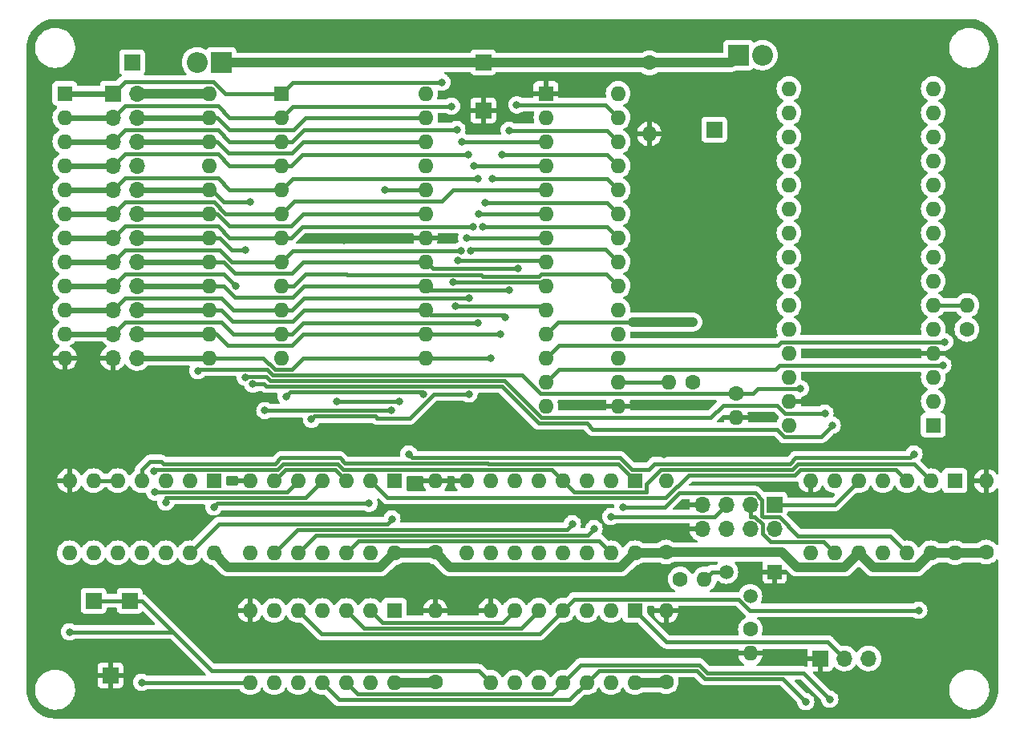
<source format=gtl>
G04 #@! TF.GenerationSoftware,KiCad,Pcbnew,(6.0.0)*
G04 #@! TF.CreationDate,2022-11-09T00:09:39-05:00*
G04 #@! TF.ProjectId,io_i2c,696f5f69-3263-42e6-9b69-6361645f7063,rev?*
G04 #@! TF.SameCoordinates,Original*
G04 #@! TF.FileFunction,Copper,L1,Top*
G04 #@! TF.FilePolarity,Positive*
%FSLAX46Y46*%
G04 Gerber Fmt 4.6, Leading zero omitted, Abs format (unit mm)*
G04 Created by KiCad (PCBNEW (6.0.0)) date 2022-11-09 00:09:39*
%MOMM*%
%LPD*%
G01*
G04 APERTURE LIST*
G04 #@! TA.AperFunction,ComponentPad*
%ADD10C,1.600000*%
G04 #@! TD*
G04 #@! TA.AperFunction,ComponentPad*
%ADD11O,1.600000X1.600000*%
G04 #@! TD*
G04 #@! TA.AperFunction,ComponentPad*
%ADD12R,1.600000X1.600000*%
G04 #@! TD*
G04 #@! TA.AperFunction,ComponentPad*
%ADD13R,1.700000X1.700000*%
G04 #@! TD*
G04 #@! TA.AperFunction,ComponentPad*
%ADD14R,2.200000X2.200000*%
G04 #@! TD*
G04 #@! TA.AperFunction,ComponentPad*
%ADD15O,2.200000X2.200000*%
G04 #@! TD*
G04 #@! TA.AperFunction,ComponentPad*
%ADD16O,1.700000X1.700000*%
G04 #@! TD*
G04 #@! TA.AperFunction,ComponentPad*
%ADD17R,1.500000X1.500000*%
G04 #@! TD*
G04 #@! TA.AperFunction,ComponentPad*
%ADD18C,1.500000*%
G04 #@! TD*
G04 #@! TA.AperFunction,ViaPad*
%ADD19C,0.800000*%
G04 #@! TD*
G04 #@! TA.AperFunction,Conductor*
%ADD20C,0.400000*%
G04 #@! TD*
G04 #@! TA.AperFunction,Conductor*
%ADD21C,0.600000*%
G04 #@! TD*
G04 #@! TA.AperFunction,Conductor*
%ADD22C,1.000000*%
G04 #@! TD*
G04 APERTURE END LIST*
D10*
X128270000Y-150562000D03*
D11*
X128270000Y-143062000D03*
D12*
X149352000Y-156718000D03*
D11*
X146812000Y-156718000D03*
X144272000Y-156718000D03*
X141732000Y-156718000D03*
X139192000Y-156718000D03*
X136652000Y-156718000D03*
X134112000Y-156718000D03*
X134112000Y-164338000D03*
X136652000Y-164338000D03*
X139192000Y-164338000D03*
X141732000Y-164338000D03*
X144272000Y-164338000D03*
X146812000Y-164338000D03*
X149352000Y-164338000D03*
D12*
X89154000Y-102108000D03*
D11*
X89154000Y-104648000D03*
X89154000Y-107188000D03*
X89154000Y-109728000D03*
X89154000Y-112268000D03*
X89154000Y-114808000D03*
X89154000Y-117348000D03*
X89154000Y-119888000D03*
X89154000Y-122428000D03*
X89154000Y-124968000D03*
X89154000Y-127508000D03*
X89154000Y-130048000D03*
X104394000Y-130048000D03*
X104394000Y-127508000D03*
X104394000Y-124968000D03*
X104394000Y-122428000D03*
X104394000Y-119888000D03*
X104394000Y-117348000D03*
X104394000Y-114808000D03*
X104394000Y-112268000D03*
X104394000Y-109728000D03*
X104394000Y-107188000D03*
X104394000Y-104648000D03*
X104394000Y-102108000D03*
D13*
X93980000Y-163576000D03*
D10*
X128270000Y-164278000D03*
D11*
X128270000Y-156778000D03*
D12*
X123957000Y-156728000D03*
D11*
X121417000Y-156728000D03*
X118877000Y-156728000D03*
X116337000Y-156728000D03*
X113797000Y-156728000D03*
X111257000Y-156728000D03*
X108717000Y-156728000D03*
X108717000Y-164348000D03*
X111257000Y-164348000D03*
X113797000Y-164348000D03*
X116337000Y-164348000D03*
X118877000Y-164348000D03*
X121417000Y-164348000D03*
X123957000Y-164348000D03*
D14*
X105664000Y-98806000D03*
D15*
X103124000Y-98806000D03*
D10*
X155448000Y-132588000D03*
D11*
X152908000Y-132588000D03*
D14*
X160274000Y-98044000D03*
D15*
X162814000Y-98044000D03*
D13*
X164074000Y-145537000D03*
D16*
X164074000Y-148077000D03*
X161534000Y-145537000D03*
X161534000Y-148077000D03*
X158994000Y-145537000D03*
X158994000Y-148077000D03*
X156454000Y-145537000D03*
X156454000Y-148077000D03*
D10*
X150876000Y-98866000D03*
D11*
X150876000Y-106366000D03*
D10*
X154149000Y-153416000D03*
D11*
X156689000Y-153416000D03*
D12*
X112014000Y-102108000D03*
D11*
X112014000Y-104648000D03*
X112014000Y-107188000D03*
X112014000Y-109728000D03*
X112014000Y-112268000D03*
X112014000Y-114808000D03*
X112014000Y-117348000D03*
X112014000Y-119888000D03*
X112014000Y-122428000D03*
X112014000Y-124968000D03*
X112014000Y-127508000D03*
X112014000Y-130048000D03*
X127254000Y-130048000D03*
X127254000Y-127508000D03*
X127254000Y-124968000D03*
X127254000Y-122428000D03*
X127254000Y-119888000D03*
X127254000Y-117348000D03*
X127254000Y-114808000D03*
X127254000Y-112268000D03*
X127254000Y-109728000D03*
X127254000Y-107188000D03*
X127254000Y-104648000D03*
X127254000Y-102108000D03*
D12*
X139954000Y-102108000D03*
D11*
X139954000Y-104648000D03*
X139954000Y-107188000D03*
X139954000Y-109728000D03*
X139954000Y-112268000D03*
X139954000Y-114808000D03*
X139954000Y-117348000D03*
X139954000Y-119888000D03*
X139954000Y-122428000D03*
X139954000Y-124968000D03*
X139954000Y-127508000D03*
X139954000Y-130048000D03*
X139954000Y-132588000D03*
X139954000Y-135128000D03*
X147574000Y-135128000D03*
X147574000Y-132588000D03*
X147574000Y-130048000D03*
X147574000Y-127508000D03*
X147574000Y-124968000D03*
X147574000Y-122428000D03*
X147574000Y-119888000D03*
X147574000Y-117348000D03*
X147574000Y-114808000D03*
X147574000Y-112268000D03*
X147574000Y-109728000D03*
X147574000Y-107188000D03*
X147574000Y-104648000D03*
X147574000Y-102108000D03*
D13*
X157734000Y-105918000D03*
D12*
X149352000Y-143012000D03*
D11*
X146812000Y-143012000D03*
X144272000Y-143012000D03*
X141732000Y-143012000D03*
X139192000Y-143012000D03*
X136652000Y-143012000D03*
X134112000Y-143012000D03*
X131572000Y-143012000D03*
X131572000Y-150632000D03*
X134112000Y-150632000D03*
X136652000Y-150632000D03*
X139192000Y-150632000D03*
X141732000Y-150632000D03*
X144272000Y-150632000D03*
X146812000Y-150632000D03*
X149352000Y-150632000D03*
D13*
X94234000Y-102108000D03*
D16*
X96774000Y-102108000D03*
X94234000Y-104648000D03*
X96774000Y-104648000D03*
X94234000Y-107188000D03*
X96774000Y-107188000D03*
X94234000Y-109728000D03*
X96774000Y-109728000D03*
X94234000Y-112268000D03*
X96774000Y-112268000D03*
X94234000Y-114808000D03*
X96774000Y-114808000D03*
X94234000Y-117348000D03*
X96774000Y-117348000D03*
X94234000Y-119888000D03*
X96774000Y-119888000D03*
X94234000Y-122428000D03*
X96774000Y-122428000D03*
X94234000Y-124968000D03*
X96774000Y-124968000D03*
X94234000Y-127508000D03*
X96774000Y-127508000D03*
X94234000Y-130048000D03*
X96774000Y-130048000D03*
D12*
X123957000Y-143012000D03*
D11*
X121417000Y-143012000D03*
X118877000Y-143012000D03*
X116337000Y-143012000D03*
X113797000Y-143012000D03*
X111257000Y-143012000D03*
X108717000Y-143012000D03*
X108717000Y-150632000D03*
X111257000Y-150632000D03*
X113797000Y-150632000D03*
X116337000Y-150632000D03*
X118877000Y-150632000D03*
X121417000Y-150632000D03*
X123957000Y-150632000D03*
D17*
X164084000Y-152646000D03*
D18*
X161544000Y-155186000D03*
X159004000Y-152646000D03*
D13*
X133350000Y-103886000D03*
D10*
X186436000Y-150562000D03*
D11*
X186436000Y-143062000D03*
D12*
X180848000Y-137160000D03*
D11*
X180848000Y-134620000D03*
X180848000Y-132080000D03*
X180848000Y-129540000D03*
X180848000Y-127000000D03*
X180848000Y-124460000D03*
X180848000Y-121920000D03*
X180848000Y-119380000D03*
X180848000Y-116840000D03*
X180848000Y-114300000D03*
X180848000Y-111760000D03*
X180848000Y-109220000D03*
X180848000Y-106680000D03*
X180848000Y-104140000D03*
X180848000Y-101600000D03*
X165608000Y-101600000D03*
X165608000Y-104140000D03*
X165608000Y-106680000D03*
X165608000Y-109220000D03*
X165608000Y-111760000D03*
X165608000Y-114300000D03*
X165608000Y-116840000D03*
X165608000Y-119380000D03*
X165608000Y-121920000D03*
X165608000Y-124460000D03*
X165608000Y-127000000D03*
X165608000Y-129540000D03*
X165608000Y-132080000D03*
X165608000Y-134620000D03*
X165608000Y-137160000D03*
D10*
X160020000Y-133829000D03*
D11*
X160020000Y-136369000D03*
D13*
X96266000Y-98806000D03*
X133350000Y-98806000D03*
D12*
X183139000Y-143012000D03*
D11*
X180599000Y-143012000D03*
X178059000Y-143012000D03*
X175519000Y-143012000D03*
X172979000Y-143012000D03*
X170439000Y-143012000D03*
X167899000Y-143012000D03*
X167899000Y-150632000D03*
X170439000Y-150632000D03*
X172979000Y-150632000D03*
X175519000Y-150632000D03*
X178059000Y-150632000D03*
X180599000Y-150632000D03*
X183139000Y-150632000D03*
D12*
X104887000Y-143012000D03*
D11*
X102347000Y-143012000D03*
X99807000Y-143012000D03*
X97267000Y-143012000D03*
X94727000Y-143012000D03*
X92187000Y-143012000D03*
X89647000Y-143012000D03*
X89647000Y-150632000D03*
X92187000Y-150632000D03*
X94727000Y-150632000D03*
X97267000Y-150632000D03*
X99807000Y-150632000D03*
X102347000Y-150632000D03*
X104887000Y-150632000D03*
D13*
X168925000Y-161798000D03*
D16*
X171465000Y-161798000D03*
X174005000Y-161798000D03*
D10*
X152649000Y-164268000D03*
D11*
X152649000Y-156768000D03*
D10*
X152654000Y-150562000D03*
D11*
X152654000Y-143062000D03*
D10*
X184404000Y-127029000D03*
D11*
X184404000Y-124489000D03*
D13*
X92202000Y-155702000D03*
X96012000Y-155702000D03*
D10*
X161544000Y-158721000D03*
D11*
X161544000Y-161261000D03*
D19*
X153416000Y-135128000D03*
X152400000Y-140208000D03*
X118618000Y-117602000D03*
X150114000Y-135128000D03*
X179324000Y-156718000D03*
X110273511Y-135598489D03*
X123660489Y-135598489D03*
X127254000Y-98806000D03*
X155448000Y-126238000D03*
X138430000Y-98806000D03*
X169926000Y-166116000D03*
X124460000Y-134620000D03*
X117856000Y-134620000D03*
X132771511Y-126308489D03*
X133279511Y-116148489D03*
X167386000Y-166370000D03*
X112522000Y-134112000D03*
X127000000Y-133858000D03*
X131826000Y-123698000D03*
X132009511Y-118688489D03*
X148082000Y-145796000D03*
X107188000Y-122428000D03*
X98552000Y-141986000D03*
X130993511Y-118688489D03*
X131064000Y-107188000D03*
X109003511Y-132804489D03*
X170180000Y-137160000D03*
X108712000Y-113538000D03*
X132334000Y-109728000D03*
X132263511Y-116148489D03*
X136874889Y-103307511D03*
X136977831Y-120628969D03*
X132842000Y-114808000D03*
X132771511Y-111068489D03*
X136105311Y-122898489D03*
X136073511Y-105988489D03*
X131755511Y-108528489D03*
X131572000Y-117348000D03*
X135636000Y-125730000D03*
X135278062Y-108561938D03*
X108204000Y-132080000D03*
X108204000Y-118618000D03*
X169418000Y-135890000D03*
X134295511Y-111068489D03*
X135128000Y-127508000D03*
X133533511Y-113608489D03*
X134112000Y-130048000D03*
X103194489Y-131388489D03*
X166807511Y-133279511D03*
X146812000Y-146812000D03*
X178816000Y-140208000D03*
X125476000Y-140208000D03*
X89647000Y-158989000D03*
X130429000Y-124587000D03*
X128961511Y-100908489D03*
X182047511Y-128340489D03*
X181864000Y-130810000D03*
X129977511Y-103448489D03*
X131826000Y-133858000D03*
X130149600Y-122072400D03*
X115189000Y-136525000D03*
X130619500Y-119748300D03*
X130556000Y-105918000D03*
X142748000Y-147574000D03*
X122936000Y-112268000D03*
X121280551Y-145410551D03*
X104887000Y-145781000D03*
X97267000Y-164323000D03*
X98612489Y-144211511D03*
X99822000Y-145288000D03*
X123698000Y-147066000D03*
X145034000Y-148082000D03*
D20*
X139273449Y-159176551D02*
X116245551Y-159176551D01*
X127254000Y-104648000D02*
X114554000Y-104648000D01*
X141732000Y-156718000D02*
X142931511Y-155518489D01*
X141732000Y-156718000D02*
X139273449Y-159176551D01*
D21*
X96774000Y-104648000D02*
X104394000Y-104648000D01*
D20*
X123660489Y-135598489D02*
X110273511Y-135598489D01*
X113284000Y-105918000D02*
X106553000Y-105918000D01*
X114554000Y-104648000D02*
X113284000Y-105918000D01*
X142931511Y-155518489D02*
X160250834Y-155518489D01*
X105283000Y-104648000D02*
X104394000Y-104648000D01*
X161450345Y-156718000D02*
X179324000Y-156718000D01*
X116245551Y-159176551D02*
X113797000Y-156728000D01*
X160250834Y-155518489D02*
X161450345Y-156718000D01*
X106553000Y-105918000D02*
X105283000Y-104648000D01*
D22*
X186112000Y-150632000D02*
X186182000Y-150562000D01*
X129839511Y-152131511D02*
X147852489Y-152131511D01*
X123957000Y-150632000D02*
X122457489Y-152131511D01*
X128200000Y-164348000D02*
X128270000Y-164278000D01*
X106386511Y-152131511D02*
X104887000Y-150632000D01*
X128200000Y-150632000D02*
X128270000Y-150562000D01*
X179099489Y-152131511D02*
X180599000Y-150632000D01*
X128270000Y-150562000D02*
X129839511Y-152131511D01*
X152654000Y-150562000D02*
X164899022Y-150562000D01*
D20*
X141224000Y-126238000D02*
X149098000Y-126238000D01*
D22*
X149352000Y-164338000D02*
X152579000Y-164338000D01*
X183139000Y-150632000D02*
X186112000Y-150632000D01*
X138684000Y-98806000D02*
X159512000Y-98806000D01*
X122457489Y-152131511D02*
X106386511Y-152131511D01*
X171479489Y-152131511D02*
X172979000Y-150632000D01*
X152584000Y-150632000D02*
X152654000Y-150562000D01*
X127254000Y-98806000D02*
X138684000Y-98806000D01*
X155448000Y-126238000D02*
X149098000Y-126238000D01*
X172979000Y-150632000D02*
X174478511Y-152131511D01*
X164899022Y-150562000D02*
X166468533Y-152131511D01*
X123957000Y-150632000D02*
X128200000Y-150632000D01*
D20*
X139954000Y-127508000D02*
X141224000Y-126238000D01*
D22*
X174478511Y-152131511D02*
X179099489Y-152131511D01*
X147852489Y-152131511D02*
X149352000Y-150632000D01*
X166468533Y-152131511D02*
X171479489Y-152131511D01*
X105664000Y-98806000D02*
X127254000Y-98806000D01*
X152579000Y-164338000D02*
X152649000Y-164268000D01*
X123957000Y-164348000D02*
X128200000Y-164348000D01*
X180599000Y-150632000D02*
X183139000Y-150632000D01*
X149352000Y-150632000D02*
X152584000Y-150632000D01*
X159512000Y-98806000D02*
X160020000Y-98298000D01*
D20*
X141732000Y-164338000D02*
X143601031Y-162468969D01*
D21*
X96774000Y-107188000D02*
X104394000Y-107188000D01*
D20*
X105283000Y-107188000D02*
X104394000Y-107188000D01*
X156972000Y-163322000D02*
X167132000Y-163322000D01*
X143601031Y-162468969D02*
X156118969Y-162468969D01*
X118877000Y-164348000D02*
X120076511Y-165547511D01*
X113100489Y-108387511D02*
X106482511Y-108387511D01*
X120076511Y-165547511D02*
X140522489Y-165547511D01*
X106482511Y-108387511D02*
X105283000Y-107188000D01*
X127254000Y-107188000D02*
X114300000Y-107188000D01*
X124460000Y-134620000D02*
X117856000Y-134620000D01*
X114300000Y-107188000D02*
X113100489Y-108387511D01*
X167132000Y-163322000D02*
X169926000Y-166116000D01*
X140522489Y-165547511D02*
X141732000Y-164338000D01*
X156118969Y-162468969D02*
X156972000Y-163322000D01*
D21*
X89154000Y-127508000D02*
X94234000Y-127508000D01*
D20*
X94234000Y-127508000D02*
X95483511Y-126258489D01*
X133279511Y-116148489D02*
X146374489Y-116148489D01*
X146374489Y-116148489D02*
X147574000Y-117348000D01*
X112014000Y-127508000D02*
X106934000Y-127508000D01*
X106934000Y-127508000D02*
X105684489Y-126258489D01*
X113145370Y-127508000D02*
X114344881Y-126308489D01*
X95483511Y-126258489D02*
X105684489Y-126258489D01*
X114344881Y-126308489D02*
X132771511Y-126308489D01*
X112014000Y-127508000D02*
X113145370Y-127508000D01*
X145541511Y-163068489D02*
X144272000Y-164338000D01*
X127000000Y-133858000D02*
X126787591Y-133645591D01*
X155870639Y-163068489D02*
X145541511Y-163068489D01*
X112988409Y-133645591D02*
X112522000Y-134112000D01*
X142462969Y-166147031D02*
X144272000Y-164338000D01*
X126787591Y-133645591D02*
X112988409Y-133645591D01*
X105283000Y-114808000D02*
X104394000Y-114808000D01*
X118136031Y-166147031D02*
X142462969Y-166147031D01*
X127254000Y-114808000D02*
X114300000Y-114808000D01*
X156723670Y-163921520D02*
X155870639Y-163068489D01*
D21*
X96774000Y-114808000D02*
X104394000Y-114808000D01*
D20*
X116337000Y-164348000D02*
X118136031Y-166147031D01*
X114300000Y-114808000D02*
X113030000Y-116078000D01*
X113030000Y-116078000D02*
X106553000Y-116078000D01*
X106553000Y-116078000D02*
X105283000Y-114808000D01*
X167386000Y-166370000D02*
X164937520Y-163921520D01*
X164937520Y-163921520D02*
X156723670Y-163921520D01*
X155194000Y-144272000D02*
X154009850Y-144272000D01*
X178059000Y-150632000D02*
X176259969Y-148832969D01*
X162036076Y-144272000D02*
X155194000Y-144272000D01*
X112014000Y-124968000D02*
X106934000Y-124968000D01*
X154009850Y-144272000D02*
X152485849Y-145796000D01*
X113145370Y-124968000D02*
X114415370Y-123698000D01*
X176259969Y-148832969D02*
X166597045Y-148832969D01*
X152485849Y-145796000D02*
X148082000Y-145796000D01*
X94234000Y-124968000D02*
X95483511Y-123718489D01*
X162783511Y-145019435D02*
X162036076Y-144272000D01*
X164591565Y-146827489D02*
X162899415Y-146827489D01*
X114415370Y-123698000D02*
X131826000Y-123698000D01*
X112014000Y-124968000D02*
X113145370Y-124968000D01*
X95483511Y-123718489D02*
X105684489Y-123718489D01*
X162899415Y-146827489D02*
X162783511Y-146711585D01*
X162783511Y-146711585D02*
X162783511Y-145019435D01*
D21*
X89154000Y-124968000D02*
X94234000Y-124968000D01*
D20*
X132150489Y-118547511D02*
X146233511Y-118547511D01*
X106934000Y-124968000D02*
X105684489Y-123718489D01*
X166597045Y-148832969D02*
X164591565Y-146827489D01*
X132009511Y-118688489D02*
X132150489Y-118547511D01*
X146233511Y-118547511D02*
X147574000Y-119888000D01*
X95483511Y-121178489D02*
X105938489Y-121178489D01*
X118525339Y-141812489D02*
X117925819Y-141212969D01*
X152065511Y-141812489D02*
X150551511Y-143326489D01*
D21*
X89154000Y-122428000D02*
X94234000Y-122428000D01*
D20*
X117925819Y-141212969D02*
X112208181Y-141212969D01*
X107188000Y-122428000D02*
X105938489Y-121178489D01*
X141732000Y-143012000D02*
X140532489Y-141812489D01*
X165949661Y-141812489D02*
X152065511Y-141812489D01*
X140532489Y-141812489D02*
X118525339Y-141812489D01*
X98725511Y-141812489D02*
X98552000Y-141986000D01*
X112208181Y-141212969D02*
X111608661Y-141812489D01*
X111608661Y-141812489D02*
X98725511Y-141812489D01*
X94234000Y-122428000D02*
X95483511Y-121178489D01*
X166549181Y-141212969D02*
X165949661Y-141812489D01*
X180599000Y-143012000D02*
X178799969Y-141212969D01*
X150551511Y-143326489D02*
X150551511Y-144211511D01*
X178799969Y-141212969D02*
X166549181Y-141212969D01*
X150551511Y-144211511D02*
X142931511Y-144211511D01*
X142931511Y-144211511D02*
X141732000Y-143012000D01*
X95483511Y-118638489D02*
X105516339Y-118638489D01*
X112014000Y-119888000D02*
X113213511Y-118688489D01*
D21*
X89154000Y-119888000D02*
X94234000Y-119888000D01*
D20*
X106765850Y-119888000D02*
X112014000Y-119888000D01*
X105516339Y-118638489D02*
X106765850Y-119888000D01*
X131064000Y-107188000D02*
X139954000Y-107188000D01*
X113213511Y-118688489D02*
X130993511Y-118688489D01*
X94234000Y-119888000D02*
X95483511Y-118638489D01*
X168980489Y-138359511D02*
X165111145Y-138359511D01*
X110198489Y-132804489D02*
X109003511Y-132804489D01*
X104648000Y-112268000D02*
X104394000Y-112268000D01*
D21*
X96774000Y-112268000D02*
X104394000Y-112268000D01*
D20*
X165111145Y-138359511D02*
X164320145Y-137568511D01*
X108712000Y-113538000D02*
X105918000Y-113538000D01*
X170180000Y-137160000D02*
X168980489Y-138359511D01*
X110440071Y-133046071D02*
X110198489Y-132804489D01*
X105918000Y-113538000D02*
X104648000Y-112268000D01*
X139208816Y-136927031D02*
X135327855Y-133046071D01*
X144913480Y-137568511D02*
X144272000Y-136927031D01*
X144272000Y-136927031D02*
X139208816Y-136927031D01*
X135327855Y-133046071D02*
X110440071Y-133046071D01*
X164320145Y-137568511D02*
X144913480Y-137568511D01*
X106553000Y-117348000D02*
X112014000Y-117348000D01*
X113030000Y-117348000D02*
X114229511Y-116148489D01*
D21*
X89154000Y-117348000D02*
X94234000Y-117348000D01*
D20*
X94234000Y-117348000D02*
X95483511Y-116098489D01*
X95483511Y-116098489D02*
X105303489Y-116098489D01*
X112014000Y-117348000D02*
X113030000Y-117348000D01*
X132334000Y-109728000D02*
X139954000Y-109728000D01*
X114229511Y-116148489D02*
X132263511Y-116148489D01*
X105303489Y-116098489D02*
X106553000Y-117348000D01*
X94234000Y-114808000D02*
X95483511Y-113558489D01*
X106130850Y-114808000D02*
X112014000Y-114808000D01*
X104881339Y-113558489D02*
X106130850Y-114808000D01*
X95483511Y-113558489D02*
X104881339Y-113558489D01*
X128961511Y-113467511D02*
X113354489Y-113467511D01*
X139954000Y-112268000D02*
X130161022Y-112268000D01*
D21*
X89154000Y-114808000D02*
X94234000Y-114808000D01*
D20*
X130161022Y-112268000D02*
X128961511Y-113467511D01*
X113354489Y-113467511D02*
X112014000Y-114808000D01*
X107117511Y-121087511D02*
X105918000Y-119888000D01*
X127254000Y-119888000D02*
X127994969Y-120628969D01*
X146233511Y-103307511D02*
X147574000Y-104648000D01*
X127994969Y-120628969D02*
X136977831Y-120628969D01*
X127254000Y-119888000D02*
X114300000Y-119888000D01*
X105918000Y-119888000D02*
X104394000Y-119888000D01*
X136874889Y-103307511D02*
X146233511Y-103307511D01*
X113100489Y-121087511D02*
X107117511Y-121087511D01*
X114300000Y-119888000D02*
X113100489Y-121087511D01*
D21*
X96774000Y-119888000D02*
X104394000Y-119888000D01*
X89154000Y-112268000D02*
X94234000Y-112268000D01*
D20*
X112014000Y-112268000D02*
X106553000Y-112268000D01*
X132842000Y-114808000D02*
X139954000Y-114808000D01*
X106553000Y-112268000D02*
X105303489Y-111018489D01*
X105303489Y-111018489D02*
X95483511Y-111018489D01*
X112014000Y-112268000D02*
X113213511Y-111068489D01*
X131388489Y-111068489D02*
X132771511Y-111068489D01*
X95483511Y-111018489D02*
X94234000Y-112268000D01*
X113213511Y-111068489D02*
X131388489Y-111068489D01*
X131388489Y-111068489D02*
X132517511Y-111068489D01*
X114413022Y-122428000D02*
X113213511Y-123627511D01*
X127724489Y-122898489D02*
X127254000Y-122428000D01*
X113213511Y-123627511D02*
X107117511Y-123627511D01*
D21*
X96774000Y-122428000D02*
X104394000Y-122428000D01*
D20*
X127254000Y-122428000D02*
X114413022Y-122428000D01*
X105918000Y-122428000D02*
X107117511Y-123627511D01*
X104394000Y-122428000D02*
X105918000Y-122428000D01*
X136105311Y-122898489D02*
X127724489Y-122898489D01*
X146374489Y-105988489D02*
X147574000Y-107188000D01*
X136073511Y-105988489D02*
X146374489Y-105988489D01*
X106553000Y-109728000D02*
X112014000Y-109728000D01*
X112014000Y-109728000D02*
X113030000Y-109728000D01*
D21*
X89154000Y-109728000D02*
X94234000Y-109728000D01*
D20*
X114229511Y-108528489D02*
X131755511Y-108528489D01*
X105303489Y-108478489D02*
X106553000Y-109728000D01*
X95483511Y-108478489D02*
X94234000Y-109728000D01*
X113030000Y-109728000D02*
X114229511Y-108528489D01*
X95483511Y-108478489D02*
X105303489Y-108478489D01*
X131572000Y-117348000D02*
X139954000Y-117348000D01*
X114413022Y-124968000D02*
X113213511Y-126167511D01*
X127254000Y-124968000D02*
X114413022Y-124968000D01*
X105664000Y-124968000D02*
X104394000Y-124968000D01*
X127794978Y-125508978D02*
X127254000Y-124968000D01*
X146374489Y-108528489D02*
X147574000Y-109728000D01*
X113213511Y-126167511D02*
X106863511Y-126167511D01*
X135636000Y-125730000D02*
X135414978Y-125508978D01*
D21*
X96774000Y-124968000D02*
X104394000Y-124968000D01*
D20*
X135278062Y-108561938D02*
X135311511Y-108528489D01*
X106863511Y-126167511D02*
X105664000Y-124968000D01*
X135414978Y-125508978D02*
X127794978Y-125508978D01*
X135311511Y-108528489D02*
X146374489Y-108528489D01*
X164320145Y-135028511D02*
X165181634Y-135890000D01*
X139457145Y-136327511D02*
X157351511Y-136327511D01*
X108204000Y-118618000D02*
X106807000Y-118618000D01*
X108204000Y-132080000D02*
X108279022Y-132004978D01*
X110825831Y-132446551D02*
X135576185Y-132446551D01*
X135576185Y-132446551D02*
X139457145Y-136327511D01*
X110384258Y-132004978D02*
X110825831Y-132446551D01*
X105537000Y-117348000D02*
X106807000Y-118618000D01*
X158650511Y-135028511D02*
X164320145Y-135028511D01*
X165181634Y-135890000D02*
X169418000Y-135890000D01*
X157351511Y-136327511D02*
X158650511Y-135028511D01*
X108279022Y-132004978D02*
X110384258Y-132004978D01*
D21*
X96774000Y-117348000D02*
X104394000Y-117348000D01*
D20*
X104394000Y-117348000D02*
X105537000Y-117348000D01*
X146374489Y-111068489D02*
X147574000Y-112268000D01*
X134295511Y-111068489D02*
X146374489Y-111068489D01*
D21*
X96774000Y-127508000D02*
X104394000Y-127508000D01*
D20*
X113100489Y-128707511D02*
X106355511Y-128707511D01*
X105156000Y-127508000D02*
X104394000Y-127508000D01*
X127254000Y-127508000D02*
X135128000Y-127508000D01*
X127254000Y-127508000D02*
X114300000Y-127508000D01*
X106355511Y-128707511D02*
X105156000Y-127508000D01*
X114300000Y-127508000D02*
X113100489Y-128707511D01*
X157459000Y-152646000D02*
X156689000Y-153416000D01*
X159004000Y-152646000D02*
X157459000Y-152646000D01*
X127254000Y-130048000D02*
X114300000Y-130048000D01*
X127254000Y-130048000D02*
X134112000Y-130048000D01*
X110122978Y-130048000D02*
X111322489Y-131247511D01*
X114300000Y-130048000D02*
X113100489Y-131247511D01*
X146374489Y-113608489D02*
X147574000Y-114808000D01*
D21*
X96774000Y-130048000D02*
X104394000Y-130048000D01*
D20*
X111322489Y-131247511D02*
X113100489Y-131247511D01*
X133533511Y-113608489D02*
X146374489Y-113608489D01*
X110122978Y-130048000D02*
X104394000Y-130048000D01*
X169728489Y-160061489D02*
X152695489Y-160061489D01*
X171465000Y-161798000D02*
X169728489Y-160061489D01*
X152695489Y-160061489D02*
X149352000Y-156718000D01*
X162026076Y-146802000D02*
X162824489Y-147600413D01*
X162824489Y-147600413D02*
X162824489Y-148594565D01*
X163662413Y-149432489D02*
X169239489Y-149432489D01*
X161534000Y-145537000D02*
X161534000Y-146802000D01*
X162824489Y-148594565D02*
X163662413Y-149432489D01*
X161534000Y-146802000D02*
X162026076Y-146802000D01*
X169239489Y-149432489D02*
X170439000Y-150632000D01*
X170454000Y-145537000D02*
X164074000Y-145537000D01*
X172979000Y-143012000D02*
X170454000Y-145537000D01*
X110474639Y-131247511D02*
X103335467Y-131247511D01*
X103335467Y-131247511D02*
X103194489Y-131388489D01*
X139375511Y-133787511D02*
X161839489Y-133787511D01*
X110474639Y-131247511D02*
X111074160Y-131847031D01*
X137435031Y-131847031D02*
X139375511Y-133787511D01*
X161839489Y-133787511D02*
X162306000Y-133321000D01*
X111074160Y-131847031D02*
X137435031Y-131847031D01*
X166766022Y-133321000D02*
X162306000Y-133321000D01*
X166807511Y-133279511D02*
X166766022Y-133321000D01*
D22*
X96774000Y-102108000D02*
X104394000Y-102108000D01*
D20*
X158994000Y-145537000D02*
X157719000Y-146812000D01*
X157719000Y-146812000D02*
X146812000Y-146812000D01*
X147801298Y-140613449D02*
X146812000Y-140613449D01*
X180848000Y-124460000D02*
X184375000Y-124460000D01*
X146812000Y-140613449D02*
X146785520Y-140586969D01*
X146785520Y-140586969D02*
X125854969Y-140586969D01*
X184375000Y-124460000D02*
X184404000Y-124489000D01*
X178816000Y-140208000D02*
X178410551Y-140613449D01*
X151395031Y-141212969D02*
X150795511Y-141812489D01*
X125854969Y-140586969D02*
X125476000Y-140208000D01*
X149000339Y-141812489D02*
X147801298Y-140613449D01*
X166300851Y-140613449D02*
X165701331Y-141212969D01*
X150795511Y-141812489D02*
X149000339Y-141812489D01*
X165701331Y-141212969D02*
X151395031Y-141212969D01*
X178410551Y-140613449D02*
X166300851Y-140613449D01*
X104658489Y-163078489D02*
X132852489Y-163078489D01*
X96012000Y-155702000D02*
X97282000Y-155702000D01*
X89647000Y-158989000D02*
X100569000Y-158989000D01*
X92202000Y-155702000D02*
X96012000Y-155702000D01*
X132852489Y-163078489D02*
X134112000Y-164338000D01*
X100569000Y-158989000D02*
X104658489Y-163078489D01*
X97282000Y-155702000D02*
X100569000Y-158989000D01*
D21*
X89154000Y-102108000D02*
X94234000Y-102108000D01*
D20*
X120726031Y-158577031D02*
X118877000Y-156728000D01*
X139192000Y-156718000D02*
X137332969Y-158577031D01*
X139573000Y-124587000D02*
X130429000Y-124587000D01*
X113213511Y-100908489D02*
X128961511Y-100908489D01*
X137332969Y-158577031D02*
X120726031Y-158577031D01*
X112014000Y-102108000D02*
X113213511Y-100908489D01*
X95483511Y-100858489D02*
X104840855Y-100858489D01*
X139954000Y-124968000D02*
X139573000Y-124587000D01*
X94234000Y-102108000D02*
X95483511Y-100858489D01*
X104840855Y-100858489D02*
X106090366Y-102108000D01*
X106090366Y-102108000D02*
X112014000Y-102108000D01*
X152908000Y-132588000D02*
X147574000Y-132588000D01*
X182047511Y-128340489D02*
X164775511Y-128340489D01*
X164408489Y-128707511D02*
X164775511Y-128340489D01*
X141294489Y-128707511D02*
X164408489Y-128707511D01*
X139954000Y-130048000D02*
X141294489Y-128707511D01*
X164154489Y-131247511D02*
X141294489Y-131247511D01*
X141294489Y-131247511D02*
X139954000Y-132588000D01*
X181864000Y-130810000D02*
X164592000Y-130810000D01*
X164592000Y-130810000D02*
X164154489Y-131247511D01*
X105303489Y-103398489D02*
X95483511Y-103398489D01*
X115515991Y-136198009D02*
X115189000Y-136525000D01*
X131826000Y-133858000D02*
X128130680Y-133858000D01*
X112014000Y-104648000D02*
X106553000Y-104648000D01*
X122119991Y-136343991D02*
X121974009Y-136198009D01*
D21*
X89154000Y-104648000D02*
X94234000Y-104648000D01*
D20*
X122119991Y-136398000D02*
X122119991Y-136343991D01*
X139598400Y-122072400D02*
X139954000Y-122428000D01*
X113213511Y-103448489D02*
X112014000Y-104648000D01*
X129977511Y-103448489D02*
X113213511Y-103448489D01*
X95483511Y-103398489D02*
X94234000Y-104648000D01*
X106553000Y-104648000D02*
X105303489Y-103398489D01*
X125590680Y-136398000D02*
X122119991Y-136398000D01*
X130149600Y-122072400D02*
X139598400Y-122072400D01*
X121974009Y-136198009D02*
X115515991Y-136198009D01*
X128130680Y-133858000D02*
X125590680Y-136398000D01*
X112014000Y-107188000D02*
X113145370Y-107188000D01*
X106553000Y-107188000D02*
X105303489Y-105938489D01*
X113725551Y-148163449D02*
X111257000Y-150632000D01*
X112014000Y-107188000D02*
X106553000Y-107188000D01*
D21*
X89154000Y-107188000D02*
X94234000Y-107188000D01*
D20*
X114415370Y-105918000D02*
X130556000Y-105918000D01*
X142158551Y-148163449D02*
X113725551Y-148163449D01*
X130619500Y-119748300D02*
X139814300Y-119748300D01*
X95483511Y-105938489D02*
X94234000Y-107188000D01*
X142748000Y-147574000D02*
X142158551Y-148163449D01*
X113145370Y-107188000D02*
X114415370Y-105918000D01*
X139814300Y-119748300D02*
X139954000Y-119888000D01*
X105303489Y-105938489D02*
X95483511Y-105938489D01*
X112014000Y-122428000D02*
X113284000Y-122428000D01*
X114554000Y-121158000D02*
X118872000Y-121158000D01*
X133295991Y-121428480D02*
X139175520Y-121428480D01*
X118942489Y-121228489D02*
X133096000Y-121228489D01*
X146304000Y-121158000D02*
X147574000Y-122428000D01*
X113284000Y-122428000D02*
X114554000Y-121158000D01*
X133096000Y-121228489D02*
X133295991Y-121428480D01*
X118872000Y-121158000D02*
X118942489Y-121228489D01*
X139446000Y-121158000D02*
X146304000Y-121158000D01*
X139175520Y-121428480D02*
X139446000Y-121158000D01*
X145542489Y-149362489D02*
X146812000Y-150632000D01*
X120146511Y-149362489D02*
X145542489Y-149362489D01*
X118877000Y-150632000D02*
X120146511Y-149362489D01*
X127254000Y-112268000D02*
X122936000Y-112268000D01*
X178059000Y-143012000D02*
X176859489Y-141812489D01*
X123216031Y-144811031D02*
X121417000Y-143012000D01*
X166197991Y-142412009D02*
X155021991Y-142412009D01*
X152622969Y-144811031D02*
X123216031Y-144811031D01*
X166797511Y-141812489D02*
X166197991Y-142412009D01*
X176859489Y-141812489D02*
X166797511Y-141812489D01*
X155021991Y-142412009D02*
X152622969Y-144811031D01*
X122666511Y-157977511D02*
X135392489Y-157977511D01*
X121417000Y-156728000D02*
X122666511Y-157977511D01*
X135392489Y-157977511D02*
X136652000Y-156718000D01*
X105257449Y-145410551D02*
X121280551Y-145410551D01*
X104887000Y-145781000D02*
X105257449Y-145410551D01*
X111959851Y-140613449D02*
X111360331Y-141212969D01*
X133858000Y-141212969D02*
X133831520Y-141186489D01*
X97267000Y-143012000D02*
X97267000Y-141880630D01*
X118174148Y-140613449D02*
X111959851Y-140613449D01*
X133831520Y-141186489D02*
X118747189Y-141186489D01*
X149352000Y-143012000D02*
X147552969Y-141212969D01*
X99314000Y-140970000D02*
X99556969Y-141212969D01*
X97267000Y-141880630D02*
X98177630Y-140970000D01*
X118747189Y-141186489D02*
X118174148Y-140613449D01*
X111360331Y-141212969D02*
X99556969Y-141212969D01*
X98177630Y-140970000D02*
X99314000Y-140970000D01*
X147552969Y-141212969D02*
X133858000Y-141212969D01*
X92187000Y-143012000D02*
X94727000Y-143012000D01*
X97292000Y-164348000D02*
X108717000Y-164348000D01*
X112597489Y-144211511D02*
X98612489Y-144211511D01*
X97267000Y-164323000D02*
X97292000Y-164348000D01*
X113797000Y-143012000D02*
X112597489Y-144211511D01*
X116337000Y-143012000D02*
X114537969Y-144811031D01*
X114537969Y-144811031D02*
X99822000Y-144811031D01*
X99822000Y-144811031D02*
X99822000Y-145288000D01*
X102347000Y-150632000D02*
X105415071Y-147563929D01*
X105415071Y-147563929D02*
X123200071Y-147563929D01*
X123200071Y-147563929D02*
X123698000Y-147066000D01*
X111257000Y-143012000D02*
X112456511Y-141812489D01*
X112456511Y-141812489D02*
X117677489Y-141812489D01*
X117677489Y-141812489D02*
X118877000Y-143012000D01*
X144353031Y-148762969D02*
X145034000Y-148082000D01*
X113797000Y-150632000D02*
X115666031Y-148762969D01*
X115666031Y-148762969D02*
X144353031Y-148762969D01*
G04 #@! TA.AperFunction,Conductor*
G36*
X184628057Y-94235500D02*
G01*
X184642858Y-94237805D01*
X184642861Y-94237805D01*
X184651730Y-94239186D01*
X184660631Y-94238022D01*
X184660635Y-94238022D01*
X184670411Y-94236743D01*
X184693342Y-94235852D01*
X184970003Y-94250351D01*
X184983119Y-94251729D01*
X185285193Y-94299573D01*
X185298093Y-94302315D01*
X185593510Y-94381472D01*
X185606053Y-94385548D01*
X185891565Y-94495145D01*
X185903614Y-94500509D01*
X186176120Y-94639358D01*
X186187536Y-94645949D01*
X186444042Y-94812526D01*
X186454702Y-94820272D01*
X186687689Y-95008941D01*
X186692379Y-95012739D01*
X186702180Y-95021564D01*
X186918436Y-95237820D01*
X186927261Y-95247621D01*
X187118519Y-95483804D01*
X187119726Y-95485295D01*
X187127474Y-95495958D01*
X187229833Y-95653577D01*
X187294048Y-95752459D01*
X187300642Y-95763880D01*
X187439491Y-96036386D01*
X187444855Y-96048435D01*
X187554452Y-96333947D01*
X187558528Y-96346489D01*
X187599332Y-96498771D01*
X187637685Y-96641907D01*
X187640427Y-96654807D01*
X187688271Y-96956881D01*
X187689649Y-96969997D01*
X187702413Y-97213546D01*
X187703764Y-97239330D01*
X187702436Y-97265312D01*
X187702195Y-97266856D01*
X187702195Y-97266860D01*
X187700814Y-97275730D01*
X187701978Y-97284632D01*
X187701978Y-97284635D01*
X187704936Y-97307251D01*
X187706000Y-97323589D01*
X187706000Y-142195699D01*
X187685998Y-142263820D01*
X187632342Y-142310313D01*
X187562068Y-142320417D01*
X187497488Y-142290923D01*
X187476787Y-142267970D01*
X187444972Y-142222533D01*
X187437916Y-142214125D01*
X187283875Y-142060084D01*
X187275467Y-142053028D01*
X187097007Y-141928069D01*
X187087511Y-141922586D01*
X186890053Y-141830510D01*
X186879761Y-141826764D01*
X186707497Y-141780606D01*
X186693401Y-141780942D01*
X186690000Y-141788884D01*
X186690000Y-144329967D01*
X186693973Y-144343498D01*
X186702522Y-144344727D01*
X186879761Y-144297236D01*
X186890053Y-144293490D01*
X187087511Y-144201414D01*
X187097007Y-144195931D01*
X187275467Y-144070972D01*
X187283875Y-144063916D01*
X187437916Y-143909875D01*
X187444972Y-143901467D01*
X187476787Y-143856030D01*
X187532244Y-143811702D01*
X187602863Y-143804393D01*
X187666224Y-143836424D01*
X187702209Y-143897625D01*
X187706000Y-143928301D01*
X187706000Y-149694827D01*
X187685998Y-149762948D01*
X187632342Y-149809441D01*
X187562068Y-149819545D01*
X187497488Y-149790051D01*
X187476787Y-149767098D01*
X187445357Y-149722211D01*
X187445355Y-149722208D01*
X187442198Y-149717700D01*
X187280300Y-149555802D01*
X187275792Y-149552645D01*
X187275789Y-149552643D01*
X187101446Y-149430567D01*
X187092749Y-149424477D01*
X187087767Y-149422154D01*
X187087762Y-149422151D01*
X186890225Y-149330039D01*
X186890224Y-149330039D01*
X186885243Y-149327716D01*
X186879935Y-149326294D01*
X186879933Y-149326293D01*
X186669402Y-149269881D01*
X186669400Y-149269881D01*
X186664087Y-149268457D01*
X186436000Y-149248502D01*
X186207913Y-149268457D01*
X186202600Y-149269881D01*
X186202598Y-149269881D01*
X185992067Y-149326293D01*
X185992065Y-149326294D01*
X185986757Y-149327716D01*
X185981776Y-149330039D01*
X185981775Y-149330039D01*
X185784238Y-149422151D01*
X185784233Y-149422154D01*
X185779251Y-149424477D01*
X185770554Y-149430567D01*
X185596211Y-149552643D01*
X185596208Y-149552645D01*
X185591700Y-149555802D01*
X185560907Y-149586595D01*
X185498595Y-149620621D01*
X185471812Y-149623500D01*
X184019740Y-149623500D01*
X183947469Y-149600713D01*
X183888895Y-149559699D01*
X183795749Y-149494477D01*
X183790767Y-149492154D01*
X183790762Y-149492151D01*
X183593225Y-149400039D01*
X183593224Y-149400039D01*
X183588243Y-149397716D01*
X183582935Y-149396294D01*
X183582933Y-149396293D01*
X183372402Y-149339881D01*
X183372400Y-149339881D01*
X183367087Y-149338457D01*
X183139000Y-149318502D01*
X182910913Y-149338457D01*
X182905600Y-149339881D01*
X182905598Y-149339881D01*
X182695067Y-149396293D01*
X182695065Y-149396294D01*
X182689757Y-149397716D01*
X182684776Y-149400039D01*
X182684775Y-149400039D01*
X182487238Y-149492151D01*
X182487233Y-149492154D01*
X182482251Y-149494477D01*
X182389105Y-149559699D01*
X182330531Y-149600713D01*
X182258260Y-149623500D01*
X181479740Y-149623500D01*
X181407469Y-149600713D01*
X181348895Y-149559699D01*
X181255749Y-149494477D01*
X181250767Y-149492154D01*
X181250762Y-149492151D01*
X181053225Y-149400039D01*
X181053224Y-149400039D01*
X181048243Y-149397716D01*
X181042935Y-149396294D01*
X181042933Y-149396293D01*
X180832402Y-149339881D01*
X180832400Y-149339881D01*
X180827087Y-149338457D01*
X180599000Y-149318502D01*
X180370913Y-149338457D01*
X180365600Y-149339881D01*
X180365598Y-149339881D01*
X180155067Y-149396293D01*
X180155065Y-149396294D01*
X180149757Y-149397716D01*
X180144776Y-149400039D01*
X180144775Y-149400039D01*
X179947238Y-149492151D01*
X179947233Y-149492154D01*
X179942251Y-149494477D01*
X179879304Y-149538553D01*
X179759211Y-149622643D01*
X179759208Y-149622645D01*
X179754700Y-149625802D01*
X179592802Y-149787700D01*
X179589645Y-149792208D01*
X179589643Y-149792211D01*
X179570504Y-149819545D01*
X179461477Y-149975251D01*
X179459154Y-149980233D01*
X179459151Y-149980238D01*
X179443195Y-150014457D01*
X179396278Y-150067742D01*
X179328001Y-150087203D01*
X179260041Y-150066661D01*
X179214805Y-150014457D01*
X179198849Y-149980238D01*
X179198846Y-149980233D01*
X179196523Y-149975251D01*
X179087496Y-149819545D01*
X179068357Y-149792211D01*
X179068355Y-149792208D01*
X179065198Y-149787700D01*
X178903300Y-149625802D01*
X178898792Y-149622645D01*
X178898789Y-149622643D01*
X178778696Y-149538553D01*
X178715749Y-149494477D01*
X178710767Y-149492154D01*
X178710762Y-149492151D01*
X178513225Y-149400039D01*
X178513224Y-149400039D01*
X178508243Y-149397716D01*
X178502935Y-149396294D01*
X178502933Y-149396293D01*
X178292402Y-149339881D01*
X178292400Y-149339881D01*
X178287087Y-149338457D01*
X178059000Y-149318502D01*
X177831064Y-149338444D01*
X177761460Y-149324455D01*
X177730988Y-149302018D01*
X176781419Y-148352449D01*
X176775565Y-148346184D01*
X176743418Y-148309334D01*
X176737530Y-148302584D01*
X176685249Y-148265840D01*
X176679955Y-148261908D01*
X176635662Y-148227178D01*
X176629687Y-148222493D01*
X176622771Y-148219370D01*
X176620485Y-148217986D01*
X176605804Y-148209612D01*
X176603444Y-148208347D01*
X176597230Y-148203979D01*
X176590151Y-148201219D01*
X176590149Y-148201218D01*
X176537694Y-148180767D01*
X176531625Y-148178216D01*
X176473396Y-148151924D01*
X176465929Y-148150540D01*
X176463374Y-148149739D01*
X176447121Y-148145110D01*
X176444541Y-148144447D01*
X176437460Y-148141687D01*
X176429929Y-148140696D01*
X176429927Y-148140695D01*
X176400308Y-148136796D01*
X176374108Y-148133347D01*
X176367610Y-148132317D01*
X176304783Y-148120673D01*
X176297203Y-148121110D01*
X176297202Y-148121110D01*
X176242577Y-148124260D01*
X176235323Y-148124469D01*
X166942705Y-148124469D01*
X166874584Y-148104467D01*
X166853610Y-148087564D01*
X165438832Y-146672786D01*
X165404806Y-146610474D01*
X165409945Y-146539463D01*
X165425745Y-146497316D01*
X165429392Y-146463749D01*
X165432131Y-146438531D01*
X165432500Y-146435134D01*
X165432500Y-146371500D01*
X165452502Y-146303379D01*
X165506158Y-146256886D01*
X165558500Y-146245500D01*
X170425088Y-146245500D01*
X170433658Y-146245792D01*
X170483776Y-146249209D01*
X170483780Y-146249209D01*
X170491352Y-146249725D01*
X170498829Y-146248420D01*
X170498830Y-146248420D01*
X170525308Y-146243799D01*
X170554303Y-146238738D01*
X170560821Y-146237777D01*
X170624242Y-146230102D01*
X170631343Y-146227419D01*
X170633952Y-146226778D01*
X170650262Y-146222315D01*
X170652798Y-146221550D01*
X170660284Y-146220243D01*
X170718800Y-146194556D01*
X170724904Y-146192065D01*
X170777548Y-146172173D01*
X170777549Y-146172172D01*
X170784656Y-146169487D01*
X170790919Y-146165183D01*
X170793285Y-146163946D01*
X170808097Y-146155701D01*
X170810351Y-146154368D01*
X170817305Y-146151315D01*
X170868002Y-146112413D01*
X170873332Y-146108541D01*
X170919720Y-146076661D01*
X170919725Y-146076656D01*
X170925981Y-146072357D01*
X170967436Y-146025829D01*
X170972416Y-146020554D01*
X172650989Y-144341982D01*
X172713301Y-144307956D01*
X172751063Y-144305556D01*
X172979000Y-144325498D01*
X173207087Y-144305543D01*
X173212400Y-144304119D01*
X173212402Y-144304119D01*
X173422933Y-144247707D01*
X173422935Y-144247706D01*
X173428243Y-144246284D01*
X173434235Y-144243490D01*
X173630762Y-144151849D01*
X173630767Y-144151846D01*
X173635749Y-144149523D01*
X173777458Y-144050297D01*
X173818789Y-144021357D01*
X173818792Y-144021355D01*
X173823300Y-144018198D01*
X173985198Y-143856300D01*
X173999116Y-143836424D01*
X174061494Y-143747338D01*
X174116523Y-143668749D01*
X174118846Y-143663767D01*
X174118849Y-143663762D01*
X174134805Y-143629543D01*
X174181722Y-143576258D01*
X174249999Y-143556797D01*
X174317959Y-143577339D01*
X174363195Y-143629543D01*
X174379151Y-143663762D01*
X174379154Y-143663767D01*
X174381477Y-143668749D01*
X174436506Y-143747338D01*
X174498885Y-143836424D01*
X174512802Y-143856300D01*
X174674700Y-144018198D01*
X174679208Y-144021355D01*
X174679211Y-144021357D01*
X174720542Y-144050297D01*
X174862251Y-144149523D01*
X174867233Y-144151846D01*
X174867238Y-144151849D01*
X175063765Y-144243490D01*
X175069757Y-144246284D01*
X175075065Y-144247706D01*
X175075067Y-144247707D01*
X175285598Y-144304119D01*
X175285600Y-144304119D01*
X175290913Y-144305543D01*
X175519000Y-144325498D01*
X175747087Y-144305543D01*
X175752400Y-144304119D01*
X175752402Y-144304119D01*
X175962933Y-144247707D01*
X175962935Y-144247706D01*
X175968243Y-144246284D01*
X175974235Y-144243490D01*
X176170762Y-144151849D01*
X176170767Y-144151846D01*
X176175749Y-144149523D01*
X176317458Y-144050297D01*
X176358789Y-144021357D01*
X176358792Y-144021355D01*
X176363300Y-144018198D01*
X176525198Y-143856300D01*
X176539116Y-143836424D01*
X176601494Y-143747338D01*
X176656523Y-143668749D01*
X176658846Y-143663767D01*
X176658849Y-143663762D01*
X176674805Y-143629543D01*
X176721722Y-143576258D01*
X176789999Y-143556797D01*
X176857959Y-143577339D01*
X176903195Y-143629543D01*
X176919151Y-143663762D01*
X176919154Y-143663767D01*
X176921477Y-143668749D01*
X176976506Y-143747338D01*
X177038885Y-143836424D01*
X177052802Y-143856300D01*
X177214700Y-144018198D01*
X177219208Y-144021355D01*
X177219211Y-144021357D01*
X177260542Y-144050297D01*
X177402251Y-144149523D01*
X177407233Y-144151846D01*
X177407238Y-144151849D01*
X177603765Y-144243490D01*
X177609757Y-144246284D01*
X177615065Y-144247706D01*
X177615067Y-144247707D01*
X177825598Y-144304119D01*
X177825600Y-144304119D01*
X177830913Y-144305543D01*
X178059000Y-144325498D01*
X178287087Y-144305543D01*
X178292400Y-144304119D01*
X178292402Y-144304119D01*
X178502933Y-144247707D01*
X178502935Y-144247706D01*
X178508243Y-144246284D01*
X178514235Y-144243490D01*
X178710762Y-144151849D01*
X178710767Y-144151846D01*
X178715749Y-144149523D01*
X178857458Y-144050297D01*
X178898789Y-144021357D01*
X178898792Y-144021355D01*
X178903300Y-144018198D01*
X179065198Y-143856300D01*
X179079116Y-143836424D01*
X179141494Y-143747338D01*
X179196523Y-143668749D01*
X179198846Y-143663767D01*
X179198849Y-143663762D01*
X179214805Y-143629543D01*
X179261722Y-143576258D01*
X179329999Y-143556797D01*
X179397959Y-143577339D01*
X179443195Y-143629543D01*
X179459151Y-143663762D01*
X179459154Y-143663767D01*
X179461477Y-143668749D01*
X179516506Y-143747338D01*
X179578885Y-143836424D01*
X179592802Y-143856300D01*
X179754700Y-144018198D01*
X179759208Y-144021355D01*
X179759211Y-144021357D01*
X179800542Y-144050297D01*
X179942251Y-144149523D01*
X179947233Y-144151846D01*
X179947238Y-144151849D01*
X180143765Y-144243490D01*
X180149757Y-144246284D01*
X180155065Y-144247706D01*
X180155067Y-144247707D01*
X180365598Y-144304119D01*
X180365600Y-144304119D01*
X180370913Y-144305543D01*
X180599000Y-144325498D01*
X180827087Y-144305543D01*
X180832400Y-144304119D01*
X180832402Y-144304119D01*
X181042933Y-144247707D01*
X181042935Y-144247706D01*
X181048243Y-144246284D01*
X181054235Y-144243490D01*
X181250762Y-144151849D01*
X181250767Y-144151846D01*
X181255749Y-144149523D01*
X181397458Y-144050297D01*
X181438789Y-144021357D01*
X181438792Y-144021355D01*
X181443300Y-144018198D01*
X181605198Y-143856300D01*
X181608357Y-143851789D01*
X181611892Y-143847576D01*
X181613026Y-143848527D01*
X181663071Y-143808529D01*
X181733690Y-143801224D01*
X181797049Y-143833258D01*
X181833030Y-143894462D01*
X181836082Y-143911517D01*
X181837255Y-143922316D01*
X181888385Y-144058705D01*
X181975739Y-144175261D01*
X182092295Y-144262615D01*
X182228684Y-144313745D01*
X182290866Y-144320500D01*
X183987134Y-144320500D01*
X184049316Y-144313745D01*
X184185705Y-144262615D01*
X184302261Y-144175261D01*
X184389615Y-144058705D01*
X184440745Y-143922316D01*
X184447500Y-143860134D01*
X184447500Y-143328522D01*
X185153273Y-143328522D01*
X185200764Y-143505761D01*
X185204510Y-143516053D01*
X185296586Y-143713511D01*
X185302069Y-143723007D01*
X185427028Y-143901467D01*
X185434084Y-143909875D01*
X185588125Y-144063916D01*
X185596533Y-144070972D01*
X185774993Y-144195931D01*
X185784489Y-144201414D01*
X185981947Y-144293490D01*
X185992239Y-144297236D01*
X186164503Y-144343394D01*
X186178599Y-144343058D01*
X186182000Y-144335116D01*
X186182000Y-143334115D01*
X186177525Y-143318876D01*
X186176135Y-143317671D01*
X186168452Y-143316000D01*
X185168033Y-143316000D01*
X185154502Y-143319973D01*
X185153273Y-143328522D01*
X184447500Y-143328522D01*
X184447500Y-142790503D01*
X185154606Y-142790503D01*
X185154942Y-142804599D01*
X185162884Y-142808000D01*
X186163885Y-142808000D01*
X186179124Y-142803525D01*
X186180329Y-142802135D01*
X186182000Y-142794452D01*
X186182000Y-141794033D01*
X186178027Y-141780502D01*
X186169478Y-141779273D01*
X185992239Y-141826764D01*
X185981947Y-141830510D01*
X185784489Y-141922586D01*
X185774993Y-141928069D01*
X185596533Y-142053028D01*
X185588125Y-142060084D01*
X185434084Y-142214125D01*
X185427028Y-142222533D01*
X185302069Y-142400993D01*
X185296586Y-142410489D01*
X185204510Y-142607947D01*
X185200764Y-142618239D01*
X185154606Y-142790503D01*
X184447500Y-142790503D01*
X184447500Y-142163866D01*
X184440745Y-142101684D01*
X184389615Y-141965295D01*
X184302261Y-141848739D01*
X184185705Y-141761385D01*
X184049316Y-141710255D01*
X183987134Y-141703500D01*
X182290866Y-141703500D01*
X182228684Y-141710255D01*
X182092295Y-141761385D01*
X181975739Y-141848739D01*
X181888385Y-141965295D01*
X181837255Y-142101684D01*
X181836083Y-142112474D01*
X181835197Y-142114606D01*
X181834575Y-142117222D01*
X181834152Y-142117121D01*
X181808845Y-142178035D01*
X181750483Y-142218463D01*
X181679529Y-142220922D01*
X181618510Y-142184629D01*
X181611511Y-142175969D01*
X181608354Y-142172207D01*
X181605198Y-142167700D01*
X181443300Y-142005802D01*
X181438792Y-142002645D01*
X181438789Y-142002643D01*
X181332286Y-141928069D01*
X181255749Y-141874477D01*
X181250767Y-141872154D01*
X181250762Y-141872151D01*
X181053225Y-141780039D01*
X181053224Y-141780039D01*
X181048243Y-141777716D01*
X181042935Y-141776294D01*
X181042933Y-141776293D01*
X180832402Y-141719881D01*
X180832400Y-141719881D01*
X180827087Y-141718457D01*
X180599000Y-141698502D01*
X180371064Y-141718444D01*
X180301460Y-141704455D01*
X180270988Y-141682018D01*
X179534820Y-140945850D01*
X179500794Y-140883538D01*
X179505859Y-140812723D01*
X179530279Y-140772445D01*
X179550617Y-140749857D01*
X179550620Y-140749853D01*
X179555040Y-140744944D01*
X179650527Y-140579556D01*
X179709542Y-140397928D01*
X179713579Y-140359524D01*
X179728814Y-140214565D01*
X179729504Y-140208000D01*
X179712513Y-140046337D01*
X179710232Y-140024635D01*
X179710232Y-140024633D01*
X179709542Y-140018072D01*
X179650527Y-139836444D01*
X179555040Y-139671056D01*
X179427253Y-139529134D01*
X179272752Y-139416882D01*
X179266724Y-139414198D01*
X179266722Y-139414197D01*
X179104319Y-139341891D01*
X179104318Y-139341891D01*
X179098288Y-139339206D01*
X179004887Y-139319353D01*
X178917944Y-139300872D01*
X178917939Y-139300872D01*
X178911487Y-139299500D01*
X178720513Y-139299500D01*
X178714061Y-139300872D01*
X178714056Y-139300872D01*
X178627113Y-139319353D01*
X178533712Y-139339206D01*
X178527682Y-139341891D01*
X178527681Y-139341891D01*
X178365278Y-139414197D01*
X178365276Y-139414198D01*
X178359248Y-139416882D01*
X178204747Y-139529134D01*
X178076960Y-139671056D01*
X177981473Y-139836444D01*
X177980284Y-139835758D01*
X177939029Y-139884294D01*
X177869903Y-139904949D01*
X166329763Y-139904949D01*
X166321193Y-139904657D01*
X166271075Y-139901240D01*
X166271071Y-139901240D01*
X166263499Y-139900724D01*
X166256022Y-139902029D01*
X166256021Y-139902029D01*
X166239291Y-139904949D01*
X166200554Y-139911710D01*
X166194037Y-139912671D01*
X166130609Y-139920347D01*
X166123501Y-139923033D01*
X166120907Y-139923670D01*
X166104601Y-139928131D01*
X166102050Y-139928901D01*
X166094567Y-139930207D01*
X166087615Y-139933259D01*
X166087614Y-139933259D01*
X166036063Y-139955888D01*
X166029956Y-139958380D01*
X166022369Y-139961247D01*
X165970195Y-139980962D01*
X165963934Y-139985265D01*
X165961568Y-139986502D01*
X165946788Y-139994729D01*
X165944503Y-139996080D01*
X165937546Y-139999134D01*
X165931526Y-140003754D01*
X165931520Y-140003757D01*
X165912866Y-140018072D01*
X165886849Y-140038036D01*
X165881519Y-140041908D01*
X165835131Y-140073788D01*
X165835126Y-140073793D01*
X165828870Y-140078092D01*
X165823819Y-140083762D01*
X165823817Y-140083763D01*
X165787416Y-140124619D01*
X165782435Y-140129895D01*
X165444766Y-140467564D01*
X165382454Y-140501590D01*
X165355671Y-140504469D01*
X151423943Y-140504469D01*
X151415373Y-140504177D01*
X151365255Y-140500760D01*
X151365251Y-140500760D01*
X151357679Y-140500244D01*
X151350202Y-140501549D01*
X151350201Y-140501549D01*
X151335144Y-140504177D01*
X151294734Y-140511230D01*
X151288217Y-140512191D01*
X151224789Y-140519867D01*
X151217681Y-140522553D01*
X151215087Y-140523190D01*
X151198781Y-140527651D01*
X151196230Y-140528421D01*
X151188747Y-140529727D01*
X151181795Y-140532779D01*
X151181794Y-140532779D01*
X151130243Y-140555408D01*
X151124136Y-140557900D01*
X151083458Y-140573271D01*
X151064375Y-140580482D01*
X151058114Y-140584785D01*
X151055748Y-140586022D01*
X151040968Y-140594249D01*
X151038683Y-140595600D01*
X151031726Y-140598654D01*
X151025706Y-140603274D01*
X151025700Y-140603277D01*
X150994573Y-140627163D01*
X150981029Y-140637556D01*
X150975699Y-140641428D01*
X150929311Y-140673308D01*
X150929306Y-140673313D01*
X150923050Y-140677612D01*
X150917999Y-140683282D01*
X150917997Y-140683283D01*
X150881596Y-140724139D01*
X150876615Y-140729415D01*
X150538946Y-141067084D01*
X150476634Y-141101110D01*
X150449851Y-141103989D01*
X149346000Y-141103989D01*
X149277879Y-141083987D01*
X149256905Y-141067085D01*
X148322733Y-140132914D01*
X148316879Y-140126647D01*
X148283855Y-140088791D01*
X148283853Y-140088789D01*
X148278859Y-140083064D01*
X148226583Y-140046324D01*
X148221303Y-140042403D01*
X148218287Y-140040038D01*
X148171016Y-140002972D01*
X148164094Y-139999847D01*
X148161846Y-139998485D01*
X148147113Y-139990081D01*
X148144774Y-139988827D01*
X148138559Y-139984459D01*
X148131483Y-139981700D01*
X148131479Y-139981698D01*
X148079024Y-139961247D01*
X148072944Y-139958691D01*
X148066736Y-139955888D01*
X148014724Y-139932404D01*
X148007253Y-139931020D01*
X148004699Y-139930219D01*
X147988420Y-139925582D01*
X147985865Y-139924926D01*
X147978789Y-139922167D01*
X147950336Y-139918421D01*
X147915447Y-139913828D01*
X147908931Y-139912796D01*
X147853578Y-139902537D01*
X147846111Y-139901153D01*
X147838531Y-139901590D01*
X147838530Y-139901590D01*
X147783905Y-139904740D01*
X147776651Y-139904949D01*
X147010461Y-139904949D01*
X146977834Y-139898815D01*
X146977444Y-139900335D01*
X146970090Y-139898447D01*
X146963011Y-139895687D01*
X146955480Y-139894696D01*
X146955478Y-139894695D01*
X146925859Y-139890796D01*
X146899659Y-139887347D01*
X146893161Y-139886317D01*
X146830334Y-139874673D01*
X146822754Y-139875110D01*
X146822753Y-139875110D01*
X146768128Y-139878260D01*
X146760874Y-139878469D01*
X126407536Y-139878469D01*
X126339415Y-139858467D01*
X126298417Y-139815469D01*
X126218341Y-139676774D01*
X126215040Y-139671056D01*
X126087253Y-139529134D01*
X125932752Y-139416882D01*
X125926724Y-139414198D01*
X125926722Y-139414197D01*
X125764319Y-139341891D01*
X125764318Y-139341891D01*
X125758288Y-139339206D01*
X125664887Y-139319353D01*
X125577944Y-139300872D01*
X125577939Y-139300872D01*
X125571487Y-139299500D01*
X125380513Y-139299500D01*
X125374061Y-139300872D01*
X125374056Y-139300872D01*
X125287113Y-139319353D01*
X125193712Y-139339206D01*
X125187682Y-139341891D01*
X125187681Y-139341891D01*
X125025278Y-139414197D01*
X125025276Y-139414198D01*
X125019248Y-139416882D01*
X124864747Y-139529134D01*
X124736960Y-139671056D01*
X124641473Y-139836444D01*
X124582458Y-140018072D01*
X124581768Y-140024633D01*
X124581768Y-140024635D01*
X124579487Y-140046337D01*
X124562496Y-140208000D01*
X124563186Y-140214565D01*
X124576245Y-140338819D01*
X124563473Y-140408657D01*
X124514970Y-140460504D01*
X124450935Y-140477989D01*
X119092850Y-140477989D01*
X119024729Y-140457987D01*
X119003755Y-140441085D01*
X118695583Y-140132914D01*
X118689729Y-140126647D01*
X118656704Y-140088789D01*
X118656701Y-140088786D01*
X118651709Y-140083064D01*
X118599411Y-140046308D01*
X118594153Y-140042402D01*
X118543865Y-140002972D01*
X118536945Y-139999847D01*
X118534671Y-139998470D01*
X118519938Y-139990066D01*
X118517615Y-139988821D01*
X118511409Y-139984459D01*
X118504342Y-139981704D01*
X118504339Y-139981702D01*
X118451865Y-139961243D01*
X118445786Y-139958687D01*
X118394500Y-139935531D01*
X118394499Y-139935531D01*
X118387574Y-139932404D01*
X118380104Y-139931020D01*
X118377549Y-139930219D01*
X118361270Y-139925582D01*
X118358715Y-139924926D01*
X118351639Y-139922167D01*
X118323186Y-139918421D01*
X118288297Y-139913828D01*
X118281781Y-139912796D01*
X118226428Y-139902537D01*
X118218961Y-139901153D01*
X118211381Y-139901590D01*
X118211380Y-139901590D01*
X118156755Y-139904740D01*
X118149501Y-139904949D01*
X111988763Y-139904949D01*
X111980193Y-139904657D01*
X111930075Y-139901240D01*
X111930071Y-139901240D01*
X111922499Y-139900724D01*
X111915022Y-139902029D01*
X111915021Y-139902029D01*
X111898291Y-139904949D01*
X111859554Y-139911710D01*
X111853037Y-139912671D01*
X111789609Y-139920347D01*
X111782501Y-139923033D01*
X111779907Y-139923670D01*
X111763601Y-139928131D01*
X111761050Y-139928901D01*
X111753567Y-139930207D01*
X111746615Y-139933259D01*
X111746614Y-139933259D01*
X111695063Y-139955888D01*
X111688956Y-139958380D01*
X111681369Y-139961247D01*
X111629195Y-139980962D01*
X111622934Y-139985265D01*
X111620568Y-139986502D01*
X111605788Y-139994729D01*
X111603503Y-139996080D01*
X111596546Y-139999134D01*
X111590526Y-140003754D01*
X111590520Y-140003757D01*
X111571866Y-140018072D01*
X111545849Y-140038036D01*
X111540519Y-140041908D01*
X111494131Y-140073788D01*
X111494126Y-140073793D01*
X111487870Y-140078092D01*
X111482819Y-140083762D01*
X111482817Y-140083763D01*
X111446416Y-140124619D01*
X111441435Y-140129895D01*
X111103766Y-140467564D01*
X111041454Y-140501590D01*
X111014671Y-140504469D01*
X99905426Y-140504469D01*
X99837305Y-140484467D01*
X99810477Y-140461298D01*
X99796557Y-140445341D01*
X99796553Y-140445337D01*
X99791561Y-140439615D01*
X99739280Y-140402871D01*
X99733986Y-140398939D01*
X99689693Y-140364209D01*
X99683718Y-140359524D01*
X99676802Y-140356401D01*
X99674516Y-140355017D01*
X99659835Y-140346643D01*
X99657475Y-140345378D01*
X99651261Y-140341010D01*
X99644182Y-140338250D01*
X99644180Y-140338249D01*
X99591725Y-140317798D01*
X99585656Y-140315247D01*
X99527427Y-140288955D01*
X99519960Y-140287571D01*
X99517405Y-140286770D01*
X99501152Y-140282141D01*
X99498572Y-140281478D01*
X99491491Y-140278718D01*
X99483960Y-140277727D01*
X99483958Y-140277726D01*
X99454339Y-140273827D01*
X99428139Y-140270378D01*
X99421641Y-140269348D01*
X99358814Y-140257704D01*
X99351234Y-140258141D01*
X99351233Y-140258141D01*
X99296608Y-140261291D01*
X99289354Y-140261500D01*
X98206542Y-140261500D01*
X98197972Y-140261208D01*
X98147854Y-140257791D01*
X98147850Y-140257791D01*
X98140278Y-140257275D01*
X98132801Y-140258580D01*
X98132800Y-140258580D01*
X98116070Y-140261500D01*
X98077333Y-140268261D01*
X98070816Y-140269222D01*
X98007388Y-140276898D01*
X98000280Y-140279584D01*
X97997686Y-140280221D01*
X97981380Y-140284682D01*
X97978829Y-140285452D01*
X97971346Y-140286758D01*
X97964394Y-140289810D01*
X97964393Y-140289810D01*
X97912842Y-140312439D01*
X97906735Y-140314931D01*
X97899148Y-140317798D01*
X97846974Y-140337513D01*
X97840713Y-140341816D01*
X97838347Y-140343053D01*
X97823567Y-140351280D01*
X97821282Y-140352631D01*
X97814325Y-140355685D01*
X97808305Y-140360305D01*
X97808299Y-140360308D01*
X97777172Y-140384194D01*
X97763628Y-140394587D01*
X97758298Y-140398459D01*
X97711910Y-140430339D01*
X97711905Y-140430344D01*
X97705649Y-140434643D01*
X97700598Y-140440313D01*
X97700596Y-140440314D01*
X97664195Y-140481170D01*
X97659214Y-140486446D01*
X96786480Y-141359180D01*
X96780215Y-141365034D01*
X96736615Y-141403069D01*
X96732248Y-141409283D01*
X96699872Y-141455349D01*
X96695939Y-141460644D01*
X96656524Y-141510912D01*
X96653401Y-141517828D01*
X96652017Y-141520114D01*
X96643643Y-141534795D01*
X96642378Y-141537155D01*
X96638010Y-141543369D01*
X96635250Y-141550448D01*
X96635249Y-141550450D01*
X96614798Y-141602905D01*
X96612247Y-141608974D01*
X96585955Y-141667203D01*
X96584571Y-141674670D01*
X96583770Y-141677225D01*
X96579141Y-141693478D01*
X96578478Y-141696058D01*
X96575718Y-141703139D01*
X96574727Y-141710670D01*
X96574726Y-141710672D01*
X96567379Y-141766482D01*
X96566348Y-141772989D01*
X96554704Y-141835816D01*
X96555141Y-141843397D01*
X96554664Y-141850981D01*
X96552488Y-141850844D01*
X96538910Y-141909362D01*
X96501436Y-141950670D01*
X96427216Y-142002639D01*
X96427210Y-142002644D01*
X96422700Y-142005802D01*
X96260802Y-142167700D01*
X96129477Y-142355251D01*
X96127154Y-142360233D01*
X96127151Y-142360238D01*
X96111195Y-142394457D01*
X96064278Y-142447742D01*
X95996001Y-142467203D01*
X95928041Y-142446661D01*
X95882805Y-142394457D01*
X95866849Y-142360238D01*
X95866846Y-142360233D01*
X95864523Y-142355251D01*
X95733198Y-142167700D01*
X95571300Y-142005802D01*
X95566792Y-142002645D01*
X95566789Y-142002643D01*
X95460286Y-141928069D01*
X95383749Y-141874477D01*
X95378767Y-141872154D01*
X95378762Y-141872151D01*
X95181225Y-141780039D01*
X95181224Y-141780039D01*
X95176243Y-141777716D01*
X95170935Y-141776294D01*
X95170933Y-141776293D01*
X94960402Y-141719881D01*
X94960400Y-141719881D01*
X94955087Y-141718457D01*
X94727000Y-141698502D01*
X94498913Y-141718457D01*
X94493600Y-141719881D01*
X94493598Y-141719881D01*
X94283067Y-141776293D01*
X94283065Y-141776294D01*
X94277757Y-141777716D01*
X94272776Y-141780039D01*
X94272775Y-141780039D01*
X94075238Y-141872151D01*
X94075233Y-141872154D01*
X94070251Y-141874477D01*
X93993714Y-141928069D01*
X93887211Y-142002643D01*
X93887208Y-142002645D01*
X93882700Y-142005802D01*
X93720802Y-142167700D01*
X93717645Y-142172208D01*
X93717643Y-142172211D01*
X93663335Y-142249771D01*
X93607878Y-142294099D01*
X93560122Y-142303500D01*
X93353878Y-142303500D01*
X93285757Y-142283498D01*
X93250665Y-142249771D01*
X93196357Y-142172211D01*
X93196355Y-142172208D01*
X93193198Y-142167700D01*
X93031300Y-142005802D01*
X93026792Y-142002645D01*
X93026789Y-142002643D01*
X92920286Y-141928069D01*
X92843749Y-141874477D01*
X92838767Y-141872154D01*
X92838762Y-141872151D01*
X92641225Y-141780039D01*
X92641224Y-141780039D01*
X92636243Y-141777716D01*
X92630935Y-141776294D01*
X92630933Y-141776293D01*
X92420402Y-141719881D01*
X92420400Y-141719881D01*
X92415087Y-141718457D01*
X92187000Y-141698502D01*
X91958913Y-141718457D01*
X91953600Y-141719881D01*
X91953598Y-141719881D01*
X91743067Y-141776293D01*
X91743065Y-141776294D01*
X91737757Y-141777716D01*
X91732776Y-141780039D01*
X91732775Y-141780039D01*
X91535238Y-141872151D01*
X91535233Y-141872154D01*
X91530251Y-141874477D01*
X91453714Y-141928069D01*
X91347211Y-142002643D01*
X91347208Y-142002645D01*
X91342700Y-142005802D01*
X91180802Y-142167700D01*
X91049477Y-142355251D01*
X91047154Y-142360233D01*
X91047151Y-142360238D01*
X91030919Y-142395049D01*
X90984002Y-142448334D01*
X90915725Y-142467795D01*
X90847765Y-142447253D01*
X90802529Y-142395049D01*
X90786414Y-142360489D01*
X90780931Y-142350993D01*
X90655972Y-142172533D01*
X90648916Y-142164125D01*
X90494875Y-142010084D01*
X90486467Y-142003028D01*
X90308007Y-141878069D01*
X90298511Y-141872586D01*
X90101053Y-141780510D01*
X90090761Y-141776764D01*
X89918497Y-141730606D01*
X89904401Y-141730942D01*
X89901000Y-141738884D01*
X89901000Y-144279967D01*
X89904973Y-144293498D01*
X89913522Y-144294727D01*
X90090761Y-144247236D01*
X90101053Y-144243490D01*
X90298511Y-144151414D01*
X90308007Y-144145931D01*
X90486467Y-144020972D01*
X90494875Y-144013916D01*
X90648916Y-143859875D01*
X90655972Y-143851467D01*
X90780931Y-143673007D01*
X90786414Y-143663511D01*
X90802529Y-143628951D01*
X90849446Y-143575666D01*
X90917723Y-143556205D01*
X90985683Y-143576747D01*
X91030919Y-143628951D01*
X91047151Y-143663762D01*
X91047154Y-143663767D01*
X91049477Y-143668749D01*
X91104506Y-143747338D01*
X91166885Y-143836424D01*
X91180802Y-143856300D01*
X91342700Y-144018198D01*
X91347208Y-144021355D01*
X91347211Y-144021357D01*
X91388542Y-144050297D01*
X91530251Y-144149523D01*
X91535233Y-144151846D01*
X91535238Y-144151849D01*
X91731765Y-144243490D01*
X91737757Y-144246284D01*
X91743065Y-144247706D01*
X91743067Y-144247707D01*
X91953598Y-144304119D01*
X91953600Y-144304119D01*
X91958913Y-144305543D01*
X92187000Y-144325498D01*
X92415087Y-144305543D01*
X92420400Y-144304119D01*
X92420402Y-144304119D01*
X92630933Y-144247707D01*
X92630935Y-144247706D01*
X92636243Y-144246284D01*
X92642235Y-144243490D01*
X92838762Y-144151849D01*
X92838767Y-144151846D01*
X92843749Y-144149523D01*
X92985458Y-144050297D01*
X93026789Y-144021357D01*
X93026792Y-144021355D01*
X93031300Y-144018198D01*
X93193198Y-143856300D01*
X93199307Y-143847576D01*
X93250665Y-143774229D01*
X93306122Y-143729901D01*
X93353878Y-143720500D01*
X93560122Y-143720500D01*
X93628243Y-143740502D01*
X93663335Y-143774229D01*
X93714693Y-143847576D01*
X93720802Y-143856300D01*
X93882700Y-144018198D01*
X93887208Y-144021355D01*
X93887211Y-144021357D01*
X93928542Y-144050297D01*
X94070251Y-144149523D01*
X94075233Y-144151846D01*
X94075238Y-144151849D01*
X94271765Y-144243490D01*
X94277757Y-144246284D01*
X94283065Y-144247706D01*
X94283067Y-144247707D01*
X94493598Y-144304119D01*
X94493600Y-144304119D01*
X94498913Y-144305543D01*
X94727000Y-144325498D01*
X94955087Y-144305543D01*
X94960400Y-144304119D01*
X94960402Y-144304119D01*
X95170933Y-144247707D01*
X95170935Y-144247706D01*
X95176243Y-144246284D01*
X95182235Y-144243490D01*
X95378762Y-144151849D01*
X95378767Y-144151846D01*
X95383749Y-144149523D01*
X95525458Y-144050297D01*
X95566789Y-144021357D01*
X95566792Y-144021355D01*
X95571300Y-144018198D01*
X95733198Y-143856300D01*
X95747116Y-143836424D01*
X95809494Y-143747338D01*
X95864523Y-143668749D01*
X95866846Y-143663767D01*
X95866849Y-143663762D01*
X95882805Y-143629543D01*
X95929722Y-143576258D01*
X95997999Y-143556797D01*
X96065959Y-143577339D01*
X96111195Y-143629543D01*
X96127151Y-143663762D01*
X96127154Y-143663767D01*
X96129477Y-143668749D01*
X96184506Y-143747338D01*
X96246885Y-143836424D01*
X96260802Y-143856300D01*
X96422700Y-144018198D01*
X96427208Y-144021355D01*
X96427211Y-144021357D01*
X96468542Y-144050297D01*
X96610251Y-144149523D01*
X96615233Y-144151846D01*
X96615238Y-144151849D01*
X96811765Y-144243490D01*
X96817757Y-144246284D01*
X96823065Y-144247706D01*
X96823067Y-144247707D01*
X97033598Y-144304119D01*
X97033600Y-144304119D01*
X97038913Y-144305543D01*
X97267000Y-144325498D01*
X97495087Y-144305543D01*
X97500398Y-144304120D01*
X97500409Y-144304118D01*
X97560511Y-144288013D01*
X97631487Y-144289702D01*
X97690283Y-144329495D01*
X97715169Y-144388775D01*
X97716883Y-144388411D01*
X97718257Y-144394876D01*
X97718947Y-144401439D01*
X97777962Y-144583067D01*
X97873449Y-144748455D01*
X97877867Y-144753362D01*
X97877868Y-144753363D01*
X97945522Y-144828500D01*
X98001236Y-144890377D01*
X98155737Y-145002629D01*
X98161765Y-145005313D01*
X98161767Y-145005314D01*
X98298756Y-145066305D01*
X98330201Y-145080305D01*
X98413788Y-145098072D01*
X98510545Y-145118639D01*
X98510550Y-145118639D01*
X98517002Y-145120011D01*
X98707976Y-145120011D01*
X98714431Y-145118639D01*
X98714440Y-145118638D01*
X98761502Y-145108634D01*
X98832293Y-145114035D01*
X98888926Y-145156851D01*
X98913420Y-145223489D01*
X98913010Y-145245050D01*
X98908496Y-145288000D01*
X98909186Y-145294565D01*
X98926914Y-145463233D01*
X98928458Y-145477928D01*
X98987473Y-145659556D01*
X99082960Y-145824944D01*
X99087378Y-145829851D01*
X99087379Y-145829852D01*
X99186543Y-145939985D01*
X99210747Y-145966866D01*
X99281398Y-146018197D01*
X99319144Y-146045621D01*
X99365248Y-146079118D01*
X99371276Y-146081802D01*
X99371278Y-146081803D01*
X99527406Y-146151315D01*
X99539712Y-146156794D01*
X99633112Y-146176647D01*
X99720056Y-146195128D01*
X99720061Y-146195128D01*
X99726513Y-146196500D01*
X99917487Y-146196500D01*
X99923939Y-146195128D01*
X99923944Y-146195128D01*
X100010888Y-146176647D01*
X100104288Y-146156794D01*
X100116594Y-146151315D01*
X100272722Y-146081803D01*
X100272724Y-146081802D01*
X100278752Y-146079118D01*
X100324857Y-146045621D01*
X100362602Y-146018197D01*
X100433253Y-145966866D01*
X100457457Y-145939985D01*
X100556621Y-145829852D01*
X100556622Y-145829851D01*
X100561040Y-145824944D01*
X100656527Y-145659556D01*
X100673735Y-145606595D01*
X100713808Y-145547989D01*
X100779205Y-145520352D01*
X100793568Y-145519531D01*
X103861040Y-145519531D01*
X103929161Y-145539533D01*
X103975654Y-145593189D01*
X103986350Y-145658701D01*
X103973496Y-145781000D01*
X103974186Y-145787565D01*
X103990827Y-145945891D01*
X103993458Y-145970928D01*
X104052473Y-146152556D01*
X104055776Y-146158278D01*
X104055777Y-146158279D01*
X104059049Y-146163946D01*
X104147960Y-146317944D01*
X104152378Y-146322851D01*
X104152379Y-146322852D01*
X104253106Y-146434721D01*
X104275747Y-146459866D01*
X104430248Y-146572118D01*
X104436276Y-146574802D01*
X104436278Y-146574803D01*
X104598681Y-146647109D01*
X104604712Y-146649794D01*
X104698037Y-146669631D01*
X104785056Y-146688128D01*
X104785061Y-146688128D01*
X104791513Y-146689500D01*
X104982487Y-146689500D01*
X104988942Y-146688128D01*
X104988951Y-146688127D01*
X105058806Y-146673278D01*
X105129597Y-146678679D01*
X105161277Y-146702630D01*
X105171775Y-146669631D01*
X105224972Y-146625002D01*
X105337719Y-146574805D01*
X105337726Y-146574801D01*
X105343752Y-146572118D01*
X105498253Y-146459866D01*
X105520894Y-146434721D01*
X105621621Y-146322852D01*
X105621622Y-146322851D01*
X105626040Y-146317944D01*
X105704498Y-146182051D01*
X105755881Y-146133058D01*
X105813617Y-146119051D01*
X120669146Y-146119051D01*
X120737267Y-146139053D01*
X120743207Y-146143115D01*
X120816685Y-146196500D01*
X120823799Y-146201669D01*
X120829827Y-146204353D01*
X120829829Y-146204354D01*
X120992232Y-146276660D01*
X120998263Y-146279345D01*
X121091664Y-146299198D01*
X121178607Y-146317679D01*
X121178612Y-146317679D01*
X121185064Y-146319051D01*
X121376038Y-146319051D01*
X121382490Y-146317679D01*
X121382495Y-146317679D01*
X121469438Y-146299198D01*
X121562839Y-146279345D01*
X121568870Y-146276660D01*
X121731273Y-146204354D01*
X121731275Y-146204353D01*
X121737303Y-146201669D01*
X121744418Y-146196500D01*
X121797024Y-146158279D01*
X121891804Y-146089417D01*
X121896226Y-146084506D01*
X122015172Y-145952403D01*
X122015173Y-145952402D01*
X122019591Y-145947495D01*
X122115078Y-145782107D01*
X122174093Y-145600479D01*
X122185487Y-145492076D01*
X122193365Y-145417116D01*
X122194055Y-145410551D01*
X122180485Y-145281435D01*
X122174783Y-145227186D01*
X122174783Y-145227184D01*
X122174093Y-145220623D01*
X122119897Y-145053826D01*
X122117869Y-144982859D01*
X122154532Y-144922061D01*
X122218244Y-144890735D01*
X122288778Y-144898828D01*
X122328825Y-144925795D01*
X122694581Y-145291551D01*
X122700435Y-145297816D01*
X122738470Y-145341416D01*
X122744684Y-145345783D01*
X122790750Y-145378159D01*
X122796045Y-145382092D01*
X122846313Y-145421507D01*
X122853229Y-145424630D01*
X122855515Y-145426014D01*
X122870196Y-145434388D01*
X122872556Y-145435653D01*
X122878770Y-145440021D01*
X122885849Y-145442781D01*
X122885851Y-145442782D01*
X122938306Y-145463233D01*
X122944375Y-145465784D01*
X123002604Y-145492076D01*
X123010071Y-145493460D01*
X123012626Y-145494261D01*
X123028879Y-145498890D01*
X123031459Y-145499553D01*
X123038540Y-145502313D01*
X123046071Y-145503304D01*
X123046073Y-145503305D01*
X123075692Y-145507204D01*
X123101892Y-145510653D01*
X123108390Y-145511683D01*
X123171217Y-145523327D01*
X123178797Y-145522890D01*
X123178798Y-145522890D01*
X123233423Y-145519740D01*
X123240677Y-145519531D01*
X147057617Y-145519531D01*
X147125738Y-145539533D01*
X147172231Y-145593189D01*
X147182927Y-145658700D01*
X147168496Y-145796000D01*
X147169186Y-145802565D01*
X147169186Y-145803528D01*
X147149184Y-145871649D01*
X147095528Y-145918142D01*
X147025254Y-145928246D01*
X147016990Y-145926775D01*
X146913946Y-145904873D01*
X146913947Y-145904873D01*
X146907487Y-145903500D01*
X146716513Y-145903500D01*
X146710061Y-145904872D01*
X146710056Y-145904872D01*
X146647628Y-145918142D01*
X146529712Y-145943206D01*
X146523682Y-145945891D01*
X146523681Y-145945891D01*
X146361278Y-146018197D01*
X146361276Y-146018198D01*
X146355248Y-146020882D01*
X146349907Y-146024762D01*
X146349906Y-146024763D01*
X146330571Y-146038811D01*
X146200747Y-146133134D01*
X146196326Y-146138044D01*
X146196325Y-146138045D01*
X146105356Y-146239077D01*
X146072960Y-146275056D01*
X146045365Y-146322852D01*
X145982512Y-146431717D01*
X145977473Y-146440444D01*
X145918458Y-146622072D01*
X145917768Y-146628633D01*
X145917768Y-146628635D01*
X145909720Y-146705206D01*
X145898496Y-146812000D01*
X145899186Y-146818565D01*
X145917457Y-146992400D01*
X145918458Y-147001928D01*
X145977473Y-147183556D01*
X146072960Y-147348944D01*
X146077378Y-147353851D01*
X146077379Y-147353852D01*
X146167668Y-147454128D01*
X146200747Y-147490866D01*
X146257206Y-147531886D01*
X146342916Y-147594158D01*
X146355248Y-147603118D01*
X146361276Y-147605802D01*
X146361278Y-147605803D01*
X146362406Y-147606305D01*
X146529712Y-147680794D01*
X146623113Y-147700647D01*
X146710056Y-147719128D01*
X146710061Y-147719128D01*
X146716513Y-147720500D01*
X146907487Y-147720500D01*
X146913939Y-147719128D01*
X146913944Y-147719128D01*
X147000887Y-147700647D01*
X147094288Y-147680794D01*
X147261594Y-147606305D01*
X147262722Y-147605803D01*
X147262724Y-147605802D01*
X147268752Y-147603118D01*
X147281085Y-147594158D01*
X147349344Y-147544564D01*
X147416211Y-147520706D01*
X147423405Y-147520500D01*
X155033305Y-147520500D01*
X155101426Y-147540502D01*
X155147919Y-147594158D01*
X155158023Y-147664432D01*
X155154722Y-147680173D01*
X155118389Y-147811184D01*
X155119912Y-147819607D01*
X155132292Y-147823000D01*
X156181885Y-147823000D01*
X156197124Y-147818525D01*
X156198329Y-147817135D01*
X156200000Y-147809452D01*
X156200000Y-147646500D01*
X156220002Y-147578379D01*
X156273658Y-147531886D01*
X156326000Y-147520500D01*
X156582000Y-147520500D01*
X156650121Y-147540502D01*
X156696614Y-147594158D01*
X156708000Y-147646500D01*
X156708000Y-148205000D01*
X156687998Y-148273121D01*
X156634342Y-148319614D01*
X156582000Y-148331000D01*
X155137225Y-148331000D01*
X155123694Y-148334973D01*
X155122257Y-148344966D01*
X155152565Y-148479446D01*
X155155645Y-148489275D01*
X155235770Y-148686603D01*
X155240413Y-148695794D01*
X155351694Y-148877388D01*
X155357777Y-148885699D01*
X155497213Y-149046667D01*
X155504580Y-149053883D01*
X155668434Y-149189916D01*
X155676881Y-149195831D01*
X155860756Y-149303279D01*
X155870050Y-149307732D01*
X155875439Y-149309790D01*
X155931943Y-149352776D01*
X155956237Y-149419487D01*
X155940608Y-149488742D01*
X155890017Y-149538553D01*
X155830492Y-149553500D01*
X153534740Y-149553500D01*
X153462469Y-149530713D01*
X153389818Y-149479842D01*
X153310749Y-149424477D01*
X153305767Y-149422154D01*
X153305762Y-149422151D01*
X153108225Y-149330039D01*
X153108224Y-149330039D01*
X153103243Y-149327716D01*
X153097935Y-149326294D01*
X153097933Y-149326293D01*
X152887402Y-149269881D01*
X152887400Y-149269881D01*
X152882087Y-149268457D01*
X152654000Y-149248502D01*
X152425913Y-149268457D01*
X152420600Y-149269881D01*
X152420598Y-149269881D01*
X152210067Y-149326293D01*
X152210065Y-149326294D01*
X152204757Y-149327716D01*
X152199776Y-149330039D01*
X152199775Y-149330039D01*
X152002238Y-149422151D01*
X152002233Y-149422154D01*
X151997251Y-149424477D01*
X151988554Y-149430567D01*
X151814211Y-149552643D01*
X151814208Y-149552645D01*
X151809700Y-149555802D01*
X151778907Y-149586595D01*
X151716595Y-149620621D01*
X151689812Y-149623500D01*
X150232740Y-149623500D01*
X150160469Y-149600713D01*
X150101895Y-149559699D01*
X150008749Y-149494477D01*
X150003767Y-149492154D01*
X150003762Y-149492151D01*
X149806225Y-149400039D01*
X149806224Y-149400039D01*
X149801243Y-149397716D01*
X149795935Y-149396294D01*
X149795933Y-149396293D01*
X149585402Y-149339881D01*
X149585400Y-149339881D01*
X149580087Y-149338457D01*
X149352000Y-149318502D01*
X149123913Y-149338457D01*
X149118600Y-149339881D01*
X149118598Y-149339881D01*
X148908067Y-149396293D01*
X148908065Y-149396294D01*
X148902757Y-149397716D01*
X148897776Y-149400039D01*
X148897775Y-149400039D01*
X148700238Y-149492151D01*
X148700233Y-149492154D01*
X148695251Y-149494477D01*
X148632304Y-149538553D01*
X148512211Y-149622643D01*
X148512208Y-149622645D01*
X148507700Y-149625802D01*
X148345802Y-149787700D01*
X148342645Y-149792208D01*
X148342643Y-149792211D01*
X148323504Y-149819545D01*
X148214477Y-149975251D01*
X148212154Y-149980233D01*
X148212151Y-149980238D01*
X148196195Y-150014457D01*
X148149278Y-150067742D01*
X148081001Y-150087203D01*
X148013041Y-150066661D01*
X147967805Y-150014457D01*
X147951849Y-149980238D01*
X147951846Y-149980233D01*
X147949523Y-149975251D01*
X147840496Y-149819545D01*
X147821357Y-149792211D01*
X147821355Y-149792208D01*
X147818198Y-149787700D01*
X147656300Y-149625802D01*
X147651792Y-149622645D01*
X147651789Y-149622643D01*
X147531696Y-149538553D01*
X147468749Y-149494477D01*
X147463767Y-149492154D01*
X147463762Y-149492151D01*
X147266225Y-149400039D01*
X147266224Y-149400039D01*
X147261243Y-149397716D01*
X147255935Y-149396294D01*
X147255933Y-149396293D01*
X147045402Y-149339881D01*
X147045400Y-149339881D01*
X147040087Y-149338457D01*
X146812000Y-149318502D01*
X146584065Y-149338444D01*
X146514461Y-149324455D01*
X146483989Y-149302018D01*
X146063924Y-148881953D01*
X146058070Y-148875687D01*
X146025045Y-148837829D01*
X146025042Y-148837826D01*
X146020050Y-148832104D01*
X145967769Y-148795360D01*
X145962475Y-148791428D01*
X145918182Y-148756698D01*
X145912207Y-148752013D01*
X145905291Y-148748890D01*
X145903005Y-148747506D01*
X145888324Y-148739132D01*
X145885964Y-148737867D01*
X145879750Y-148733499D01*
X145872672Y-148730739D01*
X145865976Y-148727149D01*
X145866968Y-148725299D01*
X145819186Y-148688421D01*
X145795356Y-148621543D01*
X145812035Y-148551404D01*
X145865223Y-148459279D01*
X145865224Y-148459278D01*
X145868527Y-148453556D01*
X145927542Y-148271928D01*
X145932246Y-148227178D01*
X145946814Y-148088565D01*
X145947504Y-148082000D01*
X145927542Y-147892072D01*
X145868527Y-147710444D01*
X145773040Y-147545056D01*
X145727744Y-147494749D01*
X145649675Y-147408045D01*
X145649674Y-147408044D01*
X145645253Y-147403134D01*
X145490752Y-147290882D01*
X145484724Y-147288198D01*
X145484722Y-147288197D01*
X145322319Y-147215891D01*
X145322318Y-147215891D01*
X145316288Y-147213206D01*
X145203721Y-147189279D01*
X145135944Y-147174872D01*
X145135939Y-147174872D01*
X145129487Y-147173500D01*
X144938513Y-147173500D01*
X144932061Y-147174872D01*
X144932056Y-147174872D01*
X144864279Y-147189279D01*
X144751712Y-147213206D01*
X144745682Y-147215891D01*
X144745681Y-147215891D01*
X144583278Y-147288197D01*
X144583276Y-147288198D01*
X144577248Y-147290882D01*
X144422747Y-147403134D01*
X144418326Y-147408044D01*
X144418325Y-147408045D01*
X144340257Y-147494749D01*
X144294960Y-147545056D01*
X144199473Y-147710444D01*
X144140458Y-147892072D01*
X144139768Y-147898635D01*
X144139768Y-147898637D01*
X144135550Y-147938769D01*
X144108537Y-148004426D01*
X144099325Y-148014705D01*
X144097782Y-148016248D01*
X144096449Y-148017580D01*
X144034131Y-148051594D01*
X144007369Y-148054469D01*
X143720563Y-148054469D01*
X143652442Y-148034467D01*
X143605949Y-147980811D01*
X143595845Y-147910537D01*
X143600730Y-147889532D01*
X143623451Y-147819607D01*
X143641542Y-147763928D01*
X143646107Y-147720500D01*
X143660814Y-147580565D01*
X143661504Y-147574000D01*
X143655881Y-147520500D01*
X143642232Y-147390635D01*
X143642232Y-147390633D01*
X143641542Y-147384072D01*
X143582527Y-147202444D01*
X143487040Y-147037056D01*
X143475528Y-147024270D01*
X143363675Y-146900045D01*
X143363674Y-146900044D01*
X143359253Y-146895134D01*
X143236811Y-146806174D01*
X143210094Y-146786763D01*
X143210093Y-146786762D01*
X143204752Y-146782882D01*
X143198724Y-146780198D01*
X143198722Y-146780197D01*
X143036319Y-146707891D01*
X143036318Y-146707891D01*
X143030288Y-146705206D01*
X142936888Y-146685353D01*
X142849944Y-146666872D01*
X142849939Y-146666872D01*
X142843487Y-146665500D01*
X142652513Y-146665500D01*
X142646061Y-146666872D01*
X142646056Y-146666872D01*
X142559112Y-146685353D01*
X142465712Y-146705206D01*
X142459682Y-146707891D01*
X142459681Y-146707891D01*
X142297278Y-146780197D01*
X142297276Y-146780198D01*
X142291248Y-146782882D01*
X142285907Y-146786762D01*
X142285906Y-146786763D01*
X142259189Y-146806174D01*
X142136747Y-146895134D01*
X142132326Y-146900044D01*
X142132325Y-146900045D01*
X142020473Y-147024270D01*
X142008960Y-147037056D01*
X141913473Y-147202444D01*
X141864278Y-147353852D01*
X141859718Y-147367885D01*
X141819645Y-147426491D01*
X141754248Y-147454128D01*
X141739885Y-147454949D01*
X124700300Y-147454949D01*
X124632179Y-147434947D01*
X124585686Y-147381291D01*
X124575582Y-147311017D01*
X124580467Y-147290013D01*
X124589502Y-147262206D01*
X124591542Y-147255928D01*
X124592662Y-147245277D01*
X124610814Y-147072565D01*
X124611504Y-147066000D01*
X124604080Y-146995365D01*
X124592232Y-146882635D01*
X124592232Y-146882633D01*
X124591542Y-146876072D01*
X124532527Y-146694444D01*
X124528881Y-146688128D01*
X124440341Y-146534774D01*
X124437040Y-146529056D01*
X124420727Y-146510938D01*
X124313675Y-146392045D01*
X124313674Y-146392044D01*
X124309253Y-146387134D01*
X124154752Y-146274882D01*
X124148724Y-146272198D01*
X124148722Y-146272197D01*
X123986319Y-146199891D01*
X123986318Y-146199891D01*
X123980288Y-146197206D01*
X123862518Y-146172173D01*
X123799944Y-146158872D01*
X123799939Y-146158872D01*
X123793487Y-146157500D01*
X123602513Y-146157500D01*
X123596061Y-146158872D01*
X123596056Y-146158872D01*
X123533482Y-146172173D01*
X123415712Y-146197206D01*
X123409682Y-146199891D01*
X123409681Y-146199891D01*
X123247278Y-146272197D01*
X123247276Y-146272198D01*
X123241248Y-146274882D01*
X123086747Y-146387134D01*
X123082326Y-146392044D01*
X123082325Y-146392045D01*
X122975274Y-146510938D01*
X122958960Y-146529056D01*
X122863473Y-146694444D01*
X122861433Y-146700724D01*
X122861432Y-146700725D01*
X122839454Y-146768366D01*
X122799380Y-146826971D01*
X122733983Y-146854608D01*
X122719621Y-146855429D01*
X105443998Y-146855429D01*
X105435429Y-146855137D01*
X105385296Y-146851719D01*
X105385292Y-146851719D01*
X105377719Y-146851203D01*
X105314752Y-146862193D01*
X105308255Y-146863152D01*
X105291353Y-146865197D01*
X105221323Y-146853521D01*
X105200395Y-146834550D01*
X105195303Y-146857434D01*
X105144863Y-146907397D01*
X105129544Y-146914389D01*
X105084415Y-146931442D01*
X105078156Y-146935744D01*
X105075791Y-146936980D01*
X105061019Y-146945202D01*
X105058727Y-146946557D01*
X105051766Y-146949613D01*
X105045739Y-146954238D01*
X105045735Y-146954240D01*
X105001058Y-146988522D01*
X104995733Y-146992391D01*
X104943090Y-147028572D01*
X104938038Y-147034242D01*
X104938037Y-147034243D01*
X104901644Y-147075090D01*
X104896663Y-147080366D01*
X103762258Y-148214772D01*
X102675012Y-149302018D01*
X102612700Y-149336043D01*
X102574937Y-149338444D01*
X102347000Y-149318502D01*
X102118913Y-149338457D01*
X102113600Y-149339881D01*
X102113598Y-149339881D01*
X101903067Y-149396293D01*
X101903065Y-149396294D01*
X101897757Y-149397716D01*
X101892776Y-149400039D01*
X101892775Y-149400039D01*
X101695238Y-149492151D01*
X101695233Y-149492154D01*
X101690251Y-149494477D01*
X101627304Y-149538553D01*
X101507211Y-149622643D01*
X101507208Y-149622645D01*
X101502700Y-149625802D01*
X101340802Y-149787700D01*
X101337645Y-149792208D01*
X101337643Y-149792211D01*
X101318504Y-149819545D01*
X101209477Y-149975251D01*
X101207154Y-149980233D01*
X101207151Y-149980238D01*
X101191195Y-150014457D01*
X101144278Y-150067742D01*
X101076001Y-150087203D01*
X101008041Y-150066661D01*
X100962805Y-150014457D01*
X100946849Y-149980238D01*
X100946846Y-149980233D01*
X100944523Y-149975251D01*
X100835496Y-149819545D01*
X100816357Y-149792211D01*
X100816355Y-149792208D01*
X100813198Y-149787700D01*
X100651300Y-149625802D01*
X100646792Y-149622645D01*
X100646789Y-149622643D01*
X100526696Y-149538553D01*
X100463749Y-149494477D01*
X100458767Y-149492154D01*
X100458762Y-149492151D01*
X100261225Y-149400039D01*
X100261224Y-149400039D01*
X100256243Y-149397716D01*
X100250935Y-149396294D01*
X100250933Y-149396293D01*
X100040402Y-149339881D01*
X100040400Y-149339881D01*
X100035087Y-149338457D01*
X99807000Y-149318502D01*
X99578913Y-149338457D01*
X99573600Y-149339881D01*
X99573598Y-149339881D01*
X99363067Y-149396293D01*
X99363065Y-149396294D01*
X99357757Y-149397716D01*
X99352776Y-149400039D01*
X99352775Y-149400039D01*
X99155238Y-149492151D01*
X99155233Y-149492154D01*
X99150251Y-149494477D01*
X99087304Y-149538553D01*
X98967211Y-149622643D01*
X98967208Y-149622645D01*
X98962700Y-149625802D01*
X98800802Y-149787700D01*
X98797645Y-149792208D01*
X98797643Y-149792211D01*
X98778504Y-149819545D01*
X98669477Y-149975251D01*
X98667154Y-149980233D01*
X98667151Y-149980238D01*
X98651195Y-150014457D01*
X98604278Y-150067742D01*
X98536001Y-150087203D01*
X98468041Y-150066661D01*
X98422805Y-150014457D01*
X98406849Y-149980238D01*
X98406846Y-149980233D01*
X98404523Y-149975251D01*
X98295496Y-149819545D01*
X98276357Y-149792211D01*
X98276355Y-149792208D01*
X98273198Y-149787700D01*
X98111300Y-149625802D01*
X98106792Y-149622645D01*
X98106789Y-149622643D01*
X97986696Y-149538553D01*
X97923749Y-149494477D01*
X97918767Y-149492154D01*
X97918762Y-149492151D01*
X97721225Y-149400039D01*
X97721224Y-149400039D01*
X97716243Y-149397716D01*
X97710935Y-149396294D01*
X97710933Y-149396293D01*
X97500402Y-149339881D01*
X97500400Y-149339881D01*
X97495087Y-149338457D01*
X97267000Y-149318502D01*
X97038913Y-149338457D01*
X97033600Y-149339881D01*
X97033598Y-149339881D01*
X96823067Y-149396293D01*
X96823065Y-149396294D01*
X96817757Y-149397716D01*
X96812776Y-149400039D01*
X96812775Y-149400039D01*
X96615238Y-149492151D01*
X96615233Y-149492154D01*
X96610251Y-149494477D01*
X96547304Y-149538553D01*
X96427211Y-149622643D01*
X96427208Y-149622645D01*
X96422700Y-149625802D01*
X96260802Y-149787700D01*
X96257645Y-149792208D01*
X96257643Y-149792211D01*
X96238504Y-149819545D01*
X96129477Y-149975251D01*
X96127154Y-149980233D01*
X96127151Y-149980238D01*
X96111195Y-150014457D01*
X96064278Y-150067742D01*
X95996001Y-150087203D01*
X95928041Y-150066661D01*
X95882805Y-150014457D01*
X95866849Y-149980238D01*
X95866846Y-149980233D01*
X95864523Y-149975251D01*
X95755496Y-149819545D01*
X95736357Y-149792211D01*
X95736355Y-149792208D01*
X95733198Y-149787700D01*
X95571300Y-149625802D01*
X95566792Y-149622645D01*
X95566789Y-149622643D01*
X95446696Y-149538553D01*
X95383749Y-149494477D01*
X95378767Y-149492154D01*
X95378762Y-149492151D01*
X95181225Y-149400039D01*
X95181224Y-149400039D01*
X95176243Y-149397716D01*
X95170935Y-149396294D01*
X95170933Y-149396293D01*
X94960402Y-149339881D01*
X94960400Y-149339881D01*
X94955087Y-149338457D01*
X94727000Y-149318502D01*
X94498913Y-149338457D01*
X94493600Y-149339881D01*
X94493598Y-149339881D01*
X94283067Y-149396293D01*
X94283065Y-149396294D01*
X94277757Y-149397716D01*
X94272776Y-149400039D01*
X94272775Y-149400039D01*
X94075238Y-149492151D01*
X94075233Y-149492154D01*
X94070251Y-149494477D01*
X94007304Y-149538553D01*
X93887211Y-149622643D01*
X93887208Y-149622645D01*
X93882700Y-149625802D01*
X93720802Y-149787700D01*
X93717645Y-149792208D01*
X93717643Y-149792211D01*
X93698504Y-149819545D01*
X93589477Y-149975251D01*
X93587154Y-149980233D01*
X93587151Y-149980238D01*
X93571195Y-150014457D01*
X93524278Y-150067742D01*
X93456001Y-150087203D01*
X93388041Y-150066661D01*
X93342805Y-150014457D01*
X93326849Y-149980238D01*
X93326846Y-149980233D01*
X93324523Y-149975251D01*
X93215496Y-149819545D01*
X93196357Y-149792211D01*
X93196355Y-149792208D01*
X93193198Y-149787700D01*
X93031300Y-149625802D01*
X93026792Y-149622645D01*
X93026789Y-149622643D01*
X92906696Y-149538553D01*
X92843749Y-149494477D01*
X92838767Y-149492154D01*
X92838762Y-149492151D01*
X92641225Y-149400039D01*
X92641224Y-149400039D01*
X92636243Y-149397716D01*
X92630935Y-149396294D01*
X92630933Y-149396293D01*
X92420402Y-149339881D01*
X92420400Y-149339881D01*
X92415087Y-149338457D01*
X92187000Y-149318502D01*
X91958913Y-149338457D01*
X91953600Y-149339881D01*
X91953598Y-149339881D01*
X91743067Y-149396293D01*
X91743065Y-149396294D01*
X91737757Y-149397716D01*
X91732776Y-149400039D01*
X91732775Y-149400039D01*
X91535238Y-149492151D01*
X91535233Y-149492154D01*
X91530251Y-149494477D01*
X91467304Y-149538553D01*
X91347211Y-149622643D01*
X91347208Y-149622645D01*
X91342700Y-149625802D01*
X91180802Y-149787700D01*
X91177645Y-149792208D01*
X91177643Y-149792211D01*
X91158504Y-149819545D01*
X91049477Y-149975251D01*
X91047154Y-149980233D01*
X91047151Y-149980238D01*
X91031195Y-150014457D01*
X90984278Y-150067742D01*
X90916001Y-150087203D01*
X90848041Y-150066661D01*
X90802805Y-150014457D01*
X90786849Y-149980238D01*
X90786846Y-149980233D01*
X90784523Y-149975251D01*
X90675496Y-149819545D01*
X90656357Y-149792211D01*
X90656355Y-149792208D01*
X90653198Y-149787700D01*
X90491300Y-149625802D01*
X90486792Y-149622645D01*
X90486789Y-149622643D01*
X90366696Y-149538553D01*
X90303749Y-149494477D01*
X90298767Y-149492154D01*
X90298762Y-149492151D01*
X90101225Y-149400039D01*
X90101224Y-149400039D01*
X90096243Y-149397716D01*
X90090935Y-149396294D01*
X90090933Y-149396293D01*
X89880402Y-149339881D01*
X89880400Y-149339881D01*
X89875087Y-149338457D01*
X89647000Y-149318502D01*
X89418913Y-149338457D01*
X89413600Y-149339881D01*
X89413598Y-149339881D01*
X89203067Y-149396293D01*
X89203065Y-149396294D01*
X89197757Y-149397716D01*
X89192776Y-149400039D01*
X89192775Y-149400039D01*
X88995238Y-149492151D01*
X88995233Y-149492154D01*
X88990251Y-149494477D01*
X88927304Y-149538553D01*
X88807211Y-149622643D01*
X88807208Y-149622645D01*
X88802700Y-149625802D01*
X88640802Y-149787700D01*
X88637645Y-149792208D01*
X88637643Y-149792211D01*
X88618504Y-149819545D01*
X88509477Y-149975251D01*
X88507154Y-149980233D01*
X88507151Y-149980238D01*
X88420473Y-150166121D01*
X88412716Y-150182757D01*
X88411294Y-150188065D01*
X88411293Y-150188067D01*
X88370745Y-150339392D01*
X88353457Y-150403913D01*
X88333502Y-150632000D01*
X88353457Y-150860087D01*
X88354880Y-150865399D01*
X88354881Y-150865402D01*
X88381408Y-150964399D01*
X88412716Y-151081243D01*
X88415039Y-151086224D01*
X88415039Y-151086225D01*
X88507151Y-151283762D01*
X88507154Y-151283767D01*
X88509477Y-151288749D01*
X88640802Y-151476300D01*
X88802700Y-151638198D01*
X88807208Y-151641355D01*
X88807211Y-151641357D01*
X88859901Y-151678251D01*
X88990251Y-151769523D01*
X88995233Y-151771846D01*
X88995238Y-151771849D01*
X89175750Y-151856022D01*
X89197757Y-151866284D01*
X89203065Y-151867706D01*
X89203067Y-151867707D01*
X89413598Y-151924119D01*
X89413600Y-151924119D01*
X89418913Y-151925543D01*
X89647000Y-151945498D01*
X89875087Y-151925543D01*
X89880400Y-151924119D01*
X89880402Y-151924119D01*
X90090933Y-151867707D01*
X90090935Y-151867706D01*
X90096243Y-151866284D01*
X90118250Y-151856022D01*
X90298762Y-151771849D01*
X90298767Y-151771846D01*
X90303749Y-151769523D01*
X90434099Y-151678251D01*
X90486789Y-151641357D01*
X90486792Y-151641355D01*
X90491300Y-151638198D01*
X90653198Y-151476300D01*
X90784523Y-151288749D01*
X90786846Y-151283767D01*
X90786849Y-151283762D01*
X90802805Y-151249543D01*
X90849722Y-151196258D01*
X90917999Y-151176797D01*
X90985959Y-151197339D01*
X91031195Y-151249543D01*
X91047151Y-151283762D01*
X91047154Y-151283767D01*
X91049477Y-151288749D01*
X91180802Y-151476300D01*
X91342700Y-151638198D01*
X91347208Y-151641355D01*
X91347211Y-151641357D01*
X91399901Y-151678251D01*
X91530251Y-151769523D01*
X91535233Y-151771846D01*
X91535238Y-151771849D01*
X91715750Y-151856022D01*
X91737757Y-151866284D01*
X91743065Y-151867706D01*
X91743067Y-151867707D01*
X91953598Y-151924119D01*
X91953600Y-151924119D01*
X91958913Y-151925543D01*
X92187000Y-151945498D01*
X92415087Y-151925543D01*
X92420400Y-151924119D01*
X92420402Y-151924119D01*
X92630933Y-151867707D01*
X92630935Y-151867706D01*
X92636243Y-151866284D01*
X92658250Y-151856022D01*
X92838762Y-151771849D01*
X92838767Y-151771846D01*
X92843749Y-151769523D01*
X92974099Y-151678251D01*
X93026789Y-151641357D01*
X93026792Y-151641355D01*
X93031300Y-151638198D01*
X93193198Y-151476300D01*
X93324523Y-151288749D01*
X93326846Y-151283767D01*
X93326849Y-151283762D01*
X93342805Y-151249543D01*
X93389722Y-151196258D01*
X93457999Y-151176797D01*
X93525959Y-151197339D01*
X93571195Y-151249543D01*
X93587151Y-151283762D01*
X93587154Y-151283767D01*
X93589477Y-151288749D01*
X93720802Y-151476300D01*
X93882700Y-151638198D01*
X93887208Y-151641355D01*
X93887211Y-151641357D01*
X93939901Y-151678251D01*
X94070251Y-151769523D01*
X94075233Y-151771846D01*
X94075238Y-151771849D01*
X94255750Y-151856022D01*
X94277757Y-151866284D01*
X94283065Y-151867706D01*
X94283067Y-151867707D01*
X94493598Y-151924119D01*
X94493600Y-151924119D01*
X94498913Y-151925543D01*
X94727000Y-151945498D01*
X94955087Y-151925543D01*
X94960400Y-151924119D01*
X94960402Y-151924119D01*
X95170933Y-151867707D01*
X95170935Y-151867706D01*
X95176243Y-151866284D01*
X95198250Y-151856022D01*
X95378762Y-151771849D01*
X95378767Y-151771846D01*
X95383749Y-151769523D01*
X95514099Y-151678251D01*
X95566789Y-151641357D01*
X95566792Y-151641355D01*
X95571300Y-151638198D01*
X95733198Y-151476300D01*
X95864523Y-151288749D01*
X95866846Y-151283767D01*
X95866849Y-151283762D01*
X95882805Y-151249543D01*
X95929722Y-151196258D01*
X95997999Y-151176797D01*
X96065959Y-151197339D01*
X96111195Y-151249543D01*
X96127151Y-151283762D01*
X96127154Y-151283767D01*
X96129477Y-151288749D01*
X96260802Y-151476300D01*
X96422700Y-151638198D01*
X96427208Y-151641355D01*
X96427211Y-151641357D01*
X96479901Y-151678251D01*
X96610251Y-151769523D01*
X96615233Y-151771846D01*
X96615238Y-151771849D01*
X96795750Y-151856022D01*
X96817757Y-151866284D01*
X96823065Y-151867706D01*
X96823067Y-151867707D01*
X97033598Y-151924119D01*
X97033600Y-151924119D01*
X97038913Y-151925543D01*
X97267000Y-151945498D01*
X97495087Y-151925543D01*
X97500400Y-151924119D01*
X97500402Y-151924119D01*
X97710933Y-151867707D01*
X97710935Y-151867706D01*
X97716243Y-151866284D01*
X97738250Y-151856022D01*
X97918762Y-151771849D01*
X97918767Y-151771846D01*
X97923749Y-151769523D01*
X98054099Y-151678251D01*
X98106789Y-151641357D01*
X98106792Y-151641355D01*
X98111300Y-151638198D01*
X98273198Y-151476300D01*
X98404523Y-151288749D01*
X98406846Y-151283767D01*
X98406849Y-151283762D01*
X98422805Y-151249543D01*
X98469722Y-151196258D01*
X98537999Y-151176797D01*
X98605959Y-151197339D01*
X98651195Y-151249543D01*
X98667151Y-151283762D01*
X98667154Y-151283767D01*
X98669477Y-151288749D01*
X98800802Y-151476300D01*
X98962700Y-151638198D01*
X98967208Y-151641355D01*
X98967211Y-151641357D01*
X99019901Y-151678251D01*
X99150251Y-151769523D01*
X99155233Y-151771846D01*
X99155238Y-151771849D01*
X99335750Y-151856022D01*
X99357757Y-151866284D01*
X99363065Y-151867706D01*
X99363067Y-151867707D01*
X99573598Y-151924119D01*
X99573600Y-151924119D01*
X99578913Y-151925543D01*
X99807000Y-151945498D01*
X100035087Y-151925543D01*
X100040400Y-151924119D01*
X100040402Y-151924119D01*
X100250933Y-151867707D01*
X100250935Y-151867706D01*
X100256243Y-151866284D01*
X100278250Y-151856022D01*
X100458762Y-151771849D01*
X100458767Y-151771846D01*
X100463749Y-151769523D01*
X100594099Y-151678251D01*
X100646789Y-151641357D01*
X100646792Y-151641355D01*
X100651300Y-151638198D01*
X100813198Y-151476300D01*
X100944523Y-151288749D01*
X100946846Y-151283767D01*
X100946849Y-151283762D01*
X100962805Y-151249543D01*
X101009722Y-151196258D01*
X101077999Y-151176797D01*
X101145959Y-151197339D01*
X101191195Y-151249543D01*
X101207151Y-151283762D01*
X101207154Y-151283767D01*
X101209477Y-151288749D01*
X101340802Y-151476300D01*
X101502700Y-151638198D01*
X101507208Y-151641355D01*
X101507211Y-151641357D01*
X101559901Y-151678251D01*
X101690251Y-151769523D01*
X101695233Y-151771846D01*
X101695238Y-151771849D01*
X101875750Y-151856022D01*
X101897757Y-151866284D01*
X101903065Y-151867706D01*
X101903067Y-151867707D01*
X102113598Y-151924119D01*
X102113600Y-151924119D01*
X102118913Y-151925543D01*
X102347000Y-151945498D01*
X102575087Y-151925543D01*
X102580400Y-151924119D01*
X102580402Y-151924119D01*
X102790933Y-151867707D01*
X102790935Y-151867706D01*
X102796243Y-151866284D01*
X102818250Y-151856022D01*
X102998762Y-151771849D01*
X102998767Y-151771846D01*
X103003749Y-151769523D01*
X103134099Y-151678251D01*
X103186789Y-151641357D01*
X103186792Y-151641355D01*
X103191300Y-151638198D01*
X103353198Y-151476300D01*
X103484523Y-151288749D01*
X103486846Y-151283767D01*
X103486849Y-151283762D01*
X103502805Y-151249543D01*
X103549722Y-151196258D01*
X103617999Y-151176797D01*
X103685959Y-151197339D01*
X103731195Y-151249543D01*
X103747151Y-151283762D01*
X103747154Y-151283767D01*
X103749477Y-151288749D01*
X103880802Y-151476300D01*
X104042700Y-151638198D01*
X104047208Y-151641355D01*
X104047211Y-151641357D01*
X104099901Y-151678251D01*
X104230251Y-151769523D01*
X104235233Y-151771846D01*
X104235238Y-151771849D01*
X104415750Y-151856022D01*
X104437757Y-151866284D01*
X104443065Y-151867706D01*
X104443067Y-151867707D01*
X104503019Y-151883771D01*
X104658913Y-151925543D01*
X104717771Y-151930692D01*
X104783888Y-151956555D01*
X104795884Y-151967118D01*
X105629656Y-152800890D01*
X105638758Y-152811033D01*
X105662479Y-152840536D01*
X105675834Y-152851742D01*
X105700932Y-152872802D01*
X105704580Y-152875983D01*
X105706392Y-152877626D01*
X105708586Y-152879820D01*
X105741860Y-152907153D01*
X105742658Y-152907815D01*
X105813985Y-152967665D01*
X105818655Y-152970233D01*
X105822772Y-152973614D01*
X105904631Y-153017506D01*
X105905791Y-153018135D01*
X105981900Y-153059977D01*
X105981905Y-153059979D01*
X105987298Y-153062944D01*
X105992376Y-153064555D01*
X105997074Y-153067074D01*
X106086009Y-153094264D01*
X106087213Y-153094639D01*
X106175817Y-153122746D01*
X106181108Y-153123339D01*
X106186209Y-153124899D01*
X106192341Y-153125522D01*
X106192347Y-153125523D01*
X106252849Y-153131668D01*
X106278774Y-153134301D01*
X106279961Y-153134427D01*
X106309349Y-153137724D01*
X106326241Y-153139619D01*
X106326246Y-153139619D01*
X106329738Y-153140011D01*
X106333263Y-153140011D01*
X106334248Y-153140066D01*
X106339943Y-153140514D01*
X106351853Y-153141724D01*
X106376845Y-153144263D01*
X106376850Y-153144263D01*
X106382973Y-153144885D01*
X106428622Y-153140570D01*
X106440479Y-153140011D01*
X122395646Y-153140011D01*
X122409253Y-153140748D01*
X122440751Y-153144170D01*
X122440756Y-153144170D01*
X122446877Y-153144835D01*
X122473127Y-153142538D01*
X122496877Y-153140461D01*
X122501703Y-153140132D01*
X122504175Y-153140011D01*
X122507258Y-153140011D01*
X122519227Y-153138837D01*
X122549995Y-153135821D01*
X122551308Y-153135699D01*
X122595573Y-153131826D01*
X122643902Y-153127598D01*
X122649021Y-153126111D01*
X122654322Y-153125591D01*
X122743323Y-153098720D01*
X122744456Y-153098385D01*
X122827903Y-153074141D01*
X122827907Y-153074139D01*
X122833825Y-153072420D01*
X122838557Y-153069967D01*
X122843658Y-153068427D01*
X122859551Y-153059977D01*
X122925749Y-153024780D01*
X122926915Y-153024168D01*
X123003942Y-152984240D01*
X123009415Y-152981403D01*
X123013578Y-152978080D01*
X123018285Y-152975577D01*
X123090407Y-152916756D01*
X123091263Y-152916065D01*
X123130462Y-152884773D01*
X123132966Y-152882269D01*
X123133684Y-152881627D01*
X123138017Y-152877926D01*
X123171551Y-152850576D01*
X123200780Y-152815244D01*
X123208761Y-152806474D01*
X123626111Y-152389124D01*
X124048116Y-151967118D01*
X124110429Y-151933093D01*
X124126229Y-151930692D01*
X124185087Y-151925543D01*
X124340981Y-151883771D01*
X124400933Y-151867707D01*
X124400935Y-151867706D01*
X124406243Y-151866284D01*
X124428250Y-151856022D01*
X124608762Y-151771849D01*
X124608767Y-151771846D01*
X124613749Y-151769523D01*
X124765469Y-151663287D01*
X124837740Y-151640500D01*
X127489230Y-151640500D01*
X127561501Y-151663287D01*
X127613251Y-151699523D01*
X127618233Y-151701846D01*
X127618238Y-151701849D01*
X127797834Y-151785595D01*
X127820757Y-151796284D01*
X127826065Y-151797706D01*
X127826067Y-151797707D01*
X127894141Y-151815947D01*
X128041913Y-151855543D01*
X128100771Y-151860692D01*
X128166888Y-151886555D01*
X128178884Y-151897118D01*
X129082656Y-152800890D01*
X129091758Y-152811033D01*
X129115479Y-152840536D01*
X129128834Y-152851742D01*
X129153932Y-152872802D01*
X129157580Y-152875983D01*
X129159392Y-152877626D01*
X129161586Y-152879820D01*
X129194860Y-152907153D01*
X129195658Y-152907815D01*
X129266985Y-152967665D01*
X129271655Y-152970233D01*
X129275772Y-152973614D01*
X129357631Y-153017506D01*
X129358791Y-153018135D01*
X129434900Y-153059977D01*
X129434905Y-153059979D01*
X129440298Y-153062944D01*
X129445376Y-153064555D01*
X129450074Y-153067074D01*
X129539009Y-153094264D01*
X129540213Y-153094639D01*
X129628817Y-153122746D01*
X129634108Y-153123339D01*
X129639209Y-153124899D01*
X129731822Y-153134306D01*
X129732942Y-153134426D01*
X129782738Y-153140011D01*
X129786267Y-153140011D01*
X129787250Y-153140066D01*
X129792937Y-153140514D01*
X129813194Y-153142571D01*
X129829847Y-153144263D01*
X129829850Y-153144263D01*
X129835974Y-153144885D01*
X129881623Y-153140570D01*
X129893480Y-153140011D01*
X147790646Y-153140011D01*
X147804253Y-153140748D01*
X147835751Y-153144170D01*
X147835756Y-153144170D01*
X147841877Y-153144835D01*
X147868127Y-153142538D01*
X147891877Y-153140461D01*
X147896703Y-153140132D01*
X147899175Y-153140011D01*
X147902258Y-153140011D01*
X147914227Y-153138837D01*
X147944995Y-153135821D01*
X147946308Y-153135699D01*
X147990573Y-153131826D01*
X148038902Y-153127598D01*
X148044021Y-153126111D01*
X148049322Y-153125591D01*
X148138323Y-153098720D01*
X148139456Y-153098385D01*
X148222903Y-153074141D01*
X148222907Y-153074139D01*
X148228825Y-153072420D01*
X148233557Y-153069967D01*
X148238658Y-153068427D01*
X148254551Y-153059977D01*
X148320749Y-153024780D01*
X148321915Y-153024168D01*
X148398942Y-152984240D01*
X148404415Y-152981403D01*
X148408578Y-152978080D01*
X148413285Y-152975577D01*
X148485407Y-152916756D01*
X148486263Y-152916065D01*
X148525462Y-152884773D01*
X148527966Y-152882269D01*
X148528684Y-152881627D01*
X148533017Y-152877926D01*
X148566551Y-152850576D01*
X148595780Y-152815244D01*
X148603761Y-152806474D01*
X149021111Y-152389124D01*
X149443116Y-151967118D01*
X149505429Y-151933093D01*
X149521229Y-151930692D01*
X149580087Y-151925543D01*
X149735981Y-151883771D01*
X149795933Y-151867707D01*
X149795935Y-151867706D01*
X149801243Y-151866284D01*
X149823250Y-151856022D01*
X150003762Y-151771849D01*
X150003767Y-151771846D01*
X150008749Y-151769523D01*
X150160469Y-151663287D01*
X150232740Y-151640500D01*
X151873230Y-151640500D01*
X151945501Y-151663287D01*
X151997251Y-151699523D01*
X152002233Y-151701846D01*
X152002238Y-151701849D01*
X152181834Y-151785595D01*
X152204757Y-151796284D01*
X152210065Y-151797706D01*
X152210067Y-151797707D01*
X152420598Y-151854119D01*
X152420600Y-151854119D01*
X152425913Y-151855543D01*
X152654000Y-151875498D01*
X152882087Y-151855543D01*
X152887400Y-151854119D01*
X152887402Y-151854119D01*
X153097933Y-151797707D01*
X153097935Y-151797706D01*
X153103243Y-151796284D01*
X153126166Y-151785595D01*
X153305762Y-151701849D01*
X153305767Y-151701846D01*
X153310749Y-151699523D01*
X153462469Y-151593287D01*
X153534740Y-151570500D01*
X157995523Y-151570500D01*
X158063644Y-151590502D01*
X158110137Y-151644158D01*
X158120241Y-151714432D01*
X158090747Y-151779012D01*
X158084618Y-151785595D01*
X158036251Y-151833962D01*
X158033094Y-151838470D01*
X158033092Y-151838473D01*
X158001374Y-151883771D01*
X157945916Y-151928099D01*
X157898161Y-151937500D01*
X157487911Y-151937500D01*
X157479342Y-151937208D01*
X157429223Y-151933791D01*
X157429219Y-151933791D01*
X157421647Y-151933275D01*
X157358685Y-151944264D01*
X157352195Y-151945221D01*
X157288758Y-151952898D01*
X157281649Y-151955584D01*
X157279078Y-151956216D01*
X157262772Y-151960676D01*
X157260204Y-151961451D01*
X157252716Y-151962758D01*
X157242784Y-151967118D01*
X157194212Y-151988439D01*
X157188105Y-151990931D01*
X157135452Y-152010827D01*
X157128344Y-152013513D01*
X157122083Y-152017816D01*
X157119717Y-152019053D01*
X157104937Y-152027280D01*
X157102652Y-152028631D01*
X157095695Y-152031685D01*
X157089675Y-152036305D01*
X157089669Y-152036308D01*
X157061096Y-152058234D01*
X157044998Y-152070587D01*
X157039667Y-152074460D01*
X157000976Y-152101050D01*
X156933506Y-152123148D01*
X156917130Y-152121970D01*
X156917087Y-152122457D01*
X156694475Y-152102981D01*
X156689000Y-152102502D01*
X156460913Y-152122457D01*
X156455600Y-152123881D01*
X156455598Y-152123881D01*
X156245067Y-152180293D01*
X156245065Y-152180294D01*
X156239757Y-152181716D01*
X156234776Y-152184039D01*
X156234775Y-152184039D01*
X156037238Y-152276151D01*
X156037233Y-152276154D01*
X156032251Y-152278477D01*
X155927389Y-152351902D01*
X155849211Y-152406643D01*
X155849208Y-152406645D01*
X155844700Y-152409802D01*
X155682802Y-152571700D01*
X155551477Y-152759251D01*
X155549154Y-152764233D01*
X155549151Y-152764238D01*
X155533195Y-152798457D01*
X155486278Y-152851742D01*
X155418001Y-152871203D01*
X155350041Y-152850661D01*
X155304805Y-152798457D01*
X155288849Y-152764238D01*
X155288846Y-152764233D01*
X155286523Y-152759251D01*
X155155198Y-152571700D01*
X154993300Y-152409802D01*
X154988792Y-152406645D01*
X154988789Y-152406643D01*
X154910611Y-152351902D01*
X154805749Y-152278477D01*
X154800767Y-152276154D01*
X154800762Y-152276151D01*
X154603225Y-152184039D01*
X154603224Y-152184039D01*
X154598243Y-152181716D01*
X154592935Y-152180294D01*
X154592933Y-152180293D01*
X154382402Y-152123881D01*
X154382400Y-152123881D01*
X154377087Y-152122457D01*
X154149000Y-152102502D01*
X153920913Y-152122457D01*
X153915600Y-152123881D01*
X153915598Y-152123881D01*
X153705067Y-152180293D01*
X153705065Y-152180294D01*
X153699757Y-152181716D01*
X153694776Y-152184039D01*
X153694775Y-152184039D01*
X153497238Y-152276151D01*
X153497233Y-152276154D01*
X153492251Y-152278477D01*
X153387389Y-152351902D01*
X153309211Y-152406643D01*
X153309208Y-152406645D01*
X153304700Y-152409802D01*
X153142802Y-152571700D01*
X153011477Y-152759251D01*
X153009154Y-152764233D01*
X153009151Y-152764238D01*
X152938395Y-152915976D01*
X152914716Y-152966757D01*
X152913294Y-152972065D01*
X152913293Y-152972067D01*
X152868095Y-153140748D01*
X152855457Y-153187913D01*
X152835502Y-153416000D01*
X152855457Y-153644087D01*
X152856881Y-153649400D01*
X152856881Y-153649402D01*
X152906109Y-153833120D01*
X152914716Y-153865243D01*
X152917039Y-153870224D01*
X152917039Y-153870225D01*
X153009151Y-154067762D01*
X153009154Y-154067767D01*
X153011477Y-154072749D01*
X153014634Y-154077257D01*
X153116088Y-154222148D01*
X153142802Y-154260300D01*
X153304700Y-154422198D01*
X153309208Y-154425355D01*
X153309211Y-154425357D01*
X153387389Y-154480098D01*
X153492251Y-154553523D01*
X153497236Y-154555847D01*
X153497242Y-154555851D01*
X153527144Y-154569794D01*
X153580429Y-154616710D01*
X153599891Y-154684988D01*
X153579350Y-154752948D01*
X153525327Y-154799014D01*
X153473895Y-154809989D01*
X142960438Y-154809989D01*
X142951869Y-154809697D01*
X142901736Y-154806279D01*
X142901732Y-154806279D01*
X142894159Y-154805763D01*
X142831192Y-154816753D01*
X142824680Y-154817713D01*
X142761269Y-154825387D01*
X142754168Y-154828070D01*
X142751559Y-154828711D01*
X142735226Y-154833180D01*
X142732706Y-154833941D01*
X142725228Y-154835246D01*
X142718276Y-154838298D01*
X142718275Y-154838298D01*
X142666715Y-154860930D01*
X142660610Y-154863421D01*
X142607967Y-154883314D01*
X142607963Y-154883316D01*
X142600855Y-154886002D01*
X142594594Y-154890305D01*
X142592228Y-154891542D01*
X142577448Y-154899769D01*
X142575163Y-154901120D01*
X142568206Y-154904174D01*
X142562186Y-154908794D01*
X142562180Y-154908797D01*
X142547787Y-154919842D01*
X142517509Y-154943076D01*
X142512179Y-154946948D01*
X142465791Y-154978828D01*
X142465786Y-154978833D01*
X142459530Y-154983132D01*
X142454479Y-154988802D01*
X142454477Y-154988803D01*
X142418076Y-155029659D01*
X142413095Y-155034935D01*
X142060012Y-155388018D01*
X141997700Y-155422044D01*
X141959937Y-155424444D01*
X141732000Y-155404502D01*
X141503913Y-155424457D01*
X141498600Y-155425881D01*
X141498598Y-155425881D01*
X141288067Y-155482293D01*
X141288065Y-155482294D01*
X141282757Y-155483716D01*
X141277776Y-155486039D01*
X141277775Y-155486039D01*
X141080238Y-155578151D01*
X141080233Y-155578154D01*
X141075251Y-155580477D01*
X140970389Y-155653902D01*
X140892211Y-155708643D01*
X140892208Y-155708645D01*
X140887700Y-155711802D01*
X140725802Y-155873700D01*
X140722645Y-155878208D01*
X140722643Y-155878211D01*
X140681533Y-155936922D01*
X140594477Y-156061251D01*
X140592154Y-156066233D01*
X140592151Y-156066238D01*
X140576195Y-156100457D01*
X140529278Y-156153742D01*
X140461001Y-156173203D01*
X140393041Y-156152661D01*
X140347805Y-156100457D01*
X140331849Y-156066238D01*
X140331846Y-156066233D01*
X140329523Y-156061251D01*
X140242467Y-155936922D01*
X140201357Y-155878211D01*
X140201355Y-155878208D01*
X140198198Y-155873700D01*
X140036300Y-155711802D01*
X140031792Y-155708645D01*
X140031789Y-155708643D01*
X139953611Y-155653902D01*
X139848749Y-155580477D01*
X139843767Y-155578154D01*
X139843762Y-155578151D01*
X139646225Y-155486039D01*
X139646224Y-155486039D01*
X139641243Y-155483716D01*
X139635935Y-155482294D01*
X139635933Y-155482293D01*
X139425402Y-155425881D01*
X139425400Y-155425881D01*
X139420087Y-155424457D01*
X139192000Y-155404502D01*
X138963913Y-155424457D01*
X138958600Y-155425881D01*
X138958598Y-155425881D01*
X138748067Y-155482293D01*
X138748065Y-155482294D01*
X138742757Y-155483716D01*
X138737776Y-155486039D01*
X138737775Y-155486039D01*
X138540238Y-155578151D01*
X138540233Y-155578154D01*
X138535251Y-155580477D01*
X138430389Y-155653902D01*
X138352211Y-155708643D01*
X138352208Y-155708645D01*
X138347700Y-155711802D01*
X138185802Y-155873700D01*
X138182645Y-155878208D01*
X138182643Y-155878211D01*
X138141533Y-155936922D01*
X138054477Y-156061251D01*
X138052154Y-156066233D01*
X138052151Y-156066238D01*
X138036195Y-156100457D01*
X137989278Y-156153742D01*
X137921001Y-156173203D01*
X137853041Y-156152661D01*
X137807805Y-156100457D01*
X137791849Y-156066238D01*
X137791846Y-156066233D01*
X137789523Y-156061251D01*
X137702467Y-155936922D01*
X137661357Y-155878211D01*
X137661355Y-155878208D01*
X137658198Y-155873700D01*
X137496300Y-155711802D01*
X137491792Y-155708645D01*
X137491789Y-155708643D01*
X137413611Y-155653902D01*
X137308749Y-155580477D01*
X137303767Y-155578154D01*
X137303762Y-155578151D01*
X137106225Y-155486039D01*
X137106224Y-155486039D01*
X137101243Y-155483716D01*
X137095935Y-155482294D01*
X137095933Y-155482293D01*
X136885402Y-155425881D01*
X136885400Y-155425881D01*
X136880087Y-155424457D01*
X136652000Y-155404502D01*
X136423913Y-155424457D01*
X136418600Y-155425881D01*
X136418598Y-155425881D01*
X136208067Y-155482293D01*
X136208065Y-155482294D01*
X136202757Y-155483716D01*
X136197776Y-155486039D01*
X136197775Y-155486039D01*
X136000238Y-155578151D01*
X136000233Y-155578154D01*
X135995251Y-155580477D01*
X135890389Y-155653902D01*
X135812211Y-155708643D01*
X135812208Y-155708645D01*
X135807700Y-155711802D01*
X135645802Y-155873700D01*
X135642645Y-155878208D01*
X135642643Y-155878211D01*
X135601533Y-155936922D01*
X135514477Y-156061251D01*
X135512154Y-156066233D01*
X135512151Y-156066238D01*
X135495919Y-156101049D01*
X135449002Y-156154334D01*
X135380725Y-156173795D01*
X135312765Y-156153253D01*
X135267529Y-156101049D01*
X135251414Y-156066489D01*
X135245931Y-156056993D01*
X135120972Y-155878533D01*
X135113916Y-155870125D01*
X134959875Y-155716084D01*
X134951467Y-155709028D01*
X134773007Y-155584069D01*
X134763511Y-155578586D01*
X134566053Y-155486510D01*
X134555761Y-155482764D01*
X134383497Y-155436606D01*
X134369401Y-155436942D01*
X134366000Y-155444884D01*
X134366000Y-156846000D01*
X134345998Y-156914121D01*
X134292342Y-156960614D01*
X134240000Y-156972000D01*
X132844033Y-156972000D01*
X132830502Y-156975973D01*
X132829273Y-156984522D01*
X132863002Y-157110400D01*
X132861312Y-157181376D01*
X132821518Y-157240172D01*
X132756253Y-157268120D01*
X132741295Y-157269011D01*
X129656782Y-157269011D01*
X129588661Y-157249009D01*
X129542168Y-157195353D01*
X129532064Y-157125079D01*
X129535075Y-157110400D01*
X129551394Y-157049497D01*
X129551058Y-157035401D01*
X129543116Y-157032000D01*
X127002033Y-157032000D01*
X126988502Y-157035973D01*
X126987273Y-157044522D01*
X127004925Y-157110400D01*
X127003235Y-157181377D01*
X126963441Y-157240172D01*
X126898176Y-157268120D01*
X126883218Y-157269011D01*
X125391500Y-157269011D01*
X125323379Y-157249009D01*
X125276886Y-157195353D01*
X125265500Y-157143011D01*
X125265500Y-156506503D01*
X126988606Y-156506503D01*
X126988942Y-156520599D01*
X126996884Y-156524000D01*
X127997885Y-156524000D01*
X128013124Y-156519525D01*
X128014329Y-156518135D01*
X128016000Y-156510452D01*
X128016000Y-156505885D01*
X128524000Y-156505885D01*
X128528475Y-156521124D01*
X128529865Y-156522329D01*
X128537548Y-156524000D01*
X129537967Y-156524000D01*
X129551498Y-156520027D01*
X129552727Y-156511478D01*
X129535317Y-156446503D01*
X132830606Y-156446503D01*
X132830942Y-156460599D01*
X132838884Y-156464000D01*
X133839885Y-156464000D01*
X133855124Y-156459525D01*
X133856329Y-156458135D01*
X133858000Y-156450452D01*
X133858000Y-155450033D01*
X133854027Y-155436502D01*
X133845478Y-155435273D01*
X133668239Y-155482764D01*
X133657947Y-155486510D01*
X133460489Y-155578586D01*
X133450993Y-155584069D01*
X133272533Y-155709028D01*
X133264125Y-155716084D01*
X133110084Y-155870125D01*
X133103028Y-155878533D01*
X132978069Y-156056993D01*
X132972586Y-156066489D01*
X132880510Y-156263947D01*
X132876764Y-156274239D01*
X132830606Y-156446503D01*
X129535317Y-156446503D01*
X129505236Y-156334239D01*
X129501490Y-156323947D01*
X129409414Y-156126489D01*
X129403931Y-156116993D01*
X129278972Y-155938533D01*
X129271916Y-155930125D01*
X129117875Y-155776084D01*
X129109467Y-155769028D01*
X128931007Y-155644069D01*
X128921511Y-155638586D01*
X128724053Y-155546510D01*
X128713761Y-155542764D01*
X128541497Y-155496606D01*
X128527401Y-155496942D01*
X128524000Y-155504884D01*
X128524000Y-156505885D01*
X128016000Y-156505885D01*
X128016000Y-155510033D01*
X128012027Y-155496502D01*
X128003478Y-155495273D01*
X127826239Y-155542764D01*
X127815947Y-155546510D01*
X127618489Y-155638586D01*
X127608993Y-155644069D01*
X127430533Y-155769028D01*
X127422125Y-155776084D01*
X127268084Y-155930125D01*
X127261028Y-155938533D01*
X127136069Y-156116993D01*
X127130586Y-156126489D01*
X127038510Y-156323947D01*
X127034764Y-156334239D01*
X126988606Y-156506503D01*
X125265500Y-156506503D01*
X125265500Y-155879866D01*
X125258745Y-155817684D01*
X125207615Y-155681295D01*
X125120261Y-155564739D01*
X125003705Y-155477385D01*
X124867316Y-155426255D01*
X124805134Y-155419500D01*
X123108866Y-155419500D01*
X123046684Y-155426255D01*
X122910295Y-155477385D01*
X122793739Y-155564739D01*
X122706385Y-155681295D01*
X122655255Y-155817684D01*
X122654083Y-155828474D01*
X122653197Y-155830606D01*
X122652575Y-155833222D01*
X122652152Y-155833121D01*
X122626845Y-155894035D01*
X122568483Y-155934463D01*
X122497529Y-155936922D01*
X122436510Y-155900629D01*
X122429511Y-155891969D01*
X122426354Y-155888207D01*
X122423198Y-155883700D01*
X122261300Y-155721802D01*
X122256792Y-155718645D01*
X122256789Y-155718643D01*
X122150286Y-155644069D01*
X122073749Y-155590477D01*
X122068767Y-155588154D01*
X122068762Y-155588151D01*
X121871225Y-155496039D01*
X121871224Y-155496039D01*
X121866243Y-155493716D01*
X121860935Y-155492294D01*
X121860933Y-155492293D01*
X121650402Y-155435881D01*
X121650400Y-155435881D01*
X121645087Y-155434457D01*
X121417000Y-155414502D01*
X121188913Y-155434457D01*
X121183600Y-155435881D01*
X121183598Y-155435881D01*
X120973067Y-155492293D01*
X120973065Y-155492294D01*
X120967757Y-155493716D01*
X120962776Y-155496039D01*
X120962775Y-155496039D01*
X120765238Y-155588151D01*
X120765233Y-155588154D01*
X120760251Y-155590477D01*
X120683714Y-155644069D01*
X120577211Y-155718643D01*
X120577208Y-155718645D01*
X120572700Y-155721802D01*
X120410802Y-155883700D01*
X120407645Y-155888208D01*
X120407643Y-155888211D01*
X120378295Y-155930125D01*
X120279477Y-156071251D01*
X120277154Y-156076233D01*
X120277151Y-156076238D01*
X120261195Y-156110457D01*
X120214278Y-156163742D01*
X120146001Y-156183203D01*
X120078041Y-156162661D01*
X120032805Y-156110457D01*
X120016849Y-156076238D01*
X120016846Y-156076233D01*
X120014523Y-156071251D01*
X119915705Y-155930125D01*
X119886357Y-155888211D01*
X119886355Y-155888208D01*
X119883198Y-155883700D01*
X119721300Y-155721802D01*
X119716792Y-155718645D01*
X119716789Y-155718643D01*
X119610286Y-155644069D01*
X119533749Y-155590477D01*
X119528767Y-155588154D01*
X119528762Y-155588151D01*
X119331225Y-155496039D01*
X119331224Y-155496039D01*
X119326243Y-155493716D01*
X119320935Y-155492294D01*
X119320933Y-155492293D01*
X119110402Y-155435881D01*
X119110400Y-155435881D01*
X119105087Y-155434457D01*
X118877000Y-155414502D01*
X118648913Y-155434457D01*
X118643600Y-155435881D01*
X118643598Y-155435881D01*
X118433067Y-155492293D01*
X118433065Y-155492294D01*
X118427757Y-155493716D01*
X118422776Y-155496039D01*
X118422775Y-155496039D01*
X118225238Y-155588151D01*
X118225233Y-155588154D01*
X118220251Y-155590477D01*
X118143714Y-155644069D01*
X118037211Y-155718643D01*
X118037208Y-155718645D01*
X118032700Y-155721802D01*
X117870802Y-155883700D01*
X117867645Y-155888208D01*
X117867643Y-155888211D01*
X117838295Y-155930125D01*
X117739477Y-156071251D01*
X117737154Y-156076233D01*
X117737151Y-156076238D01*
X117721195Y-156110457D01*
X117674278Y-156163742D01*
X117606001Y-156183203D01*
X117538041Y-156162661D01*
X117492805Y-156110457D01*
X117476849Y-156076238D01*
X117476846Y-156076233D01*
X117474523Y-156071251D01*
X117375705Y-155930125D01*
X117346357Y-155888211D01*
X117346355Y-155888208D01*
X117343198Y-155883700D01*
X117181300Y-155721802D01*
X117176792Y-155718645D01*
X117176789Y-155718643D01*
X117070286Y-155644069D01*
X116993749Y-155590477D01*
X116988767Y-155588154D01*
X116988762Y-155588151D01*
X116791225Y-155496039D01*
X116791224Y-155496039D01*
X116786243Y-155493716D01*
X116780935Y-155492294D01*
X116780933Y-155492293D01*
X116570402Y-155435881D01*
X116570400Y-155435881D01*
X116565087Y-155434457D01*
X116337000Y-155414502D01*
X116108913Y-155434457D01*
X116103600Y-155435881D01*
X116103598Y-155435881D01*
X115893067Y-155492293D01*
X115893065Y-155492294D01*
X115887757Y-155493716D01*
X115882776Y-155496039D01*
X115882775Y-155496039D01*
X115685238Y-155588151D01*
X115685233Y-155588154D01*
X115680251Y-155590477D01*
X115603714Y-155644069D01*
X115497211Y-155718643D01*
X115497208Y-155718645D01*
X115492700Y-155721802D01*
X115330802Y-155883700D01*
X115327645Y-155888208D01*
X115327643Y-155888211D01*
X115298295Y-155930125D01*
X115199477Y-156071251D01*
X115197154Y-156076233D01*
X115197151Y-156076238D01*
X115181195Y-156110457D01*
X115134278Y-156163742D01*
X115066001Y-156183203D01*
X114998041Y-156162661D01*
X114952805Y-156110457D01*
X114936849Y-156076238D01*
X114936846Y-156076233D01*
X114934523Y-156071251D01*
X114835705Y-155930125D01*
X114806357Y-155888211D01*
X114806355Y-155888208D01*
X114803198Y-155883700D01*
X114641300Y-155721802D01*
X114636792Y-155718645D01*
X114636789Y-155718643D01*
X114530286Y-155644069D01*
X114453749Y-155590477D01*
X114448767Y-155588154D01*
X114448762Y-155588151D01*
X114251225Y-155496039D01*
X114251224Y-155496039D01*
X114246243Y-155493716D01*
X114240935Y-155492294D01*
X114240933Y-155492293D01*
X114030402Y-155435881D01*
X114030400Y-155435881D01*
X114025087Y-155434457D01*
X113797000Y-155414502D01*
X113568913Y-155434457D01*
X113563600Y-155435881D01*
X113563598Y-155435881D01*
X113353067Y-155492293D01*
X113353065Y-155492294D01*
X113347757Y-155493716D01*
X113342776Y-155496039D01*
X113342775Y-155496039D01*
X113145238Y-155588151D01*
X113145233Y-155588154D01*
X113140251Y-155590477D01*
X113063714Y-155644069D01*
X112957211Y-155718643D01*
X112957208Y-155718645D01*
X112952700Y-155721802D01*
X112790802Y-155883700D01*
X112787645Y-155888208D01*
X112787643Y-155888211D01*
X112758295Y-155930125D01*
X112659477Y-156071251D01*
X112657154Y-156076233D01*
X112657151Y-156076238D01*
X112641195Y-156110457D01*
X112594278Y-156163742D01*
X112526001Y-156183203D01*
X112458041Y-156162661D01*
X112412805Y-156110457D01*
X112396849Y-156076238D01*
X112396846Y-156076233D01*
X112394523Y-156071251D01*
X112295705Y-155930125D01*
X112266357Y-155888211D01*
X112266355Y-155888208D01*
X112263198Y-155883700D01*
X112101300Y-155721802D01*
X112096792Y-155718645D01*
X112096789Y-155718643D01*
X111990286Y-155644069D01*
X111913749Y-155590477D01*
X111908767Y-155588154D01*
X111908762Y-155588151D01*
X111711225Y-155496039D01*
X111711224Y-155496039D01*
X111706243Y-155493716D01*
X111700935Y-155492294D01*
X111700933Y-155492293D01*
X111490402Y-155435881D01*
X111490400Y-155435881D01*
X111485087Y-155434457D01*
X111257000Y-155414502D01*
X111028913Y-155434457D01*
X111023600Y-155435881D01*
X111023598Y-155435881D01*
X110813067Y-155492293D01*
X110813065Y-155492294D01*
X110807757Y-155493716D01*
X110802776Y-155496039D01*
X110802775Y-155496039D01*
X110605238Y-155588151D01*
X110605233Y-155588154D01*
X110600251Y-155590477D01*
X110523714Y-155644069D01*
X110417211Y-155718643D01*
X110417208Y-155718645D01*
X110412700Y-155721802D01*
X110250802Y-155883700D01*
X110247645Y-155888208D01*
X110247643Y-155888211D01*
X110218295Y-155930125D01*
X110119477Y-156071251D01*
X110117154Y-156076233D01*
X110117151Y-156076238D01*
X110100919Y-156111049D01*
X110054002Y-156164334D01*
X109985725Y-156183795D01*
X109917765Y-156163253D01*
X109872529Y-156111049D01*
X109856414Y-156076489D01*
X109850931Y-156066993D01*
X109725972Y-155888533D01*
X109718916Y-155880125D01*
X109564875Y-155726084D01*
X109556467Y-155719028D01*
X109378007Y-155594069D01*
X109368511Y-155588586D01*
X109171053Y-155496510D01*
X109160761Y-155492764D01*
X108988497Y-155446606D01*
X108974401Y-155446942D01*
X108971000Y-155454884D01*
X108971000Y-157995967D01*
X108974973Y-158009498D01*
X108983522Y-158010727D01*
X109160761Y-157963236D01*
X109171053Y-157959490D01*
X109368511Y-157867414D01*
X109378007Y-157861931D01*
X109556467Y-157736972D01*
X109564875Y-157729916D01*
X109718916Y-157575875D01*
X109725972Y-157567467D01*
X109850931Y-157389007D01*
X109856414Y-157379511D01*
X109872529Y-157344951D01*
X109919446Y-157291666D01*
X109987723Y-157272205D01*
X110055683Y-157292747D01*
X110100919Y-157344951D01*
X110117151Y-157379762D01*
X110117154Y-157379767D01*
X110119477Y-157384749D01*
X110149382Y-157427457D01*
X110246529Y-157566197D01*
X110250802Y-157572300D01*
X110412700Y-157734198D01*
X110417208Y-157737355D01*
X110417211Y-157737357D01*
X110456268Y-157764705D01*
X110600251Y-157865523D01*
X110605233Y-157867846D01*
X110605238Y-157867849D01*
X110789363Y-157953707D01*
X110807757Y-157962284D01*
X110813065Y-157963706D01*
X110813067Y-157963707D01*
X111023598Y-158020119D01*
X111023600Y-158020119D01*
X111028913Y-158021543D01*
X111257000Y-158041498D01*
X111485087Y-158021543D01*
X111490400Y-158020119D01*
X111490402Y-158020119D01*
X111700933Y-157963707D01*
X111700935Y-157963706D01*
X111706243Y-157962284D01*
X111724637Y-157953707D01*
X111908762Y-157867849D01*
X111908767Y-157867846D01*
X111913749Y-157865523D01*
X112057732Y-157764705D01*
X112096789Y-157737357D01*
X112096792Y-157737355D01*
X112101300Y-157734198D01*
X112263198Y-157572300D01*
X112267472Y-157566197D01*
X112364618Y-157427457D01*
X112394523Y-157384749D01*
X112396846Y-157379767D01*
X112396849Y-157379762D01*
X112412805Y-157345543D01*
X112459722Y-157292258D01*
X112527999Y-157272797D01*
X112595959Y-157293339D01*
X112641195Y-157345543D01*
X112657151Y-157379762D01*
X112657154Y-157379767D01*
X112659477Y-157384749D01*
X112689382Y-157427457D01*
X112786529Y-157566197D01*
X112790802Y-157572300D01*
X112952700Y-157734198D01*
X112957208Y-157737355D01*
X112957211Y-157737357D01*
X112996268Y-157764705D01*
X113140251Y-157865523D01*
X113145233Y-157867846D01*
X113145238Y-157867849D01*
X113329363Y-157953707D01*
X113347757Y-157962284D01*
X113353065Y-157963706D01*
X113353067Y-157963707D01*
X113563598Y-158020119D01*
X113563600Y-158020119D01*
X113568913Y-158021543D01*
X113797000Y-158041498D01*
X114024936Y-158021556D01*
X114094540Y-158035545D01*
X114125012Y-158057982D01*
X115724101Y-159657071D01*
X115729955Y-159663336D01*
X115767990Y-159706936D01*
X115820270Y-159743679D01*
X115825565Y-159747612D01*
X115875833Y-159787027D01*
X115882749Y-159790150D01*
X115885035Y-159791534D01*
X115899716Y-159799908D01*
X115902076Y-159801173D01*
X115908290Y-159805541D01*
X115915369Y-159808301D01*
X115915371Y-159808302D01*
X115967826Y-159828753D01*
X115973895Y-159831304D01*
X116032124Y-159857596D01*
X116039591Y-159858980D01*
X116042146Y-159859781D01*
X116058399Y-159864410D01*
X116060979Y-159865073D01*
X116068060Y-159867833D01*
X116075591Y-159868824D01*
X116075593Y-159868825D01*
X116105212Y-159872724D01*
X116131412Y-159876173D01*
X116137910Y-159877203D01*
X116200737Y-159888847D01*
X116208317Y-159888410D01*
X116208318Y-159888410D01*
X116262943Y-159885260D01*
X116270197Y-159885051D01*
X139244537Y-159885051D01*
X139253107Y-159885343D01*
X139303225Y-159888760D01*
X139303229Y-159888760D01*
X139310801Y-159889276D01*
X139318278Y-159887971D01*
X139318279Y-159887971D01*
X139344757Y-159883350D01*
X139373752Y-159878289D01*
X139380270Y-159877328D01*
X139443691Y-159869653D01*
X139450792Y-159866970D01*
X139453401Y-159866329D01*
X139469711Y-159861866D01*
X139472247Y-159861101D01*
X139479733Y-159859794D01*
X139538249Y-159834107D01*
X139544353Y-159831616D01*
X139596997Y-159811724D01*
X139596998Y-159811723D01*
X139604105Y-159809038D01*
X139610368Y-159804734D01*
X139612734Y-159803497D01*
X139627546Y-159795252D01*
X139629800Y-159793919D01*
X139636754Y-159790866D01*
X139687451Y-159751964D01*
X139692781Y-159748092D01*
X139739169Y-159716212D01*
X139739174Y-159716207D01*
X139745430Y-159711908D01*
X139786885Y-159665380D01*
X139791865Y-159660105D01*
X141403989Y-158047982D01*
X141466301Y-158013956D01*
X141504063Y-158011556D01*
X141732000Y-158031498D01*
X141960087Y-158011543D01*
X141965400Y-158010119D01*
X141965402Y-158010119D01*
X142175933Y-157953707D01*
X142175935Y-157953706D01*
X142181243Y-157952284D01*
X142277468Y-157907414D01*
X142383762Y-157857849D01*
X142383767Y-157857846D01*
X142388749Y-157855523D01*
X142562019Y-157734198D01*
X142571789Y-157727357D01*
X142571792Y-157727355D01*
X142576300Y-157724198D01*
X142738198Y-157562300D01*
X142773557Y-157511803D01*
X142805435Y-157466276D01*
X142869523Y-157374749D01*
X142871846Y-157369767D01*
X142871849Y-157369762D01*
X142887805Y-157335543D01*
X142934722Y-157282258D01*
X143002999Y-157262797D01*
X143070959Y-157283339D01*
X143116195Y-157335543D01*
X143132151Y-157369762D01*
X143132154Y-157369767D01*
X143134477Y-157374749D01*
X143198565Y-157466276D01*
X143230444Y-157511803D01*
X143265802Y-157562300D01*
X143427700Y-157724198D01*
X143432208Y-157727355D01*
X143432211Y-157727357D01*
X143441981Y-157734198D01*
X143615251Y-157855523D01*
X143620233Y-157857846D01*
X143620238Y-157857849D01*
X143726532Y-157907414D01*
X143822757Y-157952284D01*
X143828065Y-157953706D01*
X143828067Y-157953707D01*
X144038598Y-158010119D01*
X144038600Y-158010119D01*
X144043913Y-158011543D01*
X144272000Y-158031498D01*
X144500087Y-158011543D01*
X144505400Y-158010119D01*
X144505402Y-158010119D01*
X144715933Y-157953707D01*
X144715935Y-157953706D01*
X144721243Y-157952284D01*
X144817468Y-157907414D01*
X144923762Y-157857849D01*
X144923767Y-157857846D01*
X144928749Y-157855523D01*
X145102019Y-157734198D01*
X145111789Y-157727357D01*
X145111792Y-157727355D01*
X145116300Y-157724198D01*
X145278198Y-157562300D01*
X145313557Y-157511803D01*
X145345435Y-157466276D01*
X145409523Y-157374749D01*
X145411846Y-157369767D01*
X145411849Y-157369762D01*
X145427805Y-157335543D01*
X145474722Y-157282258D01*
X145542999Y-157262797D01*
X145610959Y-157283339D01*
X145656195Y-157335543D01*
X145672151Y-157369762D01*
X145672154Y-157369767D01*
X145674477Y-157374749D01*
X145738565Y-157466276D01*
X145770444Y-157511803D01*
X145805802Y-157562300D01*
X145967700Y-157724198D01*
X145972208Y-157727355D01*
X145972211Y-157727357D01*
X145981981Y-157734198D01*
X146155251Y-157855523D01*
X146160233Y-157857846D01*
X146160238Y-157857849D01*
X146266532Y-157907414D01*
X146362757Y-157952284D01*
X146368065Y-157953706D01*
X146368067Y-157953707D01*
X146578598Y-158010119D01*
X146578600Y-158010119D01*
X146583913Y-158011543D01*
X146812000Y-158031498D01*
X147040087Y-158011543D01*
X147045400Y-158010119D01*
X147045402Y-158010119D01*
X147255933Y-157953707D01*
X147255935Y-157953706D01*
X147261243Y-157952284D01*
X147357468Y-157907414D01*
X147463762Y-157857849D01*
X147463767Y-157857846D01*
X147468749Y-157855523D01*
X147642019Y-157734198D01*
X147651789Y-157727357D01*
X147651792Y-157727355D01*
X147656300Y-157724198D01*
X147818198Y-157562300D01*
X147821357Y-157557789D01*
X147824892Y-157553576D01*
X147826026Y-157554527D01*
X147876071Y-157514529D01*
X147946690Y-157507224D01*
X148010049Y-157539258D01*
X148046030Y-157600462D01*
X148049082Y-157617517D01*
X148050255Y-157628316D01*
X148101385Y-157764705D01*
X148188739Y-157881261D01*
X148305295Y-157968615D01*
X148441684Y-158019745D01*
X148503866Y-158026500D01*
X149606340Y-158026500D01*
X149674461Y-158046502D01*
X149695435Y-158063405D01*
X152174046Y-160542017D01*
X152179900Y-160548282D01*
X152217928Y-160591874D01*
X152270218Y-160628625D01*
X152275460Y-160632517D01*
X152325771Y-160671965D01*
X152332690Y-160675089D01*
X152334982Y-160676477D01*
X152349654Y-160684846D01*
X152352014Y-160686111D01*
X152358228Y-160690479D01*
X152365307Y-160693239D01*
X152365309Y-160693240D01*
X152417764Y-160713691D01*
X152423833Y-160716242D01*
X152482062Y-160742534D01*
X152489535Y-160743919D01*
X152492101Y-160744723D01*
X152508324Y-160749344D01*
X152510916Y-160750009D01*
X152517998Y-160752771D01*
X152525533Y-160753763D01*
X152581350Y-160761111D01*
X152587866Y-160762143D01*
X152626259Y-160769259D01*
X152650675Y-160773784D01*
X152658255Y-160773347D01*
X152658256Y-160773347D01*
X152712869Y-160770198D01*
X152720122Y-160769989D01*
X160157218Y-160769989D01*
X160225339Y-160789991D01*
X160271832Y-160843647D01*
X160281936Y-160913921D01*
X160278925Y-160928600D01*
X160262606Y-160989503D01*
X160262942Y-161003599D01*
X160270884Y-161007000D01*
X162811967Y-161007000D01*
X162825498Y-161003027D01*
X162826727Y-160994478D01*
X162809075Y-160928600D01*
X162810765Y-160857623D01*
X162850559Y-160798828D01*
X162915824Y-160770880D01*
X162930782Y-160769989D01*
X167441212Y-160769989D01*
X167509333Y-160789991D01*
X167555826Y-160843647D01*
X167566483Y-160899911D01*
X167567000Y-160899911D01*
X167567000Y-160902642D01*
X167567028Y-160902790D01*
X167567000Y-160903308D01*
X167567000Y-161525885D01*
X167571475Y-161541124D01*
X167572865Y-161542329D01*
X167580548Y-161544000D01*
X169053000Y-161544000D01*
X169121121Y-161564002D01*
X169167614Y-161617658D01*
X169179000Y-161670000D01*
X169179000Y-163137884D01*
X169183475Y-163153123D01*
X169184865Y-163154328D01*
X169192548Y-163155999D01*
X169819669Y-163155999D01*
X169826490Y-163155629D01*
X169877352Y-163150105D01*
X169892604Y-163146479D01*
X170013054Y-163101324D01*
X170028649Y-163092786D01*
X170130724Y-163016285D01*
X170143285Y-163003724D01*
X170219786Y-162901649D01*
X170228324Y-162886054D01*
X170269225Y-162776952D01*
X170311867Y-162720188D01*
X170378428Y-162695488D01*
X170447777Y-162710696D01*
X170482444Y-162738684D01*
X170507865Y-162768031D01*
X170507869Y-162768035D01*
X170511250Y-162771938D01*
X170683126Y-162914632D01*
X170876000Y-163027338D01*
X170880825Y-163029180D01*
X170880826Y-163029181D01*
X170914511Y-163042044D01*
X171084692Y-163107030D01*
X171089760Y-163108061D01*
X171089763Y-163108062D01*
X171197017Y-163129883D01*
X171303597Y-163151567D01*
X171308772Y-163151757D01*
X171308774Y-163151757D01*
X171521673Y-163159564D01*
X171521677Y-163159564D01*
X171526837Y-163159753D01*
X171531957Y-163159097D01*
X171531959Y-163159097D01*
X171743288Y-163132025D01*
X171743289Y-163132025D01*
X171748416Y-163131368D01*
X171753366Y-163129883D01*
X171957429Y-163068661D01*
X171957434Y-163068659D01*
X171962384Y-163067174D01*
X172162994Y-162968896D01*
X172344860Y-162839173D01*
X172392585Y-162791615D01*
X172445701Y-162738684D01*
X172503096Y-162681489D01*
X172518037Y-162660697D01*
X172633453Y-162500077D01*
X172634776Y-162501028D01*
X172681645Y-162457857D01*
X172751580Y-162445625D01*
X172817026Y-162473144D01*
X172844875Y-162504994D01*
X172904987Y-162603088D01*
X172908367Y-162606990D01*
X172911917Y-162611088D01*
X173051250Y-162771938D01*
X173223126Y-162914632D01*
X173416000Y-163027338D01*
X173420825Y-163029180D01*
X173420826Y-163029181D01*
X173454511Y-163042044D01*
X173624692Y-163107030D01*
X173629760Y-163108061D01*
X173629763Y-163108062D01*
X173737017Y-163129883D01*
X173843597Y-163151567D01*
X173848772Y-163151757D01*
X173848774Y-163151757D01*
X174061673Y-163159564D01*
X174061677Y-163159564D01*
X174066837Y-163159753D01*
X174071957Y-163159097D01*
X174071959Y-163159097D01*
X174283288Y-163132025D01*
X174283289Y-163132025D01*
X174288416Y-163131368D01*
X174293366Y-163129883D01*
X174497429Y-163068661D01*
X174497434Y-163068659D01*
X174502384Y-163067174D01*
X174702994Y-162968896D01*
X174884860Y-162839173D01*
X174932585Y-162791615D01*
X174985701Y-162738684D01*
X175043096Y-162681489D01*
X175058037Y-162660697D01*
X175170435Y-162504277D01*
X175173453Y-162500077D01*
X175179449Y-162487946D01*
X175270136Y-162304453D01*
X175270137Y-162304451D01*
X175272430Y-162299811D01*
X175337370Y-162086069D01*
X175366529Y-161864590D01*
X175366993Y-161845612D01*
X175368074Y-161801365D01*
X175368074Y-161801361D01*
X175368156Y-161798000D01*
X175349852Y-161575361D01*
X175295431Y-161358702D01*
X175206354Y-161153840D01*
X175085014Y-160966277D01*
X174934670Y-160801051D01*
X174930619Y-160797852D01*
X174930615Y-160797848D01*
X174763414Y-160665800D01*
X174763410Y-160665798D01*
X174759359Y-160662598D01*
X174563789Y-160554638D01*
X174558920Y-160552914D01*
X174558916Y-160552912D01*
X174358087Y-160481795D01*
X174358083Y-160481794D01*
X174353212Y-160480069D01*
X174348119Y-160479162D01*
X174348116Y-160479161D01*
X174138373Y-160441800D01*
X174138367Y-160441799D01*
X174133284Y-160440894D01*
X174059452Y-160439992D01*
X173915081Y-160438228D01*
X173915079Y-160438228D01*
X173909911Y-160438165D01*
X173689091Y-160471955D01*
X173476756Y-160541357D01*
X173446443Y-160557137D01*
X173305503Y-160630506D01*
X173278607Y-160644507D01*
X173274474Y-160647610D01*
X173274471Y-160647612D01*
X173104100Y-160775530D01*
X173099965Y-160778635D01*
X173096393Y-160782373D01*
X172970683Y-160913921D01*
X172945629Y-160940138D01*
X172838201Y-161097621D01*
X172783293Y-161142621D01*
X172712768Y-161150792D01*
X172649021Y-161119538D01*
X172628324Y-161095054D01*
X172547822Y-160970617D01*
X172547820Y-160970614D01*
X172545014Y-160966277D01*
X172394670Y-160801051D01*
X172390619Y-160797852D01*
X172390615Y-160797848D01*
X172223414Y-160665800D01*
X172223410Y-160665798D01*
X172219359Y-160662598D01*
X172023789Y-160554638D01*
X172018920Y-160552914D01*
X172018916Y-160552912D01*
X171818087Y-160481795D01*
X171818083Y-160481794D01*
X171813212Y-160480069D01*
X171808119Y-160479162D01*
X171808116Y-160479161D01*
X171598373Y-160441800D01*
X171598367Y-160441799D01*
X171593284Y-160440894D01*
X171519452Y-160439992D01*
X171375081Y-160438228D01*
X171375079Y-160438228D01*
X171369911Y-160438165D01*
X171205059Y-160463391D01*
X171134698Y-160453923D01*
X171096906Y-160427936D01*
X170249939Y-159580969D01*
X170244085Y-159574704D01*
X170243690Y-159574251D01*
X170206050Y-159531104D01*
X170153769Y-159494360D01*
X170148475Y-159490428D01*
X170104182Y-159455698D01*
X170098207Y-159451013D01*
X170091291Y-159447890D01*
X170089005Y-159446506D01*
X170074324Y-159438132D01*
X170071964Y-159436867D01*
X170065750Y-159432499D01*
X170058671Y-159429739D01*
X170058669Y-159429738D01*
X170006214Y-159409287D01*
X170000145Y-159406736D01*
X169941916Y-159380444D01*
X169934449Y-159379060D01*
X169931894Y-159378259D01*
X169915641Y-159373630D01*
X169913061Y-159372967D01*
X169905980Y-159370207D01*
X169898449Y-159369216D01*
X169898447Y-159369215D01*
X169868828Y-159365316D01*
X169842628Y-159361867D01*
X169836130Y-159360837D01*
X169773303Y-159349193D01*
X169765723Y-159349630D01*
X169765722Y-159349630D01*
X169711097Y-159352780D01*
X169703843Y-159352989D01*
X162890848Y-159352989D01*
X162822727Y-159332987D01*
X162776234Y-159279331D01*
X162766130Y-159209057D01*
X162774613Y-159180591D01*
X162774078Y-159180396D01*
X162775957Y-159175232D01*
X162778284Y-159170243D01*
X162837543Y-158949087D01*
X162857498Y-158721000D01*
X162837543Y-158492913D01*
X162828353Y-158458615D01*
X162779707Y-158277067D01*
X162779706Y-158277065D01*
X162778284Y-158271757D01*
X162769517Y-158252956D01*
X162683849Y-158069238D01*
X162683846Y-158069233D01*
X162681523Y-158064251D01*
X162567865Y-157901931D01*
X162553357Y-157881211D01*
X162553355Y-157881208D01*
X162550198Y-157876700D01*
X162388300Y-157714802D01*
X162383792Y-157711645D01*
X162383789Y-157711643D01*
X162303912Y-157655713D01*
X162259584Y-157600256D01*
X162252275Y-157529637D01*
X162284306Y-157466276D01*
X162345507Y-157430291D01*
X162376183Y-157426500D01*
X178712595Y-157426500D01*
X178780716Y-157446502D01*
X178786656Y-157450564D01*
X178836415Y-157486716D01*
X178867248Y-157509118D01*
X178873276Y-157511802D01*
X178873278Y-157511803D01*
X179035681Y-157584109D01*
X179041712Y-157586794D01*
X179106015Y-157600462D01*
X179222056Y-157625128D01*
X179222061Y-157625128D01*
X179228513Y-157626500D01*
X179419487Y-157626500D01*
X179425939Y-157625128D01*
X179425944Y-157625128D01*
X179541985Y-157600462D01*
X179606288Y-157586794D01*
X179612319Y-157584109D01*
X179774722Y-157511803D01*
X179774724Y-157511802D01*
X179780752Y-157509118D01*
X179935253Y-157396866D01*
X179946163Y-157384749D01*
X180058621Y-157259852D01*
X180058622Y-157259851D01*
X180063040Y-157254944D01*
X180158527Y-157089556D01*
X180217542Y-156907928D01*
X180237504Y-156718000D01*
X180232429Y-156669715D01*
X180218232Y-156534635D01*
X180218232Y-156534633D01*
X180217542Y-156528072D01*
X180158527Y-156346444D01*
X180151481Y-156334239D01*
X180110867Y-156263894D01*
X180063040Y-156181056D01*
X180047984Y-156164334D01*
X179939675Y-156044045D01*
X179939674Y-156044044D01*
X179935253Y-156039134D01*
X179794571Y-155936922D01*
X179786094Y-155930763D01*
X179786093Y-155930762D01*
X179780752Y-155926882D01*
X179774724Y-155924198D01*
X179774722Y-155924197D01*
X179612319Y-155851891D01*
X179612318Y-155851891D01*
X179606288Y-155849206D01*
X179494921Y-155825534D01*
X179425944Y-155810872D01*
X179425939Y-155810872D01*
X179419487Y-155809500D01*
X179228513Y-155809500D01*
X179222061Y-155810872D01*
X179222056Y-155810872D01*
X179153079Y-155825534D01*
X179041712Y-155849206D01*
X179035682Y-155851891D01*
X179035681Y-155851891D01*
X178873278Y-155924197D01*
X178873276Y-155924198D01*
X178867248Y-155926882D01*
X178861907Y-155930762D01*
X178861906Y-155930763D01*
X178786656Y-155985436D01*
X178719789Y-156009294D01*
X178712595Y-156009500D01*
X162744978Y-156009500D01*
X162676857Y-155989498D01*
X162630364Y-155935842D01*
X162620260Y-155865568D01*
X162635659Y-155821076D01*
X162638056Y-155817653D01*
X162640379Y-155812671D01*
X162640382Y-155812666D01*
X162697720Y-155689703D01*
X162731120Y-155618076D01*
X162788115Y-155405371D01*
X162807307Y-155186000D01*
X162788115Y-154966629D01*
X162731120Y-154753924D01*
X162665734Y-154613703D01*
X162640382Y-154559334D01*
X162640379Y-154559329D01*
X162638056Y-154554347D01*
X162634899Y-154549838D01*
X162514908Y-154378473D01*
X162514906Y-154378470D01*
X162511749Y-154373962D01*
X162356038Y-154218251D01*
X162175654Y-154091944D01*
X161976076Y-153998880D01*
X161763371Y-153941885D01*
X161544000Y-153922693D01*
X161324629Y-153941885D01*
X161111924Y-153998880D01*
X161037589Y-154033543D01*
X160917334Y-154089618D01*
X160917329Y-154089621D01*
X160912347Y-154091944D01*
X160907840Y-154095100D01*
X160907838Y-154095101D01*
X160736473Y-154215092D01*
X160736470Y-154215094D01*
X160731962Y-154218251D01*
X160576251Y-154373962D01*
X160573094Y-154378470D01*
X160573092Y-154378473D01*
X160453101Y-154549838D01*
X160449944Y-154554347D01*
X160447621Y-154559329D01*
X160447618Y-154559334D01*
X160365331Y-154735800D01*
X160318414Y-154789085D01*
X160258392Y-154808341D01*
X160238875Y-154809467D01*
X160233441Y-154809780D01*
X160226188Y-154809989D01*
X157364105Y-154809989D01*
X157295984Y-154789987D01*
X157249491Y-154736331D01*
X157239387Y-154666057D01*
X157268881Y-154601477D01*
X157310856Y-154569794D01*
X157340758Y-154555851D01*
X157340764Y-154555847D01*
X157345749Y-154553523D01*
X157450611Y-154480098D01*
X157528789Y-154425357D01*
X157528792Y-154425355D01*
X157533300Y-154422198D01*
X157695198Y-154260300D01*
X157721913Y-154222148D01*
X157823366Y-154077257D01*
X157826523Y-154072749D01*
X157828846Y-154067767D01*
X157828849Y-154067762D01*
X157920961Y-153870225D01*
X157920961Y-153870224D01*
X157923284Y-153865243D01*
X157976726Y-153665796D01*
X158013677Y-153605175D01*
X158077537Y-153574154D01*
X158148032Y-153582582D01*
X158183590Y-153606649D01*
X158183862Y-153606325D01*
X158186994Y-153608953D01*
X158187527Y-153609314D01*
X158191962Y-153613749D01*
X158196471Y-153616906D01*
X158196473Y-153616908D01*
X158235289Y-153644087D01*
X158372346Y-153740056D01*
X158571924Y-153833120D01*
X158784629Y-153890115D01*
X159004000Y-153909307D01*
X159223371Y-153890115D01*
X159436076Y-153833120D01*
X159635654Y-153740056D01*
X159772711Y-153644087D01*
X159811527Y-153616908D01*
X159811529Y-153616906D01*
X159816038Y-153613749D01*
X159971749Y-153458038D01*
X159983911Y-153440669D01*
X162826001Y-153440669D01*
X162826371Y-153447490D01*
X162831895Y-153498352D01*
X162835521Y-153513604D01*
X162880676Y-153634054D01*
X162889214Y-153649649D01*
X162965715Y-153751724D01*
X162978276Y-153764285D01*
X163080351Y-153840786D01*
X163095946Y-153849324D01*
X163216394Y-153894478D01*
X163231649Y-153898105D01*
X163282514Y-153903631D01*
X163289328Y-153904000D01*
X163811885Y-153904000D01*
X163827124Y-153899525D01*
X163828329Y-153898135D01*
X163830000Y-153890452D01*
X163830000Y-153885884D01*
X164338000Y-153885884D01*
X164342475Y-153901123D01*
X164343865Y-153902328D01*
X164351548Y-153903999D01*
X164878669Y-153903999D01*
X164885490Y-153903629D01*
X164936352Y-153898105D01*
X164951604Y-153894479D01*
X165072054Y-153849324D01*
X165087649Y-153840786D01*
X165189724Y-153764285D01*
X165202285Y-153751724D01*
X165278786Y-153649649D01*
X165287324Y-153634054D01*
X165332478Y-153513606D01*
X165336105Y-153498351D01*
X165341631Y-153447486D01*
X165342000Y-153440672D01*
X165342000Y-152918115D01*
X165337525Y-152902876D01*
X165336135Y-152901671D01*
X165328452Y-152900000D01*
X164356115Y-152900000D01*
X164340876Y-152904475D01*
X164339671Y-152905865D01*
X164338000Y-152913548D01*
X164338000Y-153885884D01*
X163830000Y-153885884D01*
X163830000Y-152918115D01*
X163825525Y-152902876D01*
X163824135Y-152901671D01*
X163816452Y-152900000D01*
X162844116Y-152900000D01*
X162828877Y-152904475D01*
X162827672Y-152905865D01*
X162826001Y-152913548D01*
X162826001Y-153440669D01*
X159983911Y-153440669D01*
X160001185Y-153416000D01*
X160094899Y-153282162D01*
X160094900Y-153282160D01*
X160098056Y-153277653D01*
X160100379Y-153272671D01*
X160100382Y-153272666D01*
X160147585Y-153171438D01*
X160191120Y-153078076D01*
X160248115Y-152865371D01*
X160267307Y-152646000D01*
X160248115Y-152426629D01*
X160191120Y-152213924D01*
X160125215Y-152072589D01*
X160100382Y-152019334D01*
X160100379Y-152019329D01*
X160098056Y-152014347D01*
X160054390Y-151951985D01*
X159974908Y-151838473D01*
X159974906Y-151838470D01*
X159971749Y-151833962D01*
X159923382Y-151785595D01*
X159889356Y-151723283D01*
X159894421Y-151652468D01*
X159936968Y-151595632D01*
X160003488Y-151570821D01*
X160012477Y-151570500D01*
X162731659Y-151570500D01*
X162799780Y-151590502D01*
X162846273Y-151644158D01*
X162856377Y-151714432D01*
X162849641Y-151740729D01*
X162835522Y-151778391D01*
X162831895Y-151793649D01*
X162826369Y-151844514D01*
X162826000Y-151851328D01*
X162826000Y-152373885D01*
X162830475Y-152389124D01*
X162831865Y-152390329D01*
X162839548Y-152392000D01*
X165250598Y-152392000D01*
X165318719Y-152412002D01*
X165339693Y-152428905D01*
X165711678Y-152800890D01*
X165720780Y-152811033D01*
X165744501Y-152840536D01*
X165757856Y-152851742D01*
X165782954Y-152872802D01*
X165786602Y-152875983D01*
X165788414Y-152877626D01*
X165790608Y-152879820D01*
X165823882Y-152907153D01*
X165824680Y-152907815D01*
X165896007Y-152967665D01*
X165900677Y-152970233D01*
X165904794Y-152973614D01*
X165986653Y-153017506D01*
X165987813Y-153018135D01*
X166063922Y-153059977D01*
X166063927Y-153059979D01*
X166069320Y-153062944D01*
X166074398Y-153064555D01*
X166079096Y-153067074D01*
X166168031Y-153094264D01*
X166169235Y-153094639D01*
X166257839Y-153122746D01*
X166263130Y-153123339D01*
X166268231Y-153124899D01*
X166360844Y-153134306D01*
X166361964Y-153134426D01*
X166411760Y-153140011D01*
X166415289Y-153140011D01*
X166416272Y-153140066D01*
X166421959Y-153140514D01*
X166442216Y-153142571D01*
X166458869Y-153144263D01*
X166458872Y-153144263D01*
X166464996Y-153144885D01*
X166510645Y-153140570D01*
X166522502Y-153140011D01*
X171417646Y-153140011D01*
X171431253Y-153140748D01*
X171462751Y-153144170D01*
X171462756Y-153144170D01*
X171468877Y-153144835D01*
X171495127Y-153142538D01*
X171518877Y-153140461D01*
X171523703Y-153140132D01*
X171526175Y-153140011D01*
X171529258Y-153140011D01*
X171541227Y-153138837D01*
X171571995Y-153135821D01*
X171573308Y-153135699D01*
X171617573Y-153131826D01*
X171665902Y-153127598D01*
X171671021Y-153126111D01*
X171676322Y-153125591D01*
X171765323Y-153098720D01*
X171766456Y-153098385D01*
X171849903Y-153074141D01*
X171849907Y-153074139D01*
X171855825Y-153072420D01*
X171860557Y-153069967D01*
X171865658Y-153068427D01*
X171881551Y-153059977D01*
X171947749Y-153024780D01*
X171948915Y-153024168D01*
X172025942Y-152984240D01*
X172031415Y-152981403D01*
X172035578Y-152978080D01*
X172040285Y-152975577D01*
X172112407Y-152916756D01*
X172113263Y-152916065D01*
X172152462Y-152884773D01*
X172154966Y-152882269D01*
X172155684Y-152881627D01*
X172160017Y-152877926D01*
X172193551Y-152850576D01*
X172222780Y-152815244D01*
X172230762Y-152806474D01*
X172889906Y-152147330D01*
X172952218Y-152113304D01*
X173023033Y-152118369D01*
X173068096Y-152147330D01*
X173721656Y-152800890D01*
X173730758Y-152811033D01*
X173754479Y-152840536D01*
X173767834Y-152851742D01*
X173792932Y-152872802D01*
X173796580Y-152875983D01*
X173798392Y-152877626D01*
X173800586Y-152879820D01*
X173833860Y-152907153D01*
X173834658Y-152907815D01*
X173905985Y-152967665D01*
X173910655Y-152970233D01*
X173914772Y-152973614D01*
X173996631Y-153017506D01*
X173997791Y-153018135D01*
X174073900Y-153059977D01*
X174073905Y-153059979D01*
X174079298Y-153062944D01*
X174084376Y-153064555D01*
X174089074Y-153067074D01*
X174178009Y-153094264D01*
X174179213Y-153094639D01*
X174267817Y-153122746D01*
X174273108Y-153123339D01*
X174278209Y-153124899D01*
X174284341Y-153125522D01*
X174284347Y-153125523D01*
X174344849Y-153131668D01*
X174370774Y-153134301D01*
X174371961Y-153134427D01*
X174401349Y-153137724D01*
X174418241Y-153139619D01*
X174418246Y-153139619D01*
X174421738Y-153140011D01*
X174425263Y-153140011D01*
X174426248Y-153140066D01*
X174431943Y-153140514D01*
X174443853Y-153141724D01*
X174468845Y-153144263D01*
X174468850Y-153144263D01*
X174474973Y-153144885D01*
X174520622Y-153140570D01*
X174532479Y-153140011D01*
X179037646Y-153140011D01*
X179051253Y-153140748D01*
X179082751Y-153144170D01*
X179082756Y-153144170D01*
X179088877Y-153144835D01*
X179115127Y-153142538D01*
X179138877Y-153140461D01*
X179143703Y-153140132D01*
X179146175Y-153140011D01*
X179149258Y-153140011D01*
X179161227Y-153138837D01*
X179191995Y-153135821D01*
X179193308Y-153135699D01*
X179237573Y-153131826D01*
X179285902Y-153127598D01*
X179291021Y-153126111D01*
X179296322Y-153125591D01*
X179385323Y-153098720D01*
X179386456Y-153098385D01*
X179469903Y-153074141D01*
X179469907Y-153074139D01*
X179475825Y-153072420D01*
X179480557Y-153069967D01*
X179485658Y-153068427D01*
X179501551Y-153059977D01*
X179567749Y-153024780D01*
X179568915Y-153024168D01*
X179645942Y-152984240D01*
X179651415Y-152981403D01*
X179655578Y-152978080D01*
X179660285Y-152975577D01*
X179732407Y-152916756D01*
X179733263Y-152916065D01*
X179772462Y-152884773D01*
X179774966Y-152882269D01*
X179775684Y-152881627D01*
X179780017Y-152877926D01*
X179813551Y-152850576D01*
X179842780Y-152815244D01*
X179850761Y-152806474D01*
X180268111Y-152389124D01*
X180690116Y-151967118D01*
X180752429Y-151933093D01*
X180768229Y-151930692D01*
X180827087Y-151925543D01*
X180982981Y-151883771D01*
X181042933Y-151867707D01*
X181042935Y-151867706D01*
X181048243Y-151866284D01*
X181070250Y-151856022D01*
X181250762Y-151771849D01*
X181250767Y-151771846D01*
X181255749Y-151769523D01*
X181407469Y-151663287D01*
X181479740Y-151640500D01*
X182258260Y-151640500D01*
X182330531Y-151663287D01*
X182482251Y-151769523D01*
X182487233Y-151771846D01*
X182487238Y-151771849D01*
X182667750Y-151856022D01*
X182689757Y-151866284D01*
X182695065Y-151867706D01*
X182695067Y-151867707D01*
X182905598Y-151924119D01*
X182905600Y-151924119D01*
X182910913Y-151925543D01*
X183139000Y-151945498D01*
X183367087Y-151925543D01*
X183372400Y-151924119D01*
X183372402Y-151924119D01*
X183582933Y-151867707D01*
X183582935Y-151867706D01*
X183588243Y-151866284D01*
X183610250Y-151856022D01*
X183790762Y-151771849D01*
X183790767Y-151771846D01*
X183795749Y-151769523D01*
X183947469Y-151663287D01*
X184019740Y-151640500D01*
X185655230Y-151640500D01*
X185727501Y-151663287D01*
X185779251Y-151699523D01*
X185784233Y-151701846D01*
X185784238Y-151701849D01*
X185963834Y-151785595D01*
X185986757Y-151796284D01*
X185992065Y-151797706D01*
X185992067Y-151797707D01*
X186202598Y-151854119D01*
X186202600Y-151854119D01*
X186207913Y-151855543D01*
X186436000Y-151875498D01*
X186664087Y-151855543D01*
X186669400Y-151854119D01*
X186669402Y-151854119D01*
X186879933Y-151797707D01*
X186879935Y-151797706D01*
X186885243Y-151796284D01*
X186908166Y-151785595D01*
X187087762Y-151701849D01*
X187087767Y-151701846D01*
X187092749Y-151699523D01*
X187197611Y-151626098D01*
X187275789Y-151571357D01*
X187275792Y-151571355D01*
X187280300Y-151568198D01*
X187442198Y-151406300D01*
X187476787Y-151356902D01*
X187532244Y-151312574D01*
X187602864Y-151305265D01*
X187666224Y-151337296D01*
X187702209Y-151398497D01*
X187706000Y-151429173D01*
X187706000Y-165050672D01*
X187704500Y-165070056D01*
X187700814Y-165093730D01*
X187701978Y-165102631D01*
X187701978Y-165102635D01*
X187703257Y-165112411D01*
X187704148Y-165135342D01*
X187689989Y-165405523D01*
X187689649Y-165412002D01*
X187688271Y-165425118D01*
X187663917Y-165578882D01*
X187640427Y-165727193D01*
X187637685Y-165740093D01*
X187558528Y-166035510D01*
X187554452Y-166048053D01*
X187444855Y-166333565D01*
X187439491Y-166345614D01*
X187300642Y-166618120D01*
X187294051Y-166629536D01*
X187127474Y-166886042D01*
X187119728Y-166896702D01*
X187011209Y-167030712D01*
X186927261Y-167134379D01*
X186918436Y-167144180D01*
X186702180Y-167360436D01*
X186692379Y-167369261D01*
X186467058Y-167551723D01*
X186454705Y-167561726D01*
X186444042Y-167569474D01*
X186187536Y-167736051D01*
X186176120Y-167742642D01*
X185903614Y-167881491D01*
X185891565Y-167886855D01*
X185606053Y-167996452D01*
X185593510Y-168000528D01*
X185298093Y-168079685D01*
X185285193Y-168082427D01*
X184983119Y-168130271D01*
X184970003Y-168131649D01*
X184700666Y-168145764D01*
X184674688Y-168144436D01*
X184673144Y-168144195D01*
X184673140Y-168144195D01*
X184664270Y-168142814D01*
X184655368Y-168143978D01*
X184655365Y-168143978D01*
X184632749Y-168146936D01*
X184616411Y-168148000D01*
X88187328Y-168148000D01*
X88167943Y-168146500D01*
X88153142Y-168144195D01*
X88153139Y-168144195D01*
X88144270Y-168142814D01*
X88135369Y-168143978D01*
X88135365Y-168143978D01*
X88125589Y-168145257D01*
X88102658Y-168146148D01*
X87825997Y-168131649D01*
X87812881Y-168130271D01*
X87510807Y-168082427D01*
X87497907Y-168079685D01*
X87202490Y-168000528D01*
X87189947Y-167996452D01*
X86904435Y-167886855D01*
X86892386Y-167881491D01*
X86619880Y-167742642D01*
X86608464Y-167736051D01*
X86351958Y-167569474D01*
X86341295Y-167561726D01*
X86328943Y-167551723D01*
X86103621Y-167369261D01*
X86093820Y-167360436D01*
X85877564Y-167144180D01*
X85868739Y-167134379D01*
X85784791Y-167030712D01*
X85676272Y-166896702D01*
X85668526Y-166886042D01*
X85501949Y-166629536D01*
X85495358Y-166618120D01*
X85356509Y-166345614D01*
X85351145Y-166333565D01*
X85241548Y-166048053D01*
X85237472Y-166035510D01*
X85158315Y-165740093D01*
X85155573Y-165727193D01*
X85132083Y-165578882D01*
X85107729Y-165425118D01*
X85106351Y-165412002D01*
X85106133Y-165407849D01*
X85096954Y-165232703D01*
X86028743Y-165232703D01*
X86029302Y-165236947D01*
X86029302Y-165236951D01*
X86043422Y-165344198D01*
X86066268Y-165517734D01*
X86142129Y-165795036D01*
X86143813Y-165798984D01*
X86250051Y-166048053D01*
X86254923Y-166059476D01*
X86266693Y-166079142D01*
X86398494Y-166299365D01*
X86402561Y-166306161D01*
X86582313Y-166530528D01*
X86674616Y-166618120D01*
X86782441Y-166720442D01*
X86790851Y-166728423D01*
X87024317Y-166896186D01*
X87028112Y-166898195D01*
X87028113Y-166898196D01*
X87049869Y-166909715D01*
X87278392Y-167030712D01*
X87548373Y-167129511D01*
X87829264Y-167190755D01*
X87857841Y-167193004D01*
X88052282Y-167208307D01*
X88052291Y-167208307D01*
X88054739Y-167208500D01*
X88210271Y-167208500D01*
X88212407Y-167208354D01*
X88212418Y-167208354D01*
X88420548Y-167194165D01*
X88420554Y-167194164D01*
X88424825Y-167193873D01*
X88429020Y-167193004D01*
X88429022Y-167193004D01*
X88582994Y-167161118D01*
X88706342Y-167135574D01*
X88977343Y-167039607D01*
X89221834Y-166913416D01*
X89229005Y-166909715D01*
X89229006Y-166909715D01*
X89232812Y-166907750D01*
X89236313Y-166905289D01*
X89236317Y-166905287D01*
X89411446Y-166782204D01*
X89468023Y-166742441D01*
X89591659Y-166627551D01*
X89675479Y-166549661D01*
X89675481Y-166549658D01*
X89678622Y-166546740D01*
X89860713Y-166324268D01*
X90010927Y-166079142D01*
X90126483Y-165815898D01*
X90148468Y-165738721D01*
X90182820Y-165618127D01*
X90205244Y-165539406D01*
X90236157Y-165322197D01*
X90245146Y-165259036D01*
X90245146Y-165259034D01*
X90245751Y-165254784D01*
X90245845Y-165236951D01*
X90247235Y-164971583D01*
X90247235Y-164971576D01*
X90247257Y-164967297D01*
X90242874Y-164934000D01*
X90230190Y-164837660D01*
X90209732Y-164682266D01*
X90193293Y-164622173D01*
X90165124Y-164519206D01*
X90151846Y-164470669D01*
X92622001Y-164470669D01*
X92622371Y-164477490D01*
X92627895Y-164528352D01*
X92631521Y-164543604D01*
X92676676Y-164664054D01*
X92685214Y-164679649D01*
X92761715Y-164781724D01*
X92774276Y-164794285D01*
X92876351Y-164870786D01*
X92891946Y-164879324D01*
X93012394Y-164924478D01*
X93027649Y-164928105D01*
X93078514Y-164933631D01*
X93085328Y-164934000D01*
X93707885Y-164934000D01*
X93723124Y-164929525D01*
X93724329Y-164928135D01*
X93726000Y-164920452D01*
X93726000Y-164915884D01*
X94234000Y-164915884D01*
X94238475Y-164931123D01*
X94239865Y-164932328D01*
X94247548Y-164933999D01*
X94874669Y-164933999D01*
X94881490Y-164933629D01*
X94932352Y-164928105D01*
X94947604Y-164924479D01*
X95068054Y-164879324D01*
X95083649Y-164870786D01*
X95185724Y-164794285D01*
X95198285Y-164781724D01*
X95274786Y-164679649D01*
X95283324Y-164664054D01*
X95328478Y-164543606D01*
X95332105Y-164528351D01*
X95337631Y-164477486D01*
X95338000Y-164470672D01*
X95338000Y-163848115D01*
X95333525Y-163832876D01*
X95332135Y-163831671D01*
X95324452Y-163830000D01*
X94252115Y-163830000D01*
X94236876Y-163834475D01*
X94235671Y-163835865D01*
X94234000Y-163843548D01*
X94234000Y-164915884D01*
X93726000Y-164915884D01*
X93726000Y-163848115D01*
X93721525Y-163832876D01*
X93720135Y-163831671D01*
X93712452Y-163830000D01*
X92640116Y-163830000D01*
X92624877Y-163834475D01*
X92623672Y-163835865D01*
X92622001Y-163843548D01*
X92622001Y-164470669D01*
X90151846Y-164470669D01*
X90133871Y-164404964D01*
X90077381Y-164272525D01*
X90022763Y-164144476D01*
X90022761Y-164144472D01*
X90021077Y-164140524D01*
X89942953Y-164009988D01*
X89875643Y-163897521D01*
X89875640Y-163897517D01*
X89873439Y-163893839D01*
X89693687Y-163669472D01*
X89545868Y-163529197D01*
X89488258Y-163474527D01*
X89488255Y-163474525D01*
X89485149Y-163471577D01*
X89270764Y-163317525D01*
X89255172Y-163306321D01*
X89255171Y-163306320D01*
X89251782Y-163303885D01*
X92622000Y-163303885D01*
X92626475Y-163319124D01*
X92627865Y-163320329D01*
X92635548Y-163322000D01*
X93707885Y-163322000D01*
X93723124Y-163317525D01*
X93724329Y-163316135D01*
X93726000Y-163308452D01*
X93726000Y-163303885D01*
X94234000Y-163303885D01*
X94238475Y-163319124D01*
X94239865Y-163320329D01*
X94247548Y-163322000D01*
X95319884Y-163322000D01*
X95335123Y-163317525D01*
X95336328Y-163316135D01*
X95337999Y-163308452D01*
X95337999Y-162681331D01*
X95337629Y-162674510D01*
X95332105Y-162623648D01*
X95328479Y-162608396D01*
X95283324Y-162487946D01*
X95274786Y-162472351D01*
X95198285Y-162370276D01*
X95185724Y-162357715D01*
X95083649Y-162281214D01*
X95068054Y-162272676D01*
X94947606Y-162227522D01*
X94932351Y-162223895D01*
X94881486Y-162218369D01*
X94874672Y-162218000D01*
X94252115Y-162218000D01*
X94236876Y-162222475D01*
X94235671Y-162223865D01*
X94234000Y-162231548D01*
X94234000Y-163303885D01*
X93726000Y-163303885D01*
X93726000Y-162236116D01*
X93721525Y-162220877D01*
X93720135Y-162219672D01*
X93712452Y-162218001D01*
X93085331Y-162218001D01*
X93078510Y-162218371D01*
X93027648Y-162223895D01*
X93012396Y-162227521D01*
X92891946Y-162272676D01*
X92876351Y-162281214D01*
X92774276Y-162357715D01*
X92761715Y-162370276D01*
X92685214Y-162472351D01*
X92676676Y-162487946D01*
X92631522Y-162608394D01*
X92627895Y-162623649D01*
X92622369Y-162674514D01*
X92622000Y-162681328D01*
X92622000Y-163303885D01*
X89251782Y-163303885D01*
X89251683Y-163303814D01*
X89229843Y-163292250D01*
X89206654Y-163279972D01*
X88997608Y-163169288D01*
X88811888Y-163101324D01*
X88731658Y-163071964D01*
X88731656Y-163071963D01*
X88727627Y-163070489D01*
X88446736Y-163009245D01*
X88415685Y-163006801D01*
X88223718Y-162991693D01*
X88223709Y-162991693D01*
X88221261Y-162991500D01*
X88065729Y-162991500D01*
X88063593Y-162991646D01*
X88063582Y-162991646D01*
X87855452Y-163005835D01*
X87855446Y-163005836D01*
X87851175Y-163006127D01*
X87846980Y-163006996D01*
X87846978Y-163006996D01*
X87762445Y-163024502D01*
X87569658Y-163064426D01*
X87298657Y-163160393D01*
X87043188Y-163292250D01*
X87039687Y-163294711D01*
X87039683Y-163294713D01*
X87000858Y-163322000D01*
X86807977Y-163457559D01*
X86769085Y-163493700D01*
X86607199Y-163644134D01*
X86597378Y-163653260D01*
X86415287Y-163875732D01*
X86265073Y-164120858D01*
X86263347Y-164124791D01*
X86263346Y-164124792D01*
X86193689Y-164283475D01*
X86149517Y-164384102D01*
X86148342Y-164388229D01*
X86148341Y-164388230D01*
X86142395Y-164409103D01*
X86070756Y-164660594D01*
X86051729Y-164794285D01*
X86033872Y-164919762D01*
X86030249Y-164945216D01*
X86030227Y-164949505D01*
X86030226Y-164949512D01*
X86028950Y-165193166D01*
X86028743Y-165232703D01*
X85096954Y-165232703D01*
X85092236Y-165142666D01*
X85093564Y-165116688D01*
X85093805Y-165115144D01*
X85093805Y-165115140D01*
X85095186Y-165106270D01*
X85093547Y-165093730D01*
X85091064Y-165074749D01*
X85090000Y-165058411D01*
X85090000Y-158989000D01*
X88733496Y-158989000D01*
X88734186Y-158995565D01*
X88751987Y-159164928D01*
X88753458Y-159178928D01*
X88812473Y-159360556D01*
X88907960Y-159525944D01*
X88912378Y-159530851D01*
X88912379Y-159530852D01*
X88954763Y-159577924D01*
X89035747Y-159667866D01*
X89102289Y-159716212D01*
X89151509Y-159751972D01*
X89190248Y-159780118D01*
X89196276Y-159782802D01*
X89196278Y-159782803D01*
X89305915Y-159831616D01*
X89364712Y-159857794D01*
X89451173Y-159876172D01*
X89545056Y-159896128D01*
X89545061Y-159896128D01*
X89551513Y-159897500D01*
X89742487Y-159897500D01*
X89748939Y-159896128D01*
X89748944Y-159896128D01*
X89842827Y-159876172D01*
X89929288Y-159857794D01*
X89988085Y-159831616D01*
X90097722Y-159782803D01*
X90097724Y-159782802D01*
X90103752Y-159780118D01*
X90151302Y-159745571D01*
X90184344Y-159721564D01*
X90251211Y-159697706D01*
X90258405Y-159697500D01*
X100223340Y-159697500D01*
X100291461Y-159717502D01*
X100312435Y-159734405D01*
X104002435Y-163424405D01*
X104036461Y-163486717D01*
X104031396Y-163557532D01*
X103988849Y-163614368D01*
X103922329Y-163639179D01*
X103913340Y-163639500D01*
X97912815Y-163639500D01*
X97844694Y-163619498D01*
X97838754Y-163615436D01*
X97729094Y-163535763D01*
X97729093Y-163535762D01*
X97723752Y-163531882D01*
X97717724Y-163529198D01*
X97717722Y-163529197D01*
X97555319Y-163456891D01*
X97555318Y-163456891D01*
X97549288Y-163454206D01*
X97455887Y-163434353D01*
X97368944Y-163415872D01*
X97368939Y-163415872D01*
X97362487Y-163414500D01*
X97171513Y-163414500D01*
X97165061Y-163415872D01*
X97165056Y-163415872D01*
X97078113Y-163434353D01*
X96984712Y-163454206D01*
X96978682Y-163456891D01*
X96978681Y-163456891D01*
X96816278Y-163529197D01*
X96816276Y-163529198D01*
X96810248Y-163531882D01*
X96655747Y-163644134D01*
X96651326Y-163649044D01*
X96651325Y-163649045D01*
X96539048Y-163773742D01*
X96527960Y-163786056D01*
X96500005Y-163834475D01*
X96463606Y-163897521D01*
X96432473Y-163951444D01*
X96373458Y-164133072D01*
X96353496Y-164323000D01*
X96354186Y-164329565D01*
X96372247Y-164501402D01*
X96373458Y-164512928D01*
X96432473Y-164694556D01*
X96435776Y-164700278D01*
X96435777Y-164700279D01*
X96445571Y-164717243D01*
X96527960Y-164859944D01*
X96532378Y-164864851D01*
X96532379Y-164864852D01*
X96649339Y-164994749D01*
X96655747Y-165001866D01*
X96754843Y-165073864D01*
X96787190Y-165097365D01*
X96810248Y-165114118D01*
X96816276Y-165116802D01*
X96816278Y-165116803D01*
X96978681Y-165189109D01*
X96984712Y-165191794D01*
X97058603Y-165207500D01*
X97165056Y-165230128D01*
X97165061Y-165230128D01*
X97171513Y-165231500D01*
X97362487Y-165231500D01*
X97368939Y-165230128D01*
X97368944Y-165230128D01*
X97475397Y-165207500D01*
X97549288Y-165191794D01*
X97555319Y-165189109D01*
X97717722Y-165116803D01*
X97717724Y-165116802D01*
X97723752Y-165114118D01*
X97746811Y-165097365D01*
X97769935Y-165080564D01*
X97836803Y-165056706D01*
X97843996Y-165056500D01*
X107550122Y-165056500D01*
X107618243Y-165076502D01*
X107653335Y-165110229D01*
X107707643Y-165187789D01*
X107710802Y-165192300D01*
X107872700Y-165354198D01*
X107877208Y-165357355D01*
X107877211Y-165357357D01*
X107894249Y-165369287D01*
X108060251Y-165485523D01*
X108065233Y-165487846D01*
X108065238Y-165487849D01*
X108249363Y-165573707D01*
X108267757Y-165582284D01*
X108273065Y-165583706D01*
X108273067Y-165583707D01*
X108483598Y-165640119D01*
X108483600Y-165640119D01*
X108488913Y-165641543D01*
X108717000Y-165661498D01*
X108945087Y-165641543D01*
X108950400Y-165640119D01*
X108950402Y-165640119D01*
X109160933Y-165583707D01*
X109160935Y-165583706D01*
X109166243Y-165582284D01*
X109184637Y-165573707D01*
X109368762Y-165487849D01*
X109368767Y-165487846D01*
X109373749Y-165485523D01*
X109539751Y-165369287D01*
X109556789Y-165357357D01*
X109556792Y-165357355D01*
X109561300Y-165354198D01*
X109723198Y-165192300D01*
X109727472Y-165186197D01*
X109798430Y-165084858D01*
X109854523Y-165004749D01*
X109856846Y-164999767D01*
X109856849Y-164999762D01*
X109872805Y-164965543D01*
X109919722Y-164912258D01*
X109987999Y-164892797D01*
X110055959Y-164913339D01*
X110101195Y-164965543D01*
X110117151Y-164999762D01*
X110117154Y-164999767D01*
X110119477Y-165004749D01*
X110175570Y-165084858D01*
X110246529Y-165186197D01*
X110250802Y-165192300D01*
X110412700Y-165354198D01*
X110417208Y-165357355D01*
X110417211Y-165357357D01*
X110434249Y-165369287D01*
X110600251Y-165485523D01*
X110605233Y-165487846D01*
X110605238Y-165487849D01*
X110789363Y-165573707D01*
X110807757Y-165582284D01*
X110813065Y-165583706D01*
X110813067Y-165583707D01*
X111023598Y-165640119D01*
X111023600Y-165640119D01*
X111028913Y-165641543D01*
X111257000Y-165661498D01*
X111485087Y-165641543D01*
X111490400Y-165640119D01*
X111490402Y-165640119D01*
X111700933Y-165583707D01*
X111700935Y-165583706D01*
X111706243Y-165582284D01*
X111724637Y-165573707D01*
X111908762Y-165487849D01*
X111908767Y-165487846D01*
X111913749Y-165485523D01*
X112079751Y-165369287D01*
X112096789Y-165357357D01*
X112096792Y-165357355D01*
X112101300Y-165354198D01*
X112263198Y-165192300D01*
X112267472Y-165186197D01*
X112338430Y-165084858D01*
X112394523Y-165004749D01*
X112396846Y-164999767D01*
X112396849Y-164999762D01*
X112412805Y-164965543D01*
X112459722Y-164912258D01*
X112527999Y-164892797D01*
X112595959Y-164913339D01*
X112641195Y-164965543D01*
X112657151Y-164999762D01*
X112657154Y-164999767D01*
X112659477Y-165004749D01*
X112715570Y-165084858D01*
X112786529Y-165186197D01*
X112790802Y-165192300D01*
X112952700Y-165354198D01*
X112957208Y-165357355D01*
X112957211Y-165357357D01*
X112974249Y-165369287D01*
X113140251Y-165485523D01*
X113145233Y-165487846D01*
X113145238Y-165487849D01*
X113329363Y-165573707D01*
X113347757Y-165582284D01*
X113353065Y-165583706D01*
X113353067Y-165583707D01*
X113563598Y-165640119D01*
X113563600Y-165640119D01*
X113568913Y-165641543D01*
X113797000Y-165661498D01*
X114025087Y-165641543D01*
X114030400Y-165640119D01*
X114030402Y-165640119D01*
X114240933Y-165583707D01*
X114240935Y-165583706D01*
X114246243Y-165582284D01*
X114264637Y-165573707D01*
X114448762Y-165487849D01*
X114448767Y-165487846D01*
X114453749Y-165485523D01*
X114619751Y-165369287D01*
X114636789Y-165357357D01*
X114636792Y-165357355D01*
X114641300Y-165354198D01*
X114803198Y-165192300D01*
X114807472Y-165186197D01*
X114878430Y-165084858D01*
X114934523Y-165004749D01*
X114936846Y-164999767D01*
X114936849Y-164999762D01*
X114952805Y-164965543D01*
X114999722Y-164912258D01*
X115067999Y-164892797D01*
X115135959Y-164913339D01*
X115181195Y-164965543D01*
X115197151Y-164999762D01*
X115197154Y-164999767D01*
X115199477Y-165004749D01*
X115255570Y-165084858D01*
X115326529Y-165186197D01*
X115330802Y-165192300D01*
X115492700Y-165354198D01*
X115497208Y-165357355D01*
X115497211Y-165357357D01*
X115514249Y-165369287D01*
X115680251Y-165485523D01*
X115685233Y-165487846D01*
X115685238Y-165487849D01*
X115869363Y-165573707D01*
X115887757Y-165582284D01*
X115893065Y-165583706D01*
X115893067Y-165583707D01*
X116103598Y-165640119D01*
X116103600Y-165640119D01*
X116108913Y-165641543D01*
X116337000Y-165661498D01*
X116564936Y-165641556D01*
X116634540Y-165655545D01*
X116665012Y-165677982D01*
X117614581Y-166627551D01*
X117620435Y-166633816D01*
X117658470Y-166677416D01*
X117710750Y-166714159D01*
X117716045Y-166718092D01*
X117766313Y-166757507D01*
X117773229Y-166760630D01*
X117775515Y-166762014D01*
X117790196Y-166770388D01*
X117792556Y-166771653D01*
X117798770Y-166776021D01*
X117805849Y-166778781D01*
X117805851Y-166778782D01*
X117834509Y-166789955D01*
X117857065Y-166798749D01*
X117858306Y-166799233D01*
X117864375Y-166801784D01*
X117922604Y-166828076D01*
X117930071Y-166829460D01*
X117932626Y-166830261D01*
X117948879Y-166834890D01*
X117951459Y-166835553D01*
X117958540Y-166838313D01*
X117966071Y-166839304D01*
X117966073Y-166839305D01*
X117995692Y-166843204D01*
X118021892Y-166846653D01*
X118028390Y-166847683D01*
X118091217Y-166859327D01*
X118098797Y-166858890D01*
X118098798Y-166858890D01*
X118153423Y-166855740D01*
X118160677Y-166855531D01*
X142434057Y-166855531D01*
X142442627Y-166855823D01*
X142492745Y-166859240D01*
X142492749Y-166859240D01*
X142500321Y-166859756D01*
X142507798Y-166858451D01*
X142507799Y-166858451D01*
X142534277Y-166853830D01*
X142563272Y-166848769D01*
X142569790Y-166847808D01*
X142633211Y-166840133D01*
X142640312Y-166837450D01*
X142642921Y-166836809D01*
X142659231Y-166832346D01*
X142661767Y-166831581D01*
X142669253Y-166830274D01*
X142727769Y-166804587D01*
X142733873Y-166802096D01*
X142786517Y-166782204D01*
X142786518Y-166782203D01*
X142793625Y-166779518D01*
X142799888Y-166775214D01*
X142802254Y-166773977D01*
X142817066Y-166765732D01*
X142819320Y-166764399D01*
X142826274Y-166761346D01*
X142876971Y-166722444D01*
X142882301Y-166718572D01*
X142928689Y-166686692D01*
X142928694Y-166686687D01*
X142934950Y-166682388D01*
X142976405Y-166635860D01*
X142981374Y-166630596D01*
X143943991Y-165667980D01*
X144006301Y-165633956D01*
X144044063Y-165631556D01*
X144272000Y-165651498D01*
X144500087Y-165631543D01*
X144505400Y-165630119D01*
X144505402Y-165630119D01*
X144715933Y-165573707D01*
X144715935Y-165573706D01*
X144721243Y-165572284D01*
X144743250Y-165562022D01*
X144923762Y-165477849D01*
X144923767Y-165477846D01*
X144928749Y-165475523D01*
X145033611Y-165402098D01*
X145111789Y-165347357D01*
X145111792Y-165347355D01*
X145116300Y-165344198D01*
X145278198Y-165182300D01*
X145409523Y-164994749D01*
X145411846Y-164989767D01*
X145411849Y-164989762D01*
X145427805Y-164955543D01*
X145474722Y-164902258D01*
X145542999Y-164882797D01*
X145610959Y-164903339D01*
X145656195Y-164955543D01*
X145672151Y-164989762D01*
X145672154Y-164989767D01*
X145674477Y-164994749D01*
X145805802Y-165182300D01*
X145967700Y-165344198D01*
X145972208Y-165347355D01*
X145972211Y-165347357D01*
X146050389Y-165402098D01*
X146155251Y-165475523D01*
X146160233Y-165477846D01*
X146160238Y-165477849D01*
X146340750Y-165562022D01*
X146362757Y-165572284D01*
X146368065Y-165573706D01*
X146368067Y-165573707D01*
X146578598Y-165630119D01*
X146578600Y-165630119D01*
X146583913Y-165631543D01*
X146812000Y-165651498D01*
X147040087Y-165631543D01*
X147045400Y-165630119D01*
X147045402Y-165630119D01*
X147255933Y-165573707D01*
X147255935Y-165573706D01*
X147261243Y-165572284D01*
X147283250Y-165562022D01*
X147463762Y-165477849D01*
X147463767Y-165477846D01*
X147468749Y-165475523D01*
X147573611Y-165402098D01*
X147651789Y-165347357D01*
X147651792Y-165347355D01*
X147656300Y-165344198D01*
X147818198Y-165182300D01*
X147949523Y-164994749D01*
X147951846Y-164989767D01*
X147951849Y-164989762D01*
X147967805Y-164955543D01*
X148014722Y-164902258D01*
X148082999Y-164882797D01*
X148150959Y-164903339D01*
X148196195Y-164955543D01*
X148212151Y-164989762D01*
X148212154Y-164989767D01*
X148214477Y-164994749D01*
X148345802Y-165182300D01*
X148507700Y-165344198D01*
X148512208Y-165347355D01*
X148512211Y-165347357D01*
X148590389Y-165402098D01*
X148695251Y-165475523D01*
X148700233Y-165477846D01*
X148700238Y-165477849D01*
X148880750Y-165562022D01*
X148902757Y-165572284D01*
X148908065Y-165573706D01*
X148908067Y-165573707D01*
X149118598Y-165630119D01*
X149118600Y-165630119D01*
X149123913Y-165631543D01*
X149352000Y-165651498D01*
X149580087Y-165631543D01*
X149585400Y-165630119D01*
X149585402Y-165630119D01*
X149795933Y-165573707D01*
X149795935Y-165573706D01*
X149801243Y-165572284D01*
X149823250Y-165562022D01*
X150003762Y-165477849D01*
X150003767Y-165477846D01*
X150008749Y-165475523D01*
X150160469Y-165369287D01*
X150232740Y-165346500D01*
X151868230Y-165346500D01*
X151940501Y-165369287D01*
X151992251Y-165405523D01*
X151997233Y-165407846D01*
X151997238Y-165407849D01*
X152194503Y-165499834D01*
X152199757Y-165502284D01*
X152205065Y-165503706D01*
X152205067Y-165503707D01*
X152415598Y-165560119D01*
X152415600Y-165560119D01*
X152420913Y-165561543D01*
X152649000Y-165581498D01*
X152877087Y-165561543D01*
X152882400Y-165560119D01*
X152882402Y-165560119D01*
X153092933Y-165503707D01*
X153092935Y-165503706D01*
X153098243Y-165502284D01*
X153103497Y-165499834D01*
X153300762Y-165407849D01*
X153300767Y-165407846D01*
X153305749Y-165405523D01*
X153424751Y-165322197D01*
X153488789Y-165277357D01*
X153488792Y-165277355D01*
X153493300Y-165274198D01*
X153655198Y-165112300D01*
X153659421Y-165106270D01*
X153756730Y-164967297D01*
X153786523Y-164924749D01*
X153788846Y-164919767D01*
X153788849Y-164919762D01*
X153880961Y-164722225D01*
X153880961Y-164722224D01*
X153883284Y-164717243D01*
X153893358Y-164679649D01*
X153941119Y-164501402D01*
X153941119Y-164501400D01*
X153942543Y-164496087D01*
X153962498Y-164268000D01*
X153942543Y-164039913D01*
X153914592Y-163935599D01*
X153916282Y-163864624D01*
X153956076Y-163805828D01*
X154021340Y-163777880D01*
X154036299Y-163776989D01*
X155524979Y-163776989D01*
X155593100Y-163796991D01*
X155614074Y-163813894D01*
X156202220Y-164402040D01*
X156208074Y-164408305D01*
X156246109Y-164451905D01*
X156272812Y-164470672D01*
X156298389Y-164488648D01*
X156303684Y-164492581D01*
X156353952Y-164531996D01*
X156360868Y-164535119D01*
X156363154Y-164536503D01*
X156377835Y-164544877D01*
X156380195Y-164546142D01*
X156386409Y-164550510D01*
X156393488Y-164553270D01*
X156393490Y-164553271D01*
X156445945Y-164573722D01*
X156452014Y-164576273D01*
X156510243Y-164602565D01*
X156517710Y-164603949D01*
X156520265Y-164604750D01*
X156536518Y-164609379D01*
X156539098Y-164610042D01*
X156546179Y-164612802D01*
X156553710Y-164613793D01*
X156553712Y-164613794D01*
X156583331Y-164617693D01*
X156609531Y-164621142D01*
X156616029Y-164622172D01*
X156678856Y-164633816D01*
X156686436Y-164633379D01*
X156686437Y-164633379D01*
X156741062Y-164630229D01*
X156748316Y-164630020D01*
X164591860Y-164630020D01*
X164659981Y-164650022D01*
X164680955Y-164666925D01*
X166451335Y-166437305D01*
X166485361Y-166499617D01*
X166487550Y-166513228D01*
X166492458Y-166559928D01*
X166551473Y-166741556D01*
X166646960Y-166906944D01*
X166774747Y-167048866D01*
X166929248Y-167161118D01*
X166935276Y-167163802D01*
X166935278Y-167163803D01*
X167035342Y-167208354D01*
X167103712Y-167238794D01*
X167197112Y-167258647D01*
X167284056Y-167277128D01*
X167284061Y-167277128D01*
X167290513Y-167278500D01*
X167481487Y-167278500D01*
X167487939Y-167277128D01*
X167487944Y-167277128D01*
X167574888Y-167258647D01*
X167668288Y-167238794D01*
X167736658Y-167208354D01*
X167836722Y-167163803D01*
X167836724Y-167163802D01*
X167842752Y-167161118D01*
X167997253Y-167048866D01*
X168125040Y-166906944D01*
X168220527Y-166741556D01*
X168279542Y-166559928D01*
X168299504Y-166370000D01*
X168279542Y-166180072D01*
X168220527Y-165998444D01*
X168125040Y-165833056D01*
X168094362Y-165798984D01*
X168001675Y-165696045D01*
X168001674Y-165696044D01*
X167997253Y-165691134D01*
X167842752Y-165578882D01*
X167836724Y-165576198D01*
X167836722Y-165576197D01*
X167674319Y-165503891D01*
X167674318Y-165503891D01*
X167668288Y-165501206D01*
X167547460Y-165475523D01*
X167515432Y-165468715D01*
X167452534Y-165434563D01*
X166872197Y-164854226D01*
X166263565Y-164245595D01*
X166229540Y-164183283D01*
X166234604Y-164112468D01*
X166277151Y-164055632D01*
X166343671Y-164030821D01*
X166352660Y-164030500D01*
X166786340Y-164030500D01*
X166854461Y-164050502D01*
X166875435Y-164067405D01*
X168991335Y-166183305D01*
X169025361Y-166245617D01*
X169027550Y-166259228D01*
X169032458Y-166305928D01*
X169034498Y-166312205D01*
X169034498Y-166312207D01*
X169066234Y-166409880D01*
X169091473Y-166487556D01*
X169186960Y-166652944D01*
X169191378Y-166657851D01*
X169191379Y-166657852D01*
X169303346Y-166782204D01*
X169314747Y-166794866D01*
X169469248Y-166907118D01*
X169475276Y-166909802D01*
X169475278Y-166909803D01*
X169637681Y-166982109D01*
X169643712Y-166984794D01*
X169737112Y-167004647D01*
X169824056Y-167023128D01*
X169824061Y-167023128D01*
X169830513Y-167024500D01*
X170021487Y-167024500D01*
X170027939Y-167023128D01*
X170027944Y-167023128D01*
X170114888Y-167004647D01*
X170208288Y-166984794D01*
X170214319Y-166982109D01*
X170376722Y-166909803D01*
X170376724Y-166909802D01*
X170382752Y-166907118D01*
X170537253Y-166794866D01*
X170548654Y-166782204D01*
X170660621Y-166657852D01*
X170660622Y-166657851D01*
X170665040Y-166652944D01*
X170760527Y-166487556D01*
X170819542Y-166305928D01*
X170839504Y-166116000D01*
X170838814Y-166109435D01*
X170820232Y-165932635D01*
X170820232Y-165932633D01*
X170819542Y-165926072D01*
X170760527Y-165744444D01*
X170665040Y-165579056D01*
X170658943Y-165572284D01*
X170541675Y-165442045D01*
X170541674Y-165442044D01*
X170537253Y-165437134D01*
X170409338Y-165344198D01*
X170388094Y-165328763D01*
X170388093Y-165328762D01*
X170382752Y-165324882D01*
X170376724Y-165322198D01*
X170376722Y-165322197D01*
X170214319Y-165249891D01*
X170214318Y-165249891D01*
X170208288Y-165247206D01*
X170140058Y-165232703D01*
X182548743Y-165232703D01*
X182549302Y-165236947D01*
X182549302Y-165236951D01*
X182563422Y-165344198D01*
X182586268Y-165517734D01*
X182662129Y-165795036D01*
X182663813Y-165798984D01*
X182770051Y-166048053D01*
X182774923Y-166059476D01*
X182786693Y-166079142D01*
X182918494Y-166299365D01*
X182922561Y-166306161D01*
X183102313Y-166530528D01*
X183194616Y-166618120D01*
X183302441Y-166720442D01*
X183310851Y-166728423D01*
X183544317Y-166896186D01*
X183548112Y-166898195D01*
X183548113Y-166898196D01*
X183569869Y-166909715D01*
X183798392Y-167030712D01*
X184068373Y-167129511D01*
X184349264Y-167190755D01*
X184377841Y-167193004D01*
X184572282Y-167208307D01*
X184572291Y-167208307D01*
X184574739Y-167208500D01*
X184730271Y-167208500D01*
X184732407Y-167208354D01*
X184732418Y-167208354D01*
X184940548Y-167194165D01*
X184940554Y-167194164D01*
X184944825Y-167193873D01*
X184949020Y-167193004D01*
X184949022Y-167193004D01*
X185102994Y-167161118D01*
X185226342Y-167135574D01*
X185497343Y-167039607D01*
X185741834Y-166913416D01*
X185749005Y-166909715D01*
X185749006Y-166909715D01*
X185752812Y-166907750D01*
X185756313Y-166905289D01*
X185756317Y-166905287D01*
X185931446Y-166782204D01*
X185988023Y-166742441D01*
X186111659Y-166627551D01*
X186195479Y-166549661D01*
X186195481Y-166549658D01*
X186198622Y-166546740D01*
X186380713Y-166324268D01*
X186530927Y-166079142D01*
X186646483Y-165815898D01*
X186668468Y-165738721D01*
X186702820Y-165618127D01*
X186725244Y-165539406D01*
X186756157Y-165322197D01*
X186765146Y-165259036D01*
X186765146Y-165259034D01*
X186765751Y-165254784D01*
X186765845Y-165236951D01*
X186767235Y-164971583D01*
X186767235Y-164971576D01*
X186767257Y-164967297D01*
X186762874Y-164934000D01*
X186750190Y-164837660D01*
X186729732Y-164682266D01*
X186713293Y-164622173D01*
X186685124Y-164519206D01*
X186653871Y-164404964D01*
X186597381Y-164272525D01*
X186542763Y-164144476D01*
X186542761Y-164144472D01*
X186541077Y-164140524D01*
X186462953Y-164009988D01*
X186395643Y-163897521D01*
X186395640Y-163897517D01*
X186393439Y-163893839D01*
X186213687Y-163669472D01*
X186065868Y-163529197D01*
X186008258Y-163474527D01*
X186008255Y-163474525D01*
X186005149Y-163471577D01*
X185790764Y-163317525D01*
X185775172Y-163306321D01*
X185775171Y-163306320D01*
X185771683Y-163303814D01*
X185749843Y-163292250D01*
X185726654Y-163279972D01*
X185517608Y-163169288D01*
X185331888Y-163101324D01*
X185251658Y-163071964D01*
X185251656Y-163071963D01*
X185247627Y-163070489D01*
X184966736Y-163009245D01*
X184935685Y-163006801D01*
X184743718Y-162991693D01*
X184743709Y-162991693D01*
X184741261Y-162991500D01*
X184585729Y-162991500D01*
X184583593Y-162991646D01*
X184583582Y-162991646D01*
X184375452Y-163005835D01*
X184375446Y-163005836D01*
X184371175Y-163006127D01*
X184366980Y-163006996D01*
X184366978Y-163006996D01*
X184282445Y-163024502D01*
X184089658Y-163064426D01*
X183818657Y-163160393D01*
X183563188Y-163292250D01*
X183559687Y-163294711D01*
X183559683Y-163294713D01*
X183520858Y-163322000D01*
X183327977Y-163457559D01*
X183289085Y-163493700D01*
X183127199Y-163644134D01*
X183117378Y-163653260D01*
X182935287Y-163875732D01*
X182785073Y-164120858D01*
X182783347Y-164124791D01*
X182783346Y-164124792D01*
X182713689Y-164283475D01*
X182669517Y-164384102D01*
X182668342Y-164388229D01*
X182668341Y-164388230D01*
X182662395Y-164409103D01*
X182590756Y-164660594D01*
X182571729Y-164794285D01*
X182553872Y-164919762D01*
X182550249Y-164945216D01*
X182550227Y-164949505D01*
X182550226Y-164949512D01*
X182548950Y-165193166D01*
X182548743Y-165232703D01*
X170140058Y-165232703D01*
X170108105Y-165225911D01*
X170055432Y-165214715D01*
X169992534Y-165180563D01*
X169089971Y-164278000D01*
X168183065Y-163371095D01*
X168149040Y-163308783D01*
X168154104Y-163237968D01*
X168196651Y-163181132D01*
X168263171Y-163156321D01*
X168272160Y-163156000D01*
X168652885Y-163156000D01*
X168668124Y-163151525D01*
X168669329Y-163150135D01*
X168671000Y-163142452D01*
X168671000Y-162070115D01*
X168666525Y-162054876D01*
X168665135Y-162053671D01*
X168657452Y-162052000D01*
X167585116Y-162052000D01*
X167569877Y-162056475D01*
X167568672Y-162057865D01*
X167567001Y-162065548D01*
X167567001Y-162545861D01*
X167546999Y-162613982D01*
X167493343Y-162660475D01*
X167423069Y-162670579D01*
X167389152Y-162660698D01*
X167345427Y-162640955D01*
X167337960Y-162639571D01*
X167335405Y-162638770D01*
X167319152Y-162634141D01*
X167316572Y-162633478D01*
X167309491Y-162630718D01*
X167301960Y-162629727D01*
X167301958Y-162629726D01*
X167272339Y-162625827D01*
X167246139Y-162622378D01*
X167239641Y-162621348D01*
X167176814Y-162609704D01*
X167169234Y-162610141D01*
X167169233Y-162610141D01*
X167114608Y-162613291D01*
X167107354Y-162613500D01*
X162292479Y-162613500D01*
X162224358Y-162593498D01*
X162177865Y-162539842D01*
X162167761Y-162469568D01*
X162197255Y-162404988D01*
X162220208Y-162384287D01*
X162383467Y-162269972D01*
X162391875Y-162262916D01*
X162545916Y-162108875D01*
X162552972Y-162100467D01*
X162677931Y-161922007D01*
X162683414Y-161912511D01*
X162775490Y-161715053D01*
X162779236Y-161704761D01*
X162825394Y-161532497D01*
X162825058Y-161518401D01*
X162817116Y-161515000D01*
X160276033Y-161515000D01*
X160262502Y-161518973D01*
X160261273Y-161527522D01*
X160308764Y-161704761D01*
X160312510Y-161715053D01*
X160404586Y-161912511D01*
X160410069Y-161922007D01*
X160535028Y-162100467D01*
X160542084Y-162108875D01*
X160696125Y-162262916D01*
X160704533Y-162269972D01*
X160867792Y-162384287D01*
X160912120Y-162439744D01*
X160919429Y-162510363D01*
X160887398Y-162573724D01*
X160826197Y-162609709D01*
X160795521Y-162613500D01*
X157317660Y-162613500D01*
X157249539Y-162593498D01*
X157228565Y-162576595D01*
X156640419Y-161988449D01*
X156634565Y-161982184D01*
X156632781Y-161980139D01*
X156596530Y-161938584D01*
X156544249Y-161901840D01*
X156538955Y-161897908D01*
X156494662Y-161863178D01*
X156488687Y-161858493D01*
X156481771Y-161855370D01*
X156479485Y-161853986D01*
X156464804Y-161845612D01*
X156462444Y-161844347D01*
X156456230Y-161839979D01*
X156449151Y-161837219D01*
X156449149Y-161837218D01*
X156396694Y-161816767D01*
X156390625Y-161814216D01*
X156332396Y-161787924D01*
X156324929Y-161786540D01*
X156322374Y-161785739D01*
X156306121Y-161781110D01*
X156303541Y-161780447D01*
X156296460Y-161777687D01*
X156288929Y-161776696D01*
X156288927Y-161776695D01*
X156259308Y-161772796D01*
X156233108Y-161769347D01*
X156226610Y-161768317D01*
X156163783Y-161756673D01*
X156156203Y-161757110D01*
X156156202Y-161757110D01*
X156101577Y-161760260D01*
X156094323Y-161760469D01*
X143629943Y-161760469D01*
X143621373Y-161760177D01*
X143571255Y-161756760D01*
X143571251Y-161756760D01*
X143563679Y-161756244D01*
X143556202Y-161757549D01*
X143556201Y-161757549D01*
X143529723Y-161762170D01*
X143500728Y-161767231D01*
X143494210Y-161768192D01*
X143430789Y-161775867D01*
X143423688Y-161778550D01*
X143421079Y-161779191D01*
X143404769Y-161783654D01*
X143402233Y-161784419D01*
X143394747Y-161785726D01*
X143366787Y-161798000D01*
X143336236Y-161811411D01*
X143330132Y-161813902D01*
X143270375Y-161836482D01*
X143264112Y-161840786D01*
X143261746Y-161842023D01*
X143246934Y-161850268D01*
X143244680Y-161851601D01*
X143237726Y-161854654D01*
X143187029Y-161893556D01*
X143181699Y-161897428D01*
X143135311Y-161929308D01*
X143135306Y-161929313D01*
X143129050Y-161933612D01*
X143123999Y-161939282D01*
X143123997Y-161939283D01*
X143087596Y-161980139D01*
X143082615Y-161985415D01*
X142060012Y-163008018D01*
X141997700Y-163042044D01*
X141959937Y-163044444D01*
X141732000Y-163024502D01*
X141503913Y-163044457D01*
X141498600Y-163045881D01*
X141498598Y-163045881D01*
X141288067Y-163102293D01*
X141288065Y-163102294D01*
X141282757Y-163103716D01*
X141277776Y-163106039D01*
X141277775Y-163106039D01*
X141080238Y-163198151D01*
X141080233Y-163198154D01*
X141075251Y-163200477D01*
X140970389Y-163273902D01*
X140892211Y-163328643D01*
X140892208Y-163328645D01*
X140887700Y-163331802D01*
X140725802Y-163493700D01*
X140722645Y-163498208D01*
X140722643Y-163498211D01*
X140696349Y-163535763D01*
X140594477Y-163681251D01*
X140592154Y-163686233D01*
X140592151Y-163686238D01*
X140576195Y-163720457D01*
X140529278Y-163773742D01*
X140461001Y-163793203D01*
X140393041Y-163772661D01*
X140347805Y-163720457D01*
X140331849Y-163686238D01*
X140331846Y-163686233D01*
X140329523Y-163681251D01*
X140227651Y-163535763D01*
X140201357Y-163498211D01*
X140201355Y-163498208D01*
X140198198Y-163493700D01*
X140036300Y-163331802D01*
X140031792Y-163328645D01*
X140031789Y-163328643D01*
X139953611Y-163273902D01*
X139848749Y-163200477D01*
X139843767Y-163198154D01*
X139843762Y-163198151D01*
X139646225Y-163106039D01*
X139646224Y-163106039D01*
X139641243Y-163103716D01*
X139635935Y-163102294D01*
X139635933Y-163102293D01*
X139425402Y-163045881D01*
X139425400Y-163045881D01*
X139420087Y-163044457D01*
X139192000Y-163024502D01*
X138963913Y-163044457D01*
X138958600Y-163045881D01*
X138958598Y-163045881D01*
X138748067Y-163102293D01*
X138748065Y-163102294D01*
X138742757Y-163103716D01*
X138737776Y-163106039D01*
X138737775Y-163106039D01*
X138540238Y-163198151D01*
X138540233Y-163198154D01*
X138535251Y-163200477D01*
X138430389Y-163273902D01*
X138352211Y-163328643D01*
X138352208Y-163328645D01*
X138347700Y-163331802D01*
X138185802Y-163493700D01*
X138182645Y-163498208D01*
X138182643Y-163498211D01*
X138156349Y-163535763D01*
X138054477Y-163681251D01*
X138052154Y-163686233D01*
X138052151Y-163686238D01*
X138036195Y-163720457D01*
X137989278Y-163773742D01*
X137921001Y-163793203D01*
X137853041Y-163772661D01*
X137807805Y-163720457D01*
X137791849Y-163686238D01*
X137791846Y-163686233D01*
X137789523Y-163681251D01*
X137687651Y-163535763D01*
X137661357Y-163498211D01*
X137661355Y-163498208D01*
X137658198Y-163493700D01*
X137496300Y-163331802D01*
X137491792Y-163328645D01*
X137491789Y-163328643D01*
X137413611Y-163273902D01*
X137308749Y-163200477D01*
X137303767Y-163198154D01*
X137303762Y-163198151D01*
X137106225Y-163106039D01*
X137106224Y-163106039D01*
X137101243Y-163103716D01*
X137095935Y-163102294D01*
X137095933Y-163102293D01*
X136885402Y-163045881D01*
X136885400Y-163045881D01*
X136880087Y-163044457D01*
X136652000Y-163024502D01*
X136423913Y-163044457D01*
X136418600Y-163045881D01*
X136418598Y-163045881D01*
X136208067Y-163102293D01*
X136208065Y-163102294D01*
X136202757Y-163103716D01*
X136197776Y-163106039D01*
X136197775Y-163106039D01*
X136000238Y-163198151D01*
X136000233Y-163198154D01*
X135995251Y-163200477D01*
X135890389Y-163273902D01*
X135812211Y-163328643D01*
X135812208Y-163328645D01*
X135807700Y-163331802D01*
X135645802Y-163493700D01*
X135642645Y-163498208D01*
X135642643Y-163498211D01*
X135616349Y-163535763D01*
X135514477Y-163681251D01*
X135512154Y-163686233D01*
X135512151Y-163686238D01*
X135496195Y-163720457D01*
X135449278Y-163773742D01*
X135381001Y-163793203D01*
X135313041Y-163772661D01*
X135267805Y-163720457D01*
X135251849Y-163686238D01*
X135251846Y-163686233D01*
X135249523Y-163681251D01*
X135147651Y-163535763D01*
X135121357Y-163498211D01*
X135121355Y-163498208D01*
X135118198Y-163493700D01*
X134956300Y-163331802D01*
X134951792Y-163328645D01*
X134951789Y-163328643D01*
X134873611Y-163273902D01*
X134768749Y-163200477D01*
X134763767Y-163198154D01*
X134763762Y-163198151D01*
X134566225Y-163106039D01*
X134566224Y-163106039D01*
X134561243Y-163103716D01*
X134555935Y-163102294D01*
X134555933Y-163102293D01*
X134345402Y-163045881D01*
X134345400Y-163045881D01*
X134340087Y-163044457D01*
X134112000Y-163024502D01*
X133884065Y-163044444D01*
X133814461Y-163030455D01*
X133783989Y-163008018D01*
X133373924Y-162597953D01*
X133368070Y-162591687D01*
X133335045Y-162553829D01*
X133335042Y-162553826D01*
X133330050Y-162548104D01*
X133277769Y-162511360D01*
X133272475Y-162507428D01*
X133228182Y-162472698D01*
X133222207Y-162468013D01*
X133215291Y-162464890D01*
X133213005Y-162463506D01*
X133198324Y-162455132D01*
X133195964Y-162453867D01*
X133189750Y-162449499D01*
X133182671Y-162446739D01*
X133182669Y-162446738D01*
X133130214Y-162426287D01*
X133124145Y-162423736D01*
X133065916Y-162397444D01*
X133058449Y-162396060D01*
X133055894Y-162395259D01*
X133039641Y-162390630D01*
X133037061Y-162389967D01*
X133029980Y-162387207D01*
X133022449Y-162386216D01*
X133022447Y-162386215D01*
X132992828Y-162382316D01*
X132966628Y-162378867D01*
X132960130Y-162377837D01*
X132897303Y-162366193D01*
X132889723Y-162366630D01*
X132889722Y-162366630D01*
X132835097Y-162369780D01*
X132827843Y-162369989D01*
X105004149Y-162369989D01*
X104936028Y-162349987D01*
X104915054Y-162333084D01*
X101090450Y-158508480D01*
X101084596Y-158502215D01*
X101051552Y-158464336D01*
X101051551Y-158464335D01*
X101046561Y-158458615D01*
X101035373Y-158450752D01*
X101018735Y-158436765D01*
X99576492Y-156994522D01*
X107434273Y-156994522D01*
X107481764Y-157171761D01*
X107485510Y-157182053D01*
X107577586Y-157379511D01*
X107583069Y-157389007D01*
X107708028Y-157567467D01*
X107715084Y-157575875D01*
X107869125Y-157729916D01*
X107877533Y-157736972D01*
X108055993Y-157861931D01*
X108065489Y-157867414D01*
X108262947Y-157959490D01*
X108273239Y-157963236D01*
X108445503Y-158009394D01*
X108459599Y-158009058D01*
X108463000Y-158001116D01*
X108463000Y-157000115D01*
X108458525Y-156984876D01*
X108457135Y-156983671D01*
X108449452Y-156982000D01*
X107449033Y-156982000D01*
X107435502Y-156985973D01*
X107434273Y-156994522D01*
X99576492Y-156994522D01*
X99038473Y-156456503D01*
X107435606Y-156456503D01*
X107435942Y-156470599D01*
X107443884Y-156474000D01*
X108444885Y-156474000D01*
X108460124Y-156469525D01*
X108461329Y-156468135D01*
X108463000Y-156460452D01*
X108463000Y-155460033D01*
X108459027Y-155446502D01*
X108450478Y-155445273D01*
X108273239Y-155492764D01*
X108262947Y-155496510D01*
X108065489Y-155588586D01*
X108055993Y-155594069D01*
X107877533Y-155719028D01*
X107869125Y-155726084D01*
X107715084Y-155880125D01*
X107708028Y-155888533D01*
X107583069Y-156066993D01*
X107577586Y-156076489D01*
X107485510Y-156273947D01*
X107481764Y-156284239D01*
X107435606Y-156456503D01*
X99038473Y-156456503D01*
X97803450Y-155221480D01*
X97797596Y-155215215D01*
X97772110Y-155186000D01*
X97759561Y-155171615D01*
X97707280Y-155134871D01*
X97701986Y-155130939D01*
X97657693Y-155096209D01*
X97651718Y-155091524D01*
X97644802Y-155088401D01*
X97642516Y-155087017D01*
X97627835Y-155078643D01*
X97625475Y-155077378D01*
X97619261Y-155073010D01*
X97612182Y-155070250D01*
X97612180Y-155070249D01*
X97559725Y-155049798D01*
X97553656Y-155047247D01*
X97495427Y-155020955D01*
X97487960Y-155019571D01*
X97485405Y-155018770D01*
X97469118Y-155014131D01*
X97466562Y-155013475D01*
X97464256Y-155012576D01*
X97464255Y-155012575D01*
X97459488Y-155010717D01*
X97459798Y-155009922D01*
X97404156Y-154976799D01*
X97372469Y-154913265D01*
X97370500Y-154891075D01*
X97370500Y-154803866D01*
X97363745Y-154741684D01*
X97312615Y-154605295D01*
X97225261Y-154488739D01*
X97108705Y-154401385D01*
X96972316Y-154350255D01*
X96910134Y-154343500D01*
X95113866Y-154343500D01*
X95051684Y-154350255D01*
X94915295Y-154401385D01*
X94798739Y-154488739D01*
X94711385Y-154605295D01*
X94660255Y-154741684D01*
X94653500Y-154803866D01*
X94653500Y-154867500D01*
X94633498Y-154935621D01*
X94579842Y-154982114D01*
X94527500Y-154993500D01*
X93686500Y-154993500D01*
X93618379Y-154973498D01*
X93571886Y-154919842D01*
X93560500Y-154867500D01*
X93560500Y-154803866D01*
X93553745Y-154741684D01*
X93502615Y-154605295D01*
X93415261Y-154488739D01*
X93298705Y-154401385D01*
X93162316Y-154350255D01*
X93100134Y-154343500D01*
X91303866Y-154343500D01*
X91241684Y-154350255D01*
X91105295Y-154401385D01*
X90988739Y-154488739D01*
X90901385Y-154605295D01*
X90850255Y-154741684D01*
X90843500Y-154803866D01*
X90843500Y-156600134D01*
X90850255Y-156662316D01*
X90901385Y-156798705D01*
X90988739Y-156915261D01*
X91105295Y-157002615D01*
X91241684Y-157053745D01*
X91303866Y-157060500D01*
X93100134Y-157060500D01*
X93162316Y-157053745D01*
X93298705Y-157002615D01*
X93415261Y-156915261D01*
X93502615Y-156798705D01*
X93553745Y-156662316D01*
X93560500Y-156600134D01*
X93560500Y-156536500D01*
X93580502Y-156468379D01*
X93634158Y-156421886D01*
X93686500Y-156410500D01*
X94527500Y-156410500D01*
X94595621Y-156430502D01*
X94642114Y-156484158D01*
X94653500Y-156536500D01*
X94653500Y-156600134D01*
X94660255Y-156662316D01*
X94711385Y-156798705D01*
X94798739Y-156915261D01*
X94915295Y-157002615D01*
X95051684Y-157053745D01*
X95113866Y-157060500D01*
X96910134Y-157060500D01*
X96972316Y-157053745D01*
X97108705Y-157002615D01*
X97225261Y-156915261D01*
X97252927Y-156878347D01*
X97309784Y-156835832D01*
X97380603Y-156830806D01*
X97442847Y-156864817D01*
X98643435Y-158065405D01*
X98677461Y-158127717D01*
X98672396Y-158198532D01*
X98629849Y-158255368D01*
X98563329Y-158280179D01*
X98554340Y-158280500D01*
X90258405Y-158280500D01*
X90190284Y-158260498D01*
X90184344Y-158256436D01*
X90109094Y-158201763D01*
X90109093Y-158201762D01*
X90103752Y-158197882D01*
X90097724Y-158195198D01*
X90097722Y-158195197D01*
X89935319Y-158122891D01*
X89935318Y-158122891D01*
X89929288Y-158120206D01*
X89835888Y-158100353D01*
X89748944Y-158081872D01*
X89748939Y-158081872D01*
X89742487Y-158080500D01*
X89551513Y-158080500D01*
X89545061Y-158081872D01*
X89545056Y-158081872D01*
X89458112Y-158100353D01*
X89364712Y-158120206D01*
X89358682Y-158122891D01*
X89358681Y-158122891D01*
X89196278Y-158195197D01*
X89196276Y-158195198D01*
X89190248Y-158197882D01*
X89035747Y-158310134D01*
X89031326Y-158315044D01*
X89031325Y-158315045D01*
X88914780Y-158444482D01*
X88907960Y-158452056D01*
X88812473Y-158617444D01*
X88753458Y-158799072D01*
X88733496Y-158989000D01*
X85090000Y-158989000D01*
X85090000Y-143278522D01*
X88364273Y-143278522D01*
X88411764Y-143455761D01*
X88415510Y-143466053D01*
X88507586Y-143663511D01*
X88513069Y-143673007D01*
X88638028Y-143851467D01*
X88645084Y-143859875D01*
X88799125Y-144013916D01*
X88807533Y-144020972D01*
X88985993Y-144145931D01*
X88995489Y-144151414D01*
X89192947Y-144243490D01*
X89203239Y-144247236D01*
X89375503Y-144293394D01*
X89389599Y-144293058D01*
X89393000Y-144285116D01*
X89393000Y-143284115D01*
X89388525Y-143268876D01*
X89387135Y-143267671D01*
X89379452Y-143266000D01*
X88379033Y-143266000D01*
X88365502Y-143269973D01*
X88364273Y-143278522D01*
X85090000Y-143278522D01*
X85090000Y-142740503D01*
X88365606Y-142740503D01*
X88365942Y-142754599D01*
X88373884Y-142758000D01*
X89374885Y-142758000D01*
X89390124Y-142753525D01*
X89391329Y-142752135D01*
X89393000Y-142744452D01*
X89393000Y-141744033D01*
X89389027Y-141730502D01*
X89380478Y-141729273D01*
X89203239Y-141776764D01*
X89192947Y-141780510D01*
X88995489Y-141872586D01*
X88985993Y-141878069D01*
X88807533Y-142003028D01*
X88799125Y-142010084D01*
X88645084Y-142164125D01*
X88638028Y-142172533D01*
X88513069Y-142350993D01*
X88507586Y-142360489D01*
X88415510Y-142557947D01*
X88411764Y-142568239D01*
X88365606Y-142740503D01*
X85090000Y-142740503D01*
X85090000Y-130314522D01*
X87871273Y-130314522D01*
X87918764Y-130491761D01*
X87922510Y-130502053D01*
X88014586Y-130699511D01*
X88020069Y-130709007D01*
X88145028Y-130887467D01*
X88152084Y-130895875D01*
X88306125Y-131049916D01*
X88314533Y-131056972D01*
X88492993Y-131181931D01*
X88502489Y-131187414D01*
X88699947Y-131279490D01*
X88710239Y-131283236D01*
X88882503Y-131329394D01*
X88896599Y-131329058D01*
X88900000Y-131321116D01*
X88900000Y-131315967D01*
X89408000Y-131315967D01*
X89411973Y-131329498D01*
X89420522Y-131330727D01*
X89597761Y-131283236D01*
X89608053Y-131279490D01*
X89805511Y-131187414D01*
X89815007Y-131181931D01*
X89993467Y-131056972D01*
X90001875Y-131049916D01*
X90155916Y-130895875D01*
X90162972Y-130887467D01*
X90287931Y-130709007D01*
X90293414Y-130699511D01*
X90385490Y-130502053D01*
X90389236Y-130491761D01*
X90435394Y-130319497D01*
X90435310Y-130315966D01*
X92902257Y-130315966D01*
X92932565Y-130450446D01*
X92935645Y-130460275D01*
X93015770Y-130657603D01*
X93020413Y-130666794D01*
X93131694Y-130848388D01*
X93137777Y-130856699D01*
X93277213Y-131017667D01*
X93284580Y-131024883D01*
X93448434Y-131160916D01*
X93456881Y-131166831D01*
X93640756Y-131274279D01*
X93650042Y-131278729D01*
X93849001Y-131354703D01*
X93858899Y-131357579D01*
X93962250Y-131378606D01*
X93976299Y-131377410D01*
X93980000Y-131367065D01*
X93980000Y-130320115D01*
X93975525Y-130304876D01*
X93974135Y-130303671D01*
X93966452Y-130302000D01*
X92917225Y-130302000D01*
X92903694Y-130305973D01*
X92902257Y-130315966D01*
X90435310Y-130315966D01*
X90435058Y-130305401D01*
X90427116Y-130302000D01*
X89426115Y-130302000D01*
X89410876Y-130306475D01*
X89409671Y-130307865D01*
X89408000Y-130315548D01*
X89408000Y-131315967D01*
X88900000Y-131315967D01*
X88900000Y-130320115D01*
X88895525Y-130304876D01*
X88894135Y-130303671D01*
X88886452Y-130302000D01*
X87886033Y-130302000D01*
X87872502Y-130305973D01*
X87871273Y-130314522D01*
X85090000Y-130314522D01*
X85090000Y-127508000D01*
X87840502Y-127508000D01*
X87860457Y-127736087D01*
X87861880Y-127741399D01*
X87861881Y-127741402D01*
X87898268Y-127877197D01*
X87919716Y-127957243D01*
X87922039Y-127962224D01*
X87922039Y-127962225D01*
X88014151Y-128159762D01*
X88014154Y-128159767D01*
X88016477Y-128164749D01*
X88078555Y-128253405D01*
X88144129Y-128347054D01*
X88147802Y-128352300D01*
X88309700Y-128514198D01*
X88314208Y-128517355D01*
X88314211Y-128517357D01*
X88323490Y-128523854D01*
X88497251Y-128645523D01*
X88502233Y-128647846D01*
X88502238Y-128647849D01*
X88537049Y-128664081D01*
X88590334Y-128710998D01*
X88609795Y-128779275D01*
X88589253Y-128847235D01*
X88537049Y-128892471D01*
X88502489Y-128908586D01*
X88492993Y-128914069D01*
X88314533Y-129039028D01*
X88306125Y-129046084D01*
X88152084Y-129200125D01*
X88145028Y-129208533D01*
X88020069Y-129386993D01*
X88014586Y-129396489D01*
X87922510Y-129593947D01*
X87918764Y-129604239D01*
X87872606Y-129776503D01*
X87872942Y-129790599D01*
X87880884Y-129794000D01*
X90421967Y-129794000D01*
X90435498Y-129790027D01*
X90436727Y-129781478D01*
X90389236Y-129604239D01*
X90385490Y-129593947D01*
X90293414Y-129396489D01*
X90287931Y-129386993D01*
X90162972Y-129208533D01*
X90155916Y-129200125D01*
X90001875Y-129046084D01*
X89993467Y-129039028D01*
X89815007Y-128914069D01*
X89805511Y-128908586D01*
X89770951Y-128892471D01*
X89717666Y-128845554D01*
X89698205Y-128777277D01*
X89718747Y-128709317D01*
X89770951Y-128664081D01*
X89805762Y-128647849D01*
X89805767Y-128647846D01*
X89810749Y-128645523D01*
X89984510Y-128523854D01*
X89993789Y-128517357D01*
X89993792Y-128517355D01*
X89998300Y-128514198D01*
X90159093Y-128353405D01*
X90221405Y-128319379D01*
X90248188Y-128316500D01*
X93079389Y-128316500D01*
X93147510Y-128336502D01*
X93174625Y-128360001D01*
X93280250Y-128481938D01*
X93452126Y-128624632D01*
X93519163Y-128663805D01*
X93525955Y-128667774D01*
X93574679Y-128719412D01*
X93587750Y-128789195D01*
X93561019Y-128854967D01*
X93520562Y-128888327D01*
X93512457Y-128892546D01*
X93503738Y-128898036D01*
X93333433Y-129025905D01*
X93325726Y-129032748D01*
X93178590Y-129186717D01*
X93172104Y-129194727D01*
X93052098Y-129370649D01*
X93047000Y-129379623D01*
X92957338Y-129572783D01*
X92953775Y-129582470D01*
X92898389Y-129782183D01*
X92899912Y-129790607D01*
X92912292Y-129794000D01*
X94362000Y-129794000D01*
X94430121Y-129814002D01*
X94476614Y-129867658D01*
X94488000Y-129920000D01*
X94488000Y-131366517D01*
X94492064Y-131380359D01*
X94505478Y-131382393D01*
X94512184Y-131381534D01*
X94522262Y-131379392D01*
X94726255Y-131318191D01*
X94735842Y-131314433D01*
X94927095Y-131220739D01*
X94935945Y-131215464D01*
X95109328Y-131091792D01*
X95117200Y-131085139D01*
X95268052Y-130934812D01*
X95274730Y-130926965D01*
X95402022Y-130749819D01*
X95403279Y-130750722D01*
X95450373Y-130707362D01*
X95520311Y-130695145D01*
X95585751Y-130722678D01*
X95613579Y-130754511D01*
X95673987Y-130853088D01*
X95820250Y-131021938D01*
X95992126Y-131164632D01*
X96185000Y-131277338D01*
X96189825Y-131279180D01*
X96189826Y-131279181D01*
X96191717Y-131279903D01*
X96393692Y-131357030D01*
X96398760Y-131358061D01*
X96398763Y-131358062D01*
X96493862Y-131377410D01*
X96612597Y-131401567D01*
X96617772Y-131401757D01*
X96617774Y-131401757D01*
X96830673Y-131409564D01*
X96830677Y-131409564D01*
X96835837Y-131409753D01*
X96840957Y-131409097D01*
X96840959Y-131409097D01*
X97052288Y-131382025D01*
X97052289Y-131382025D01*
X97057416Y-131381368D01*
X97062366Y-131379883D01*
X97266429Y-131318661D01*
X97266434Y-131318659D01*
X97271384Y-131317174D01*
X97471994Y-131218896D01*
X97653860Y-131089173D01*
X97663428Y-131079639D01*
X97808435Y-130935137D01*
X97812096Y-130931489D01*
X97817883Y-130923436D01*
X97828276Y-130908973D01*
X97884271Y-130865326D01*
X97930598Y-130856500D01*
X102238666Y-130856500D01*
X102306787Y-130876502D01*
X102353280Y-130930158D01*
X102363384Y-131000432D01*
X102358500Y-131021432D01*
X102300947Y-131198561D01*
X102300257Y-131205122D01*
X102300257Y-131205124D01*
X102284836Y-131351852D01*
X102280985Y-131388489D01*
X102281675Y-131395054D01*
X102297681Y-131547339D01*
X102300947Y-131578417D01*
X102359962Y-131760045D01*
X102455449Y-131925433D01*
X102459867Y-131930340D01*
X102459868Y-131930341D01*
X102549303Y-132029669D01*
X102583236Y-132067355D01*
X102737737Y-132179607D01*
X102743765Y-132182291D01*
X102743767Y-132182292D01*
X102906170Y-132254598D01*
X102912201Y-132257283D01*
X103001226Y-132276206D01*
X103092545Y-132295617D01*
X103092550Y-132295617D01*
X103099002Y-132296989D01*
X103289976Y-132296989D01*
X103296428Y-132295617D01*
X103296433Y-132295617D01*
X103387752Y-132276206D01*
X103476777Y-132257283D01*
X103482808Y-132254598D01*
X103645211Y-132182292D01*
X103645213Y-132182291D01*
X103651241Y-132179607D01*
X103805742Y-132067355D01*
X103868460Y-131997699D01*
X103928903Y-131960461D01*
X103962094Y-131956011D01*
X107165186Y-131956011D01*
X107233307Y-131976013D01*
X107279800Y-132029669D01*
X107290578Y-132079217D01*
X107290496Y-132080000D01*
X107291186Y-132086565D01*
X107296672Y-132138757D01*
X107310458Y-132269928D01*
X107369473Y-132451556D01*
X107464960Y-132616944D01*
X107469378Y-132621851D01*
X107469379Y-132621852D01*
X107526982Y-132685827D01*
X107592747Y-132758866D01*
X107747248Y-132871118D01*
X107753276Y-132873802D01*
X107753278Y-132873803D01*
X107844102Y-132914240D01*
X107921712Y-132948794D01*
X107999849Y-132965403D01*
X108036856Y-132973269D01*
X108099330Y-133006998D01*
X108130492Y-133057580D01*
X108168984Y-133176045D01*
X108264471Y-133341433D01*
X108268889Y-133346340D01*
X108268890Y-133346341D01*
X108373819Y-133462876D01*
X108392258Y-133483355D01*
X108546759Y-133595607D01*
X108552787Y-133598291D01*
X108552789Y-133598292D01*
X108712589Y-133669439D01*
X108721223Y-133673283D01*
X108814623Y-133693136D01*
X108901567Y-133711617D01*
X108901572Y-133711617D01*
X108908024Y-133712989D01*
X109098998Y-133712989D01*
X109105450Y-133711617D01*
X109105455Y-133711617D01*
X109192399Y-133693136D01*
X109285799Y-133673283D01*
X109294433Y-133669439D01*
X109454233Y-133598292D01*
X109454235Y-133598291D01*
X109460263Y-133595607D01*
X109540855Y-133537053D01*
X109607722Y-133513195D01*
X109614916Y-133512989D01*
X109849855Y-133512989D01*
X109917976Y-133532991D01*
X109944804Y-133556160D01*
X109957512Y-133570728D01*
X109957517Y-133570733D01*
X109962510Y-133576456D01*
X109989760Y-133595607D01*
X110014768Y-133613183D01*
X110020064Y-133617116D01*
X110070353Y-133656548D01*
X110077275Y-133659673D01*
X110079523Y-133661035D01*
X110094256Y-133669439D01*
X110096595Y-133670693D01*
X110102810Y-133675061D01*
X110109886Y-133677820D01*
X110109890Y-133677822D01*
X110162345Y-133698273D01*
X110168423Y-133700828D01*
X110226645Y-133727116D01*
X110234116Y-133728500D01*
X110236670Y-133729301D01*
X110252949Y-133733938D01*
X110255504Y-133734594D01*
X110262580Y-133737353D01*
X110291033Y-133741099D01*
X110325922Y-133745692D01*
X110332438Y-133746724D01*
X110374777Y-133754571D01*
X110395258Y-133758367D01*
X110402838Y-133757930D01*
X110402839Y-133757930D01*
X110457469Y-133754780D01*
X110464722Y-133754571D01*
X111509458Y-133754571D01*
X111577579Y-133774573D01*
X111624072Y-133828229D01*
X111634176Y-133898503D01*
X111631668Y-133909289D01*
X111631872Y-133909332D01*
X111630499Y-133915790D01*
X111628458Y-133922072D01*
X111627768Y-133928638D01*
X111627767Y-133928642D01*
X111617167Y-134029500D01*
X111608496Y-134112000D01*
X111609186Y-134118565D01*
X111614672Y-134170757D01*
X111628458Y-134301928D01*
X111687473Y-134483556D01*
X111690776Y-134489278D01*
X111690777Y-134489279D01*
X111697777Y-134501403D01*
X111782960Y-134648944D01*
X111810635Y-134679680D01*
X111841351Y-134743686D01*
X111832587Y-134814140D01*
X111787125Y-134868671D01*
X111716998Y-134889989D01*
X110884916Y-134889989D01*
X110816795Y-134869987D01*
X110810855Y-134865925D01*
X110735605Y-134811252D01*
X110735604Y-134811251D01*
X110730263Y-134807371D01*
X110724235Y-134804687D01*
X110724233Y-134804686D01*
X110561830Y-134732380D01*
X110561829Y-134732380D01*
X110555799Y-134729695D01*
X110437375Y-134704523D01*
X110375455Y-134691361D01*
X110375450Y-134691361D01*
X110368998Y-134689989D01*
X110178024Y-134689989D01*
X110171572Y-134691361D01*
X110171567Y-134691361D01*
X110109647Y-134704523D01*
X109991223Y-134729695D01*
X109985193Y-134732380D01*
X109985192Y-134732380D01*
X109822789Y-134804686D01*
X109822787Y-134804687D01*
X109816759Y-134807371D01*
X109811418
... [150081 chars truncated]
</source>
